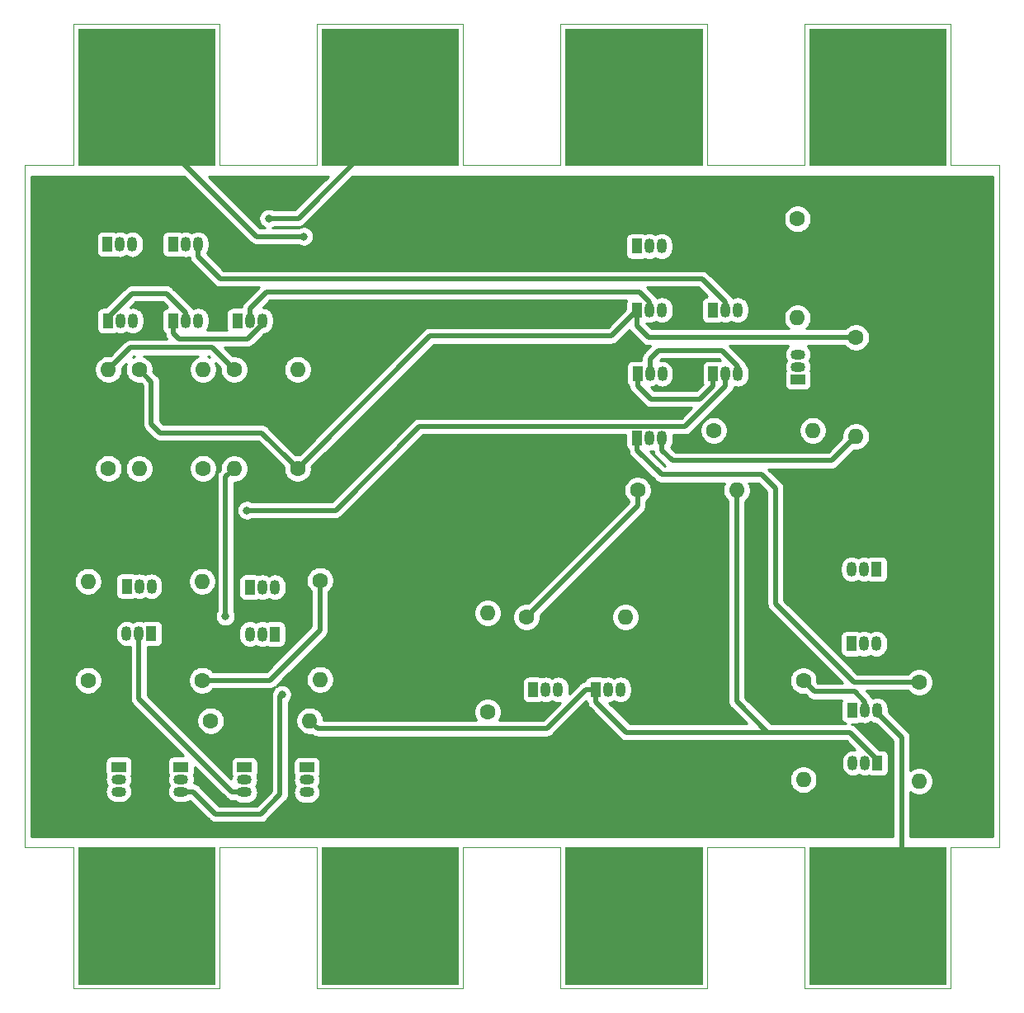
<source format=gbr>
G04 #@! TF.GenerationSoftware,KiCad,Pcbnew,(5.1.6)-1*
G04 #@! TF.CreationDate,2020-09-11T21:59:46+04:00*
G04 #@! TF.ProjectId,Triple-five,54726970-6c65-42d6-9669-76652e6b6963,rev?*
G04 #@! TF.SameCoordinates,Original*
G04 #@! TF.FileFunction,Copper,L2,Bot*
G04 #@! TF.FilePolarity,Positive*
%FSLAX46Y46*%
G04 Gerber Fmt 4.6, Leading zero omitted, Abs format (unit mm)*
G04 Created by KiCad (PCBNEW (5.1.6)-1) date 2020-09-11 21:59:46*
%MOMM*%
%LPD*%
G01*
G04 APERTURE LIST*
G04 #@! TA.AperFunction,NonConductor*
%ADD10C,0.100000*%
G04 #@! TD*
G04 #@! TA.AperFunction,Profile*
%ADD11C,0.050000*%
G04 #@! TD*
G04 #@! TA.AperFunction,ComponentPad*
%ADD12R,1.050000X1.500000*%
G04 #@! TD*
G04 #@! TA.AperFunction,ComponentPad*
%ADD13O,1.050000X1.500000*%
G04 #@! TD*
G04 #@! TA.AperFunction,ComponentPad*
%ADD14O,1.500000X1.050000*%
G04 #@! TD*
G04 #@! TA.AperFunction,ComponentPad*
%ADD15R,1.500000X1.050000*%
G04 #@! TD*
G04 #@! TA.AperFunction,ComponentPad*
%ADD16O,1.600000X1.600000*%
G04 #@! TD*
G04 #@! TA.AperFunction,ComponentPad*
%ADD17C,1.600000*%
G04 #@! TD*
G04 #@! TA.AperFunction,ViaPad*
%ADD18C,0.800000*%
G04 #@! TD*
G04 #@! TA.AperFunction,ViaPad*
%ADD19C,5.000000*%
G04 #@! TD*
G04 #@! TA.AperFunction,Conductor*
%ADD20C,0.500000*%
G04 #@! TD*
G04 #@! TA.AperFunction,NonConductor*
%ADD21C,0.254000*%
G04 #@! TD*
G04 APERTURE END LIST*
D10*
G36*
X160000000Y-58250000D02*
G01*
X146000000Y-58250000D01*
X146000000Y-44250000D01*
X160000000Y-44250000D01*
X160000000Y-58250000D01*
G37*
X160000000Y-58250000D02*
X146000000Y-58250000D01*
X146000000Y-44250000D01*
X160000000Y-44250000D01*
X160000000Y-58250000D01*
G36*
X185000000Y-58250000D02*
G01*
X171000000Y-58250000D01*
X171000000Y-44250000D01*
X185000000Y-44250000D01*
X185000000Y-58250000D01*
G37*
X185000000Y-58250000D02*
X171000000Y-58250000D01*
X171000000Y-44250000D01*
X185000000Y-44250000D01*
X185000000Y-58250000D01*
G36*
X210000000Y-58250000D02*
G01*
X196000000Y-58250000D01*
X196000000Y-44250000D01*
X210000000Y-44250000D01*
X210000000Y-58250000D01*
G37*
X210000000Y-58250000D02*
X196000000Y-58250000D01*
X196000000Y-44250000D01*
X210000000Y-44250000D01*
X210000000Y-58250000D01*
G36*
X135000000Y-142250000D02*
G01*
X121000000Y-142250000D01*
X121000000Y-128250000D01*
X135000000Y-128250000D01*
X135000000Y-142250000D01*
G37*
X135000000Y-142250000D02*
X121000000Y-142250000D01*
X121000000Y-128250000D01*
X135000000Y-128250000D01*
X135000000Y-142250000D01*
G36*
X135000000Y-58250000D02*
G01*
X121000000Y-58250000D01*
X121000000Y-44250000D01*
X135000000Y-44250000D01*
X135000000Y-58250000D01*
G37*
X135000000Y-58250000D02*
X121000000Y-58250000D01*
X121000000Y-44250000D01*
X135000000Y-44250000D01*
X135000000Y-58250000D01*
G36*
X210000000Y-142250000D02*
G01*
X196000000Y-142250000D01*
X196000000Y-128250000D01*
X210000000Y-128250000D01*
X210000000Y-142250000D01*
G37*
X210000000Y-142250000D02*
X196000000Y-142250000D01*
X196000000Y-128250000D01*
X210000000Y-128250000D01*
X210000000Y-142250000D01*
G36*
X160000000Y-142250000D02*
G01*
X146000000Y-142250000D01*
X146000000Y-128250000D01*
X160000000Y-128250000D01*
X160000000Y-142250000D01*
G37*
X160000000Y-142250000D02*
X146000000Y-142250000D01*
X146000000Y-128250000D01*
X160000000Y-128250000D01*
X160000000Y-142250000D01*
G36*
X185000000Y-142250000D02*
G01*
X171000000Y-142250000D01*
X171000000Y-128250000D01*
X185000000Y-128250000D01*
X185000000Y-142250000D01*
G37*
X185000000Y-142250000D02*
X171000000Y-142250000D01*
X171000000Y-128250000D01*
X185000000Y-128250000D01*
X185000000Y-142250000D01*
D11*
X115500000Y-128250000D02*
X115500000Y-58250000D01*
X120500000Y-128250000D02*
X115500000Y-128250000D01*
X120500000Y-142750000D02*
X120500000Y-128250000D01*
X135500000Y-142750000D02*
X120500000Y-142750000D01*
X135500000Y-128250000D02*
X135500000Y-142750000D01*
X145500000Y-128250000D02*
X135500000Y-128250000D01*
X145500000Y-142750000D02*
X145500000Y-128250000D01*
X160500000Y-142750000D02*
X145500000Y-142750000D01*
X160500000Y-128250000D02*
X160500000Y-142750000D01*
X170500000Y-128250000D02*
X160500000Y-128250000D01*
X170500000Y-142750000D02*
X170500000Y-128250000D01*
X185500000Y-142750000D02*
X170500000Y-142750000D01*
X185500000Y-128250000D02*
X185500000Y-142750000D01*
X195500000Y-128250000D02*
X185500000Y-128250000D01*
X195500000Y-142750000D02*
X195500000Y-128250000D01*
X210500000Y-142750000D02*
X195500000Y-142750000D01*
X210500000Y-128250000D02*
X210500000Y-142750000D01*
X215500000Y-128250000D02*
X210500000Y-128250000D01*
X215500000Y-58250000D02*
X215500000Y-128250000D01*
X210500000Y-58250000D02*
X215500000Y-58250000D01*
X210500000Y-43750000D02*
X210500000Y-58250000D01*
X195500000Y-43750000D02*
X210500000Y-43750000D01*
X195500000Y-58250000D02*
X195500000Y-43750000D01*
X185500000Y-58250000D02*
X195500000Y-58250000D01*
X185500000Y-43750000D02*
X185500000Y-58250000D01*
X170500000Y-43750000D02*
X185500000Y-43750000D01*
X170500000Y-58250000D02*
X170500000Y-43750000D01*
X160500000Y-58250000D02*
X170500000Y-58250000D01*
X160500000Y-43750000D02*
X160500000Y-58250000D01*
X145500000Y-43750000D02*
X160500000Y-43750000D01*
X145500000Y-58250000D02*
X145500000Y-43750000D01*
X135500000Y-58250000D02*
X145500000Y-58250000D01*
X135500000Y-43750000D02*
X135500000Y-58250000D01*
X120500000Y-43750000D02*
X135500000Y-43750000D01*
X120500000Y-58250000D02*
X120500000Y-43750000D01*
X115500000Y-58250000D02*
X120500000Y-58250000D01*
D12*
G04 #@! TO.P,Q26,1*
G04 #@! TO.N,N/C*
X174100000Y-112050000D03*
D13*
G04 #@! TO.P,Q26,3*
X176640000Y-112050000D03*
G04 #@! TO.P,Q26,2*
X175370000Y-112050000D03*
G04 #@! TD*
G04 #@! TO.P,Q19,2*
G04 #@! TO.N,N/C*
X179670000Y-79650000D03*
G04 #@! TO.P,Q19,3*
X180940000Y-79650000D03*
D12*
G04 #@! TO.P,Q19,1*
X178400000Y-79650000D03*
G04 #@! TD*
D13*
G04 #@! TO.P,Q10,2*
G04 #@! TO.N,N/C*
X132020000Y-66350000D03*
G04 #@! TO.P,Q10,3*
X133290000Y-66350000D03*
D12*
G04 #@! TO.P,Q10,1*
X130750000Y-66350000D03*
G04 #@! TD*
D13*
G04 #@! TO.P,Q15,2*
G04 #@! TO.N,N/C*
X179591600Y-66547400D03*
G04 #@! TO.P,Q15,3*
X180861600Y-66547400D03*
D12*
G04 #@! TO.P,Q15,1*
X178321600Y-66547400D03*
G04 #@! TD*
D14*
G04 #@! TO.P,Q8,2*
G04 #@! TO.N,N/C*
X125150000Y-121270000D03*
G04 #@! TO.P,Q8,3*
X125150000Y-122540000D03*
D15*
G04 #@! TO.P,Q8,1*
X125150000Y-120000000D03*
G04 #@! TD*
D12*
G04 #@! TO.P,Q14,1*
G04 #@! TO.N,N/C*
X186110000Y-73100000D03*
D13*
G04 #@! TO.P,Q14,3*
X188650000Y-73100000D03*
G04 #@! TO.P,Q14,2*
X187380000Y-73100000D03*
G04 #@! TD*
D12*
G04 #@! TO.P,Q11,1*
G04 #@! TO.N,N/C*
X137350000Y-74200000D03*
D13*
G04 #@! TO.P,Q11,3*
X139890000Y-74200000D03*
G04 #@! TO.P,Q11,2*
X138620000Y-74200000D03*
G04 #@! TD*
D15*
G04 #@! TO.P,Q17,1*
G04 #@! TO.N,N/C*
X194850000Y-80200000D03*
D14*
G04 #@! TO.P,Q17,3*
X194850000Y-77660000D03*
G04 #@! TO.P,Q17,2*
X194850000Y-78930000D03*
G04 #@! TD*
D12*
G04 #@! TO.P,Q23,1*
G04 #@! TO.N,N/C*
X167700000Y-112050000D03*
D13*
G04 #@! TO.P,Q23,3*
X170240000Y-112050000D03*
G04 #@! TO.P,Q23,2*
X168970000Y-112050000D03*
G04 #@! TD*
D12*
G04 #@! TO.P,Q12,1*
G04 #@! TO.N,N/C*
X130750000Y-74200000D03*
D13*
G04 #@! TO.P,Q12,3*
X133290000Y-74200000D03*
G04 #@! TO.P,Q12,2*
X132020000Y-74200000D03*
G04 #@! TD*
D12*
G04 #@! TO.P,Q20,1*
G04 #@! TO.N,N/C*
X178350000Y-86250000D03*
D13*
G04 #@! TO.P,Q20,3*
X180890000Y-86250000D03*
G04 #@! TO.P,Q20,2*
X179620000Y-86250000D03*
G04 #@! TD*
G04 #@! TO.P,Q13,2*
G04 #@! TO.N,N/C*
X125320000Y-74200000D03*
G04 #@! TO.P,Q13,3*
X126590000Y-74200000D03*
D12*
G04 #@! TO.P,Q13,1*
X124050000Y-74200000D03*
G04 #@! TD*
G04 #@! TO.P,Q9,1*
G04 #@! TO.N,N/C*
X124010000Y-66350000D03*
D13*
G04 #@! TO.P,Q9,3*
X126550000Y-66350000D03*
G04 #@! TO.P,Q9,2*
X125280000Y-66350000D03*
G04 #@! TD*
G04 #@! TO.P,Q18,2*
G04 #@! TO.N,N/C*
X187420000Y-79650000D03*
G04 #@! TO.P,Q18,3*
X188690000Y-79650000D03*
D12*
G04 #@! TO.P,Q18,1*
X186150000Y-79650000D03*
G04 #@! TD*
D13*
G04 #@! TO.P,Q16,2*
G04 #@! TO.N,N/C*
X179620000Y-73100000D03*
G04 #@! TO.P,Q16,3*
X180890000Y-73100000D03*
D12*
G04 #@! TO.P,Q16,1*
X178350000Y-73100000D03*
G04 #@! TD*
D13*
G04 #@! TO.P,Q7,2*
G04 #@! TO.N,N/C*
X139880000Y-106350000D03*
G04 #@! TO.P,Q7,3*
X138610000Y-106350000D03*
D12*
G04 #@! TO.P,Q7,1*
X141150000Y-106350000D03*
G04 #@! TD*
D15*
G04 #@! TO.P,Q6,1*
G04 #@! TO.N,N/C*
X131550000Y-120000000D03*
D14*
G04 #@! TO.P,Q6,3*
X131550000Y-122540000D03*
G04 #@! TO.P,Q6,2*
X131550000Y-121270000D03*
G04 #@! TD*
D12*
G04 #@! TO.P,Q5,1*
G04 #@! TO.N,N/C*
X138630000Y-101550000D03*
D13*
G04 #@! TO.P,Q5,3*
X141170000Y-101550000D03*
G04 #@! TO.P,Q5,2*
X139900000Y-101550000D03*
G04 #@! TD*
G04 #@! TO.P,Q4,2*
G04 #@! TO.N,N/C*
X127230000Y-106300000D03*
G04 #@! TO.P,Q4,3*
X125960000Y-106300000D03*
D12*
G04 #@! TO.P,Q4,1*
X128500000Y-106300000D03*
G04 #@! TD*
D14*
G04 #@! TO.P,Q3,2*
G04 #@! TO.N,N/C*
X138050000Y-121320000D03*
G04 #@! TO.P,Q3,3*
X138050000Y-122590000D03*
D15*
G04 #@! TO.P,Q3,1*
X138050000Y-120050000D03*
G04 #@! TD*
D14*
G04 #@! TO.P,Q1,2*
G04 #@! TO.N,N/C*
X144450000Y-121320000D03*
G04 #@! TO.P,Q1,3*
X144450000Y-122590000D03*
D15*
G04 #@! TO.P,Q1,1*
X144450000Y-120050000D03*
G04 #@! TD*
D16*
G04 #@! TO.P,R2,2*
G04 #@! TO.N,N/C*
X133700000Y-100940000D03*
D17*
G04 #@! TO.P,R2,1*
X133700000Y-111100000D03*
G04 #@! TD*
D16*
G04 #@! TO.P,R5,2*
G04 #@! TO.N,N/C*
X127250000Y-89360000D03*
D17*
G04 #@! TO.P,R5,1*
X127250000Y-79200000D03*
G04 #@! TD*
D16*
G04 #@! TO.P,R6,2*
G04 #@! TO.N,N/C*
X124099200Y-79188200D03*
D17*
G04 #@! TO.P,R6,1*
X124099200Y-89348200D03*
G04 #@! TD*
D16*
G04 #@! TO.P,R10,2*
G04 #@! TO.N,N/C*
X194800000Y-73910000D03*
D17*
G04 #@! TO.P,R10,1*
X194800000Y-63750000D03*
G04 #@! TD*
D16*
G04 #@! TO.P,R13,2*
G04 #@! TO.N,N/C*
X188560000Y-91600000D03*
D17*
G04 #@! TO.P,R13,1*
X178400000Y-91600000D03*
G04 #@! TD*
D16*
G04 #@! TO.P,R17,2*
G04 #@! TO.N,N/C*
X163000000Y-104190000D03*
D17*
G04 #@! TO.P,R17,1*
X163000000Y-114350000D03*
G04 #@! TD*
D12*
G04 #@! TO.P,Q21,1*
G04 #@! TO.N,N/C*
X200350000Y-107350000D03*
D13*
G04 #@! TO.P,Q21,3*
X202890000Y-107350000D03*
G04 #@! TO.P,Q21,2*
X201620000Y-107350000D03*
G04 #@! TD*
G04 #@! TO.P,Q24,2*
G04 #@! TO.N,N/C*
X201700000Y-114200000D03*
G04 #@! TO.P,Q24,3*
X202970000Y-114200000D03*
D12*
G04 #@! TO.P,Q24,1*
X200430000Y-114200000D03*
G04 #@! TD*
G04 #@! TO.P,Q25,1*
G04 #@! TO.N,N/C*
X203000000Y-119600000D03*
D13*
G04 #@! TO.P,Q25,3*
X200460000Y-119600000D03*
G04 #@! TO.P,Q25,2*
X201730000Y-119600000D03*
G04 #@! TD*
D16*
G04 #@! TO.P,R4,2*
G04 #@! TO.N,N/C*
X145800000Y-111010000D03*
D17*
G04 #@! TO.P,R4,1*
X145800000Y-100850000D03*
G04 #@! TD*
D16*
G04 #@! TO.P,R7,2*
G04 #@! TO.N,N/C*
X137000000Y-89360000D03*
D17*
G04 #@! TO.P,R7,1*
X137000000Y-79200000D03*
G04 #@! TD*
D16*
G04 #@! TO.P,R9,2*
G04 #@! TO.N,N/C*
X143500000Y-79190000D03*
D17*
G04 #@! TO.P,R9,1*
X143500000Y-89350000D03*
G04 #@! TD*
D13*
G04 #@! TO.P,Q22,2*
G04 #@! TO.N,N/C*
X201630000Y-99700000D03*
G04 #@! TO.P,Q22,3*
X200360000Y-99700000D03*
D12*
G04 #@! TO.P,Q22,1*
X202900000Y-99700000D03*
G04 #@! TD*
D16*
G04 #@! TO.P,R12,2*
G04 #@! TO.N,N/C*
X200800000Y-86060000D03*
D17*
G04 #@! TO.P,R12,1*
X200800000Y-75900000D03*
G04 #@! TD*
D12*
G04 #@! TO.P,Q2,1*
G04 #@! TO.N,N/C*
X125983400Y-101451600D03*
D13*
G04 #@! TO.P,Q2,3*
X128523400Y-101451600D03*
G04 #@! TO.P,Q2,2*
X127253400Y-101451600D03*
G04 #@! TD*
D17*
G04 #@! TO.P,R1,1*
G04 #@! TO.N,N/C*
X122000000Y-111100000D03*
D16*
G04 #@! TO.P,R1,2*
X122000000Y-100940000D03*
G04 #@! TD*
G04 #@! TO.P,R3,2*
G04 #@! TO.N,N/C*
X144760000Y-115250000D03*
D17*
G04 #@! TO.P,R3,1*
X134600000Y-115250000D03*
G04 #@! TD*
D16*
G04 #@! TO.P,R8,2*
G04 #@! TO.N,N/C*
X133800000Y-79190000D03*
D17*
G04 #@! TO.P,R8,1*
X133800000Y-89350000D03*
G04 #@! TD*
D16*
G04 #@! TO.P,R11,2*
G04 #@! TO.N,N/C*
X196360000Y-85450000D03*
D17*
G04 #@! TO.P,R11,1*
X186200000Y-85450000D03*
G04 #@! TD*
D16*
G04 #@! TO.P,R14,2*
G04 #@! TO.N,N/C*
X177160000Y-104600000D03*
D17*
G04 #@! TO.P,R14,1*
X167000000Y-104600000D03*
G04 #@! TD*
D16*
G04 #@! TO.P,R15,2*
G04 #@! TO.N,N/C*
X207300000Y-121460000D03*
D17*
G04 #@! TO.P,R15,1*
X207300000Y-111300000D03*
G04 #@! TD*
D16*
G04 #@! TO.P,R16,2*
G04 #@! TO.N,N/C*
X195400000Y-121310000D03*
D17*
G04 #@! TO.P,R16,1*
X195400000Y-111150000D03*
G04 #@! TD*
D18*
G04 #@! TO.N,*
X138300000Y-93650000D03*
X141900000Y-112550000D03*
X136100000Y-104550000D03*
D19*
X178000000Y-135250000D03*
X153000000Y-135250000D03*
X128000000Y-135250000D03*
X178000000Y-51250000D03*
X203000000Y-135250000D03*
X203000000Y-51250000D03*
D18*
X144150000Y-65550000D03*
D19*
X128000000Y-51250000D03*
D18*
X140550000Y-63700000D03*
D19*
X153000000Y-51250000D03*
G04 #@! TD*
D20*
G04 #@! TO.N,*
X175000000Y-55785533D02*
X175000000Y-51250000D01*
X150000000Y-55785533D02*
X150000000Y-51250000D01*
X127230000Y-107550000D02*
X127230000Y-106300000D01*
X136800000Y-122590000D02*
X127230000Y-113020000D01*
X138050000Y-122590000D02*
X136800000Y-122590000D01*
X127230000Y-113020000D02*
X127230000Y-107550000D01*
X147400000Y-93650000D02*
X138300000Y-93650000D01*
X187420000Y-79650000D02*
X187420000Y-80900000D01*
X156000001Y-85049999D02*
X147400000Y-93650000D01*
X145400000Y-93650000D02*
X138300000Y-93650000D01*
X183270001Y-85049999D02*
X156000001Y-85049999D01*
X187420000Y-80900000D02*
X183270001Y-85049999D01*
X132800000Y-122540000D02*
X135110000Y-124850000D01*
X131550000Y-122540000D02*
X132800000Y-122540000D01*
X135110000Y-124850000D02*
X139700000Y-124850000D01*
X139700000Y-124850000D02*
X141700000Y-122850000D01*
X141700000Y-112750000D02*
X141900000Y-112550000D01*
X141900000Y-112550000D02*
X141900000Y-112550000D01*
X141700000Y-122850000D02*
X141700000Y-112750000D01*
X126337400Y-76950000D02*
X124899199Y-78388201D01*
X137000000Y-79200000D02*
X134750000Y-76950000D01*
X134750000Y-76950000D02*
X126337400Y-76950000D01*
X124899199Y-78388201D02*
X124099200Y-79188200D01*
X184800000Y-82250000D02*
X186150000Y-80900000D01*
X179750000Y-82250000D02*
X184800000Y-82250000D01*
X188560000Y-113260000D02*
X188560000Y-92731370D01*
X178400000Y-79650000D02*
X178400000Y-80900000D01*
X136100000Y-104550000D02*
X136100000Y-90260000D01*
X191750000Y-116450000D02*
X188560000Y-113260000D01*
X203000000Y-119600000D02*
X203000000Y-119266128D01*
X174100000Y-113300000D02*
X177250000Y-116450000D01*
X174100000Y-112050000D02*
X174100000Y-113300000D01*
X200183872Y-116450000D02*
X191750000Y-116450000D01*
X169075001Y-116049999D02*
X145559999Y-116049999D01*
X173075000Y-112050000D02*
X169075001Y-116049999D01*
X178400000Y-80900000D02*
X179750000Y-82250000D01*
X186150000Y-80900000D02*
X186150000Y-79650000D01*
X136100000Y-90260000D02*
X137000000Y-89360000D01*
X203000000Y-119266128D02*
X200183872Y-116450000D01*
X145559999Y-116049999D02*
X144760000Y-115250000D01*
X188560000Y-92731370D02*
X188560000Y-91600000D01*
X177250000Y-116450000D02*
X191750000Y-116450000D01*
X174100000Y-112050000D02*
X173075000Y-112050000D01*
X139890000Y-74533872D02*
X138373872Y-76050000D01*
X130750000Y-75450000D02*
X130750000Y-74200000D01*
X131350000Y-76050000D02*
X130750000Y-75450000D01*
X139890000Y-74200000D02*
X139890000Y-74533872D01*
X138373872Y-76050000D02*
X131350000Y-76050000D01*
X135590000Y-69900000D02*
X133290000Y-67600000D01*
X184995002Y-69900000D02*
X135590000Y-69900000D01*
X187380000Y-72284998D02*
X184995002Y-69900000D01*
X187380000Y-73100000D02*
X187380000Y-72284998D01*
X133290000Y-67600000D02*
X133290000Y-66350000D01*
X178585002Y-71250000D02*
X140320000Y-71250000D01*
X179620000Y-72284998D02*
X178585002Y-71250000D01*
X138620000Y-72950000D02*
X138620000Y-74200000D01*
X140320000Y-71250000D02*
X138620000Y-72950000D01*
X179620000Y-73100000D02*
X179620000Y-72284998D01*
X124050000Y-73866128D02*
X124050000Y-74200000D01*
X132020000Y-73384998D02*
X130035002Y-71400000D01*
X126516128Y-71400000D02*
X124050000Y-73866128D01*
X132020000Y-74200000D02*
X132020000Y-73384998D01*
X130035002Y-71400000D02*
X126516128Y-71400000D01*
X188690000Y-79650000D02*
X188690000Y-78878064D01*
X179670000Y-78080000D02*
X179670000Y-79650000D01*
X180500000Y-77250000D02*
X179670000Y-78080000D01*
X187061936Y-77250000D02*
X180500000Y-77250000D01*
X188690000Y-78878064D02*
X187061936Y-77250000D01*
X180890000Y-87500000D02*
X180890000Y-86250000D01*
X198310000Y-88550000D02*
X181940000Y-88550000D01*
X200800000Y-86060000D02*
X198310000Y-88550000D01*
X181940000Y-88550000D02*
X180890000Y-87500000D01*
X178400000Y-91600000D02*
X178400000Y-93200000D01*
X200600000Y-111300000D02*
X192550000Y-103250000D01*
X191150000Y-90000000D02*
X180850000Y-90000000D01*
X207300000Y-111300000D02*
X200600000Y-111300000D01*
X192550000Y-91400000D02*
X191150000Y-90000000D01*
X178400000Y-93200000D02*
X167000000Y-104600000D01*
X192550000Y-103250000D02*
X192550000Y-91400000D01*
X178350000Y-87500000D02*
X178350000Y-86250000D01*
X180850000Y-90000000D02*
X178350000Y-87500000D01*
X196500000Y-112250000D02*
X195400000Y-111150000D01*
X201700000Y-113300000D02*
X200650000Y-112250000D01*
X201700000Y-114200000D02*
X201700000Y-113300000D01*
X200650000Y-112250000D02*
X196500000Y-112250000D01*
X127250000Y-79200000D02*
X128490001Y-80440001D01*
X129400000Y-85700000D02*
X139850000Y-85700000D01*
X128490001Y-80440001D02*
X128490001Y-84790001D01*
X200800000Y-75900000D02*
X179500000Y-75900000D01*
X145800000Y-105950000D02*
X140650000Y-111100000D01*
X142700001Y-88550001D02*
X143500000Y-89350000D01*
X128490001Y-84790001D02*
X129400000Y-85700000D01*
X205499999Y-116954999D02*
X205499999Y-133250001D01*
X157100000Y-75750000D02*
X143500000Y-89350000D01*
X145800000Y-100850000D02*
X145800000Y-105950000D01*
X179500000Y-75900000D02*
X178350000Y-74750000D01*
X175700000Y-75750000D02*
X157100000Y-75750000D01*
X205499999Y-133250001D02*
X203000000Y-135750000D01*
X202970000Y-114200000D02*
X202970000Y-114425000D01*
X202970000Y-114425000D02*
X205499999Y-116954999D01*
X178350000Y-73100000D02*
X175700000Y-75750000D01*
X139850000Y-85700000D02*
X142700001Y-88550001D01*
X178350000Y-74750000D02*
X178350000Y-73100000D01*
X140650000Y-111100000D02*
X133700000Y-111100000D01*
X203000000Y-55785533D02*
X203000000Y-51250000D01*
X139300000Y-65550000D02*
X128000000Y-54250000D01*
X128000000Y-54250000D02*
X128000000Y-51250000D01*
X144150000Y-65550000D02*
X139300000Y-65550000D01*
X143585533Y-63700000D02*
X141115685Y-63700000D01*
X141115685Y-63700000D02*
X140550000Y-63700000D01*
X153000000Y-54285533D02*
X152017766Y-55267766D01*
X152017766Y-55267766D02*
X143585533Y-63700000D01*
X153000000Y-54285532D02*
X152017766Y-55267766D01*
X153000000Y-51250000D02*
X153000000Y-54285532D01*
G04 #@! TD*
D21*
G36*
X138643470Y-66145049D02*
G01*
X138671183Y-66178817D01*
X138704951Y-66206530D01*
X138704953Y-66206532D01*
X138776452Y-66265210D01*
X138805941Y-66289411D01*
X138959687Y-66371589D01*
X139126510Y-66422195D01*
X139256523Y-66435000D01*
X139256533Y-66435000D01*
X139299999Y-66439281D01*
X139343465Y-66435000D01*
X143611546Y-66435000D01*
X143659744Y-66467205D01*
X143848102Y-66545226D01*
X144048061Y-66585000D01*
X144251939Y-66585000D01*
X144451898Y-66545226D01*
X144640256Y-66467205D01*
X144809774Y-66353937D01*
X144953937Y-66209774D01*
X145067205Y-66040256D01*
X145145226Y-65851898D01*
X145156066Y-65797400D01*
X177158528Y-65797400D01*
X177158528Y-67297400D01*
X177170788Y-67421882D01*
X177207098Y-67541580D01*
X177266063Y-67651894D01*
X177345415Y-67748585D01*
X177442106Y-67827937D01*
X177552420Y-67886902D01*
X177672118Y-67923212D01*
X177796600Y-67935472D01*
X178846600Y-67935472D01*
X178971082Y-67923212D01*
X179090780Y-67886902D01*
X179155502Y-67852307D01*
X179364201Y-67915615D01*
X179591600Y-67938012D01*
X179819000Y-67915615D01*
X180037660Y-67849285D01*
X180226601Y-67748294D01*
X180415541Y-67849285D01*
X180634201Y-67915615D01*
X180861600Y-67938012D01*
X181089000Y-67915615D01*
X181307660Y-67849285D01*
X181509179Y-67741571D01*
X181685812Y-67596612D01*
X181830771Y-67419979D01*
X181938485Y-67218459D01*
X182004815Y-66999799D01*
X182021600Y-66829378D01*
X182021600Y-66265421D01*
X182004815Y-66095000D01*
X181938485Y-65876340D01*
X181830771Y-65674821D01*
X181685812Y-65498188D01*
X181509178Y-65353229D01*
X181307659Y-65245515D01*
X181088999Y-65179185D01*
X180861600Y-65156788D01*
X180634200Y-65179185D01*
X180415540Y-65245515D01*
X180226600Y-65346506D01*
X180037659Y-65245515D01*
X179818999Y-65179185D01*
X179591600Y-65156788D01*
X179364200Y-65179185D01*
X179155502Y-65242493D01*
X179090780Y-65207898D01*
X178971082Y-65171588D01*
X178846600Y-65159328D01*
X177796600Y-65159328D01*
X177672118Y-65171588D01*
X177552420Y-65207898D01*
X177442106Y-65266863D01*
X177345415Y-65346215D01*
X177266063Y-65442906D01*
X177207098Y-65553220D01*
X177170788Y-65672918D01*
X177158528Y-65797400D01*
X145156066Y-65797400D01*
X145185000Y-65651939D01*
X145185000Y-65448061D01*
X145145226Y-65248102D01*
X145067205Y-65059744D01*
X144953937Y-64890226D01*
X144809774Y-64746063D01*
X144640256Y-64632795D01*
X144451898Y-64554774D01*
X144251939Y-64515000D01*
X144048061Y-64515000D01*
X143848102Y-64554774D01*
X143659744Y-64632795D01*
X143611546Y-64665000D01*
X140924869Y-64665000D01*
X141040256Y-64617205D01*
X141088454Y-64585000D01*
X143542064Y-64585000D01*
X143585533Y-64589281D01*
X143628999Y-64585000D01*
X143629010Y-64585000D01*
X143759023Y-64572195D01*
X143925846Y-64521589D01*
X144079592Y-64439411D01*
X144214350Y-64328817D01*
X144242067Y-64295044D01*
X144928446Y-63608665D01*
X193365000Y-63608665D01*
X193365000Y-63891335D01*
X193420147Y-64168574D01*
X193528320Y-64429727D01*
X193685363Y-64664759D01*
X193885241Y-64864637D01*
X194120273Y-65021680D01*
X194381426Y-65129853D01*
X194658665Y-65185000D01*
X194941335Y-65185000D01*
X195218574Y-65129853D01*
X195479727Y-65021680D01*
X195714759Y-64864637D01*
X195914637Y-64664759D01*
X196071680Y-64429727D01*
X196179853Y-64168574D01*
X196235000Y-63891335D01*
X196235000Y-63608665D01*
X196179853Y-63331426D01*
X196071680Y-63070273D01*
X195914637Y-62835241D01*
X195714759Y-62635363D01*
X195479727Y-62478320D01*
X195218574Y-62370147D01*
X194941335Y-62315000D01*
X194658665Y-62315000D01*
X194381426Y-62370147D01*
X194120273Y-62478320D01*
X193885241Y-62635363D01*
X193685363Y-62835241D01*
X193528320Y-63070273D01*
X193420147Y-63331426D01*
X193365000Y-63608665D01*
X144928446Y-63608665D01*
X149160111Y-59377000D01*
X214840000Y-59377000D01*
X214840001Y-127123000D01*
X206384999Y-127123000D01*
X206384999Y-122574395D01*
X206385241Y-122574637D01*
X206620273Y-122731680D01*
X206881426Y-122839853D01*
X207158665Y-122895000D01*
X207441335Y-122895000D01*
X207718574Y-122839853D01*
X207979727Y-122731680D01*
X208214759Y-122574637D01*
X208414637Y-122374759D01*
X208571680Y-122139727D01*
X208679853Y-121878574D01*
X208735000Y-121601335D01*
X208735000Y-121318665D01*
X208679853Y-121041426D01*
X208571680Y-120780273D01*
X208414637Y-120545241D01*
X208214759Y-120345363D01*
X207979727Y-120188320D01*
X207718574Y-120080147D01*
X207441335Y-120025000D01*
X207158665Y-120025000D01*
X206881426Y-120080147D01*
X206620273Y-120188320D01*
X206385241Y-120345363D01*
X206384999Y-120345605D01*
X206384999Y-116998468D01*
X206389280Y-116954999D01*
X206384999Y-116911530D01*
X206384999Y-116911522D01*
X206372194Y-116781509D01*
X206321588Y-116614686D01*
X206239410Y-116460940D01*
X206181447Y-116390312D01*
X206156531Y-116359952D01*
X206156529Y-116359950D01*
X206128816Y-116326182D01*
X206095049Y-116298470D01*
X204130000Y-114333422D01*
X204130000Y-113918021D01*
X204113215Y-113747600D01*
X204046885Y-113528940D01*
X203939171Y-113327421D01*
X203794212Y-113150788D01*
X203617578Y-113005829D01*
X203416059Y-112898115D01*
X203197399Y-112831785D01*
X202970000Y-112809388D01*
X202742600Y-112831785D01*
X202523940Y-112898115D01*
X202496514Y-112912774D01*
X202439411Y-112805941D01*
X202393501Y-112750000D01*
X202356532Y-112704953D01*
X202356530Y-112704951D01*
X202328817Y-112671183D01*
X202295049Y-112643470D01*
X201836579Y-112185000D01*
X206165479Y-112185000D01*
X206185363Y-112214759D01*
X206385241Y-112414637D01*
X206620273Y-112571680D01*
X206881426Y-112679853D01*
X207158665Y-112735000D01*
X207441335Y-112735000D01*
X207718574Y-112679853D01*
X207979727Y-112571680D01*
X208214759Y-112414637D01*
X208414637Y-112214759D01*
X208571680Y-111979727D01*
X208679853Y-111718574D01*
X208735000Y-111441335D01*
X208735000Y-111158665D01*
X208679853Y-110881426D01*
X208571680Y-110620273D01*
X208414637Y-110385241D01*
X208214759Y-110185363D01*
X207979727Y-110028320D01*
X207718574Y-109920147D01*
X207441335Y-109865000D01*
X207158665Y-109865000D01*
X206881426Y-109920147D01*
X206620273Y-110028320D01*
X206385241Y-110185363D01*
X206185363Y-110385241D01*
X206165479Y-110415000D01*
X200966579Y-110415000D01*
X197151579Y-106600000D01*
X199186928Y-106600000D01*
X199186928Y-108100000D01*
X199199188Y-108224482D01*
X199235498Y-108344180D01*
X199294463Y-108454494D01*
X199373815Y-108551185D01*
X199470506Y-108630537D01*
X199580820Y-108689502D01*
X199700518Y-108725812D01*
X199825000Y-108738072D01*
X200875000Y-108738072D01*
X200999482Y-108725812D01*
X201119180Y-108689502D01*
X201183902Y-108654907D01*
X201392601Y-108718215D01*
X201620000Y-108740612D01*
X201847400Y-108718215D01*
X202066060Y-108651885D01*
X202255001Y-108550894D01*
X202443941Y-108651885D01*
X202662601Y-108718215D01*
X202890000Y-108740612D01*
X203117400Y-108718215D01*
X203336060Y-108651885D01*
X203537579Y-108544171D01*
X203714212Y-108399212D01*
X203859171Y-108222579D01*
X203966885Y-108021059D01*
X204033215Y-107802399D01*
X204050000Y-107631978D01*
X204050000Y-107068021D01*
X204033215Y-106897600D01*
X203966885Y-106678940D01*
X203859171Y-106477421D01*
X203714212Y-106300788D01*
X203537578Y-106155829D01*
X203336059Y-106048115D01*
X203117399Y-105981785D01*
X202890000Y-105959388D01*
X202662600Y-105981785D01*
X202443940Y-106048115D01*
X202254999Y-106149106D01*
X202066059Y-106048115D01*
X201847399Y-105981785D01*
X201620000Y-105959388D01*
X201392600Y-105981785D01*
X201183902Y-106045093D01*
X201119180Y-106010498D01*
X200999482Y-105974188D01*
X200875000Y-105961928D01*
X199825000Y-105961928D01*
X199700518Y-105974188D01*
X199580820Y-106010498D01*
X199470506Y-106069463D01*
X199373815Y-106148815D01*
X199294463Y-106245506D01*
X199235498Y-106355820D01*
X199199188Y-106475518D01*
X199186928Y-106600000D01*
X197151579Y-106600000D01*
X193435000Y-102883422D01*
X193435000Y-99418021D01*
X199200000Y-99418021D01*
X199200000Y-99981978D01*
X199216785Y-100152399D01*
X199283115Y-100371059D01*
X199390829Y-100572578D01*
X199535788Y-100749212D01*
X199712421Y-100894171D01*
X199913940Y-101001885D01*
X200132600Y-101068215D01*
X200360000Y-101090612D01*
X200587399Y-101068215D01*
X200806059Y-101001885D01*
X200994999Y-100900894D01*
X201183940Y-101001885D01*
X201402600Y-101068215D01*
X201630000Y-101090612D01*
X201857399Y-101068215D01*
X202066098Y-101004907D01*
X202130820Y-101039502D01*
X202250518Y-101075812D01*
X202375000Y-101088072D01*
X203425000Y-101088072D01*
X203549482Y-101075812D01*
X203669180Y-101039502D01*
X203779494Y-100980537D01*
X203876185Y-100901185D01*
X203955537Y-100804494D01*
X204014502Y-100694180D01*
X204050812Y-100574482D01*
X204063072Y-100450000D01*
X204063072Y-98950000D01*
X204050812Y-98825518D01*
X204014502Y-98705820D01*
X203955537Y-98595506D01*
X203876185Y-98498815D01*
X203779494Y-98419463D01*
X203669180Y-98360498D01*
X203549482Y-98324188D01*
X203425000Y-98311928D01*
X202375000Y-98311928D01*
X202250518Y-98324188D01*
X202130820Y-98360498D01*
X202066098Y-98395093D01*
X201857400Y-98331785D01*
X201630000Y-98309388D01*
X201402601Y-98331785D01*
X201183941Y-98398115D01*
X200995001Y-98499106D01*
X200806060Y-98398115D01*
X200587400Y-98331785D01*
X200360000Y-98309388D01*
X200132601Y-98331785D01*
X199913941Y-98398115D01*
X199712422Y-98505829D01*
X199535789Y-98650788D01*
X199390830Y-98827421D01*
X199283115Y-99028940D01*
X199216785Y-99247600D01*
X199200000Y-99418021D01*
X193435000Y-99418021D01*
X193435000Y-91443469D01*
X193439281Y-91400000D01*
X193435000Y-91356531D01*
X193435000Y-91356523D01*
X193422195Y-91226510D01*
X193371589Y-91059687D01*
X193289411Y-90905941D01*
X193252191Y-90860589D01*
X193206532Y-90804953D01*
X193206530Y-90804951D01*
X193178817Y-90771183D01*
X193145049Y-90743470D01*
X191836578Y-89435000D01*
X198266531Y-89435000D01*
X198310000Y-89439281D01*
X198353469Y-89435000D01*
X198353477Y-89435000D01*
X198483490Y-89422195D01*
X198650313Y-89371589D01*
X198804059Y-89289411D01*
X198938817Y-89178817D01*
X198966534Y-89145044D01*
X200623561Y-87488017D01*
X200658665Y-87495000D01*
X200941335Y-87495000D01*
X201218574Y-87439853D01*
X201479727Y-87331680D01*
X201714759Y-87174637D01*
X201914637Y-86974759D01*
X202071680Y-86739727D01*
X202179853Y-86478574D01*
X202235000Y-86201335D01*
X202235000Y-85918665D01*
X202179853Y-85641426D01*
X202071680Y-85380273D01*
X201914637Y-85145241D01*
X201714759Y-84945363D01*
X201479727Y-84788320D01*
X201218574Y-84680147D01*
X200941335Y-84625000D01*
X200658665Y-84625000D01*
X200381426Y-84680147D01*
X200120273Y-84788320D01*
X199885241Y-84945363D01*
X199685363Y-85145241D01*
X199528320Y-85380273D01*
X199420147Y-85641426D01*
X199365000Y-85918665D01*
X199365000Y-86201335D01*
X199371983Y-86236439D01*
X197943422Y-87665000D01*
X182306579Y-87665000D01*
X181816343Y-87174765D01*
X181859171Y-87122579D01*
X181966885Y-86921059D01*
X182033215Y-86702399D01*
X182050000Y-86531978D01*
X182050000Y-85968021D01*
X182046748Y-85934999D01*
X183226532Y-85934999D01*
X183270001Y-85939280D01*
X183313470Y-85934999D01*
X183313478Y-85934999D01*
X183443491Y-85922194D01*
X183610314Y-85871588D01*
X183764060Y-85789410D01*
X183898818Y-85678816D01*
X183926535Y-85645043D01*
X184262913Y-85308665D01*
X184765000Y-85308665D01*
X184765000Y-85591335D01*
X184820147Y-85868574D01*
X184928320Y-86129727D01*
X185085363Y-86364759D01*
X185285241Y-86564637D01*
X185520273Y-86721680D01*
X185781426Y-86829853D01*
X186058665Y-86885000D01*
X186341335Y-86885000D01*
X186618574Y-86829853D01*
X186879727Y-86721680D01*
X187114759Y-86564637D01*
X187314637Y-86364759D01*
X187471680Y-86129727D01*
X187579853Y-85868574D01*
X187635000Y-85591335D01*
X187635000Y-85308665D01*
X194925000Y-85308665D01*
X194925000Y-85591335D01*
X194980147Y-85868574D01*
X195088320Y-86129727D01*
X195245363Y-86364759D01*
X195445241Y-86564637D01*
X195680273Y-86721680D01*
X195941426Y-86829853D01*
X196218665Y-86885000D01*
X196501335Y-86885000D01*
X196778574Y-86829853D01*
X197039727Y-86721680D01*
X197274759Y-86564637D01*
X197474637Y-86364759D01*
X197631680Y-86129727D01*
X197739853Y-85868574D01*
X197795000Y-85591335D01*
X197795000Y-85308665D01*
X197739853Y-85031426D01*
X197631680Y-84770273D01*
X197474637Y-84535241D01*
X197274759Y-84335363D01*
X197039727Y-84178320D01*
X196778574Y-84070147D01*
X196501335Y-84015000D01*
X196218665Y-84015000D01*
X195941426Y-84070147D01*
X195680273Y-84178320D01*
X195445241Y-84335363D01*
X195245363Y-84535241D01*
X195088320Y-84770273D01*
X194980147Y-85031426D01*
X194925000Y-85308665D01*
X187635000Y-85308665D01*
X187579853Y-85031426D01*
X187471680Y-84770273D01*
X187314637Y-84535241D01*
X187114759Y-84335363D01*
X186879727Y-84178320D01*
X186618574Y-84070147D01*
X186341335Y-84015000D01*
X186058665Y-84015000D01*
X185781426Y-84070147D01*
X185520273Y-84178320D01*
X185285241Y-84335363D01*
X185085363Y-84535241D01*
X184928320Y-84770273D01*
X184820147Y-85031426D01*
X184765000Y-85308665D01*
X184262913Y-85308665D01*
X188015049Y-81556530D01*
X188048817Y-81528817D01*
X188076533Y-81495046D01*
X188159411Y-81394059D01*
X188182527Y-81350812D01*
X188241589Y-81240313D01*
X188292195Y-81073490D01*
X188302425Y-80969626D01*
X188462601Y-81018215D01*
X188690000Y-81040612D01*
X188917400Y-81018215D01*
X189136060Y-80951885D01*
X189337579Y-80844171D01*
X189514212Y-80699212D01*
X189659171Y-80522579D01*
X189766885Y-80321059D01*
X189833215Y-80102399D01*
X189850000Y-79931978D01*
X189850000Y-79368021D01*
X189833215Y-79197600D01*
X189766885Y-78978940D01*
X189659171Y-78777421D01*
X189540386Y-78632681D01*
X189511589Y-78537751D01*
X189429411Y-78384005D01*
X189399957Y-78348115D01*
X189346532Y-78283017D01*
X189346530Y-78283015D01*
X189318817Y-78249247D01*
X189285049Y-78221534D01*
X187848514Y-76785000D01*
X193862673Y-76785000D01*
X193800788Y-76835788D01*
X193655829Y-77012421D01*
X193548115Y-77213940D01*
X193481785Y-77432600D01*
X193459388Y-77660000D01*
X193481785Y-77887400D01*
X193548115Y-78106060D01*
X193649105Y-78295000D01*
X193548115Y-78483940D01*
X193481785Y-78702600D01*
X193459388Y-78930000D01*
X193481785Y-79157400D01*
X193545093Y-79366098D01*
X193510498Y-79430820D01*
X193474188Y-79550518D01*
X193461928Y-79675000D01*
X193461928Y-80725000D01*
X193474188Y-80849482D01*
X193510498Y-80969180D01*
X193569463Y-81079494D01*
X193648815Y-81176185D01*
X193745506Y-81255537D01*
X193855820Y-81314502D01*
X193975518Y-81350812D01*
X194100000Y-81363072D01*
X195600000Y-81363072D01*
X195724482Y-81350812D01*
X195844180Y-81314502D01*
X195954494Y-81255537D01*
X196051185Y-81176185D01*
X196130537Y-81079494D01*
X196189502Y-80969180D01*
X196225812Y-80849482D01*
X196238072Y-80725000D01*
X196238072Y-79675000D01*
X196225812Y-79550518D01*
X196189502Y-79430820D01*
X196154907Y-79366098D01*
X196218215Y-79157400D01*
X196240612Y-78930000D01*
X196218215Y-78702600D01*
X196151885Y-78483940D01*
X196050895Y-78295000D01*
X196151885Y-78106060D01*
X196218215Y-77887400D01*
X196240612Y-77660000D01*
X196218215Y-77432600D01*
X196151885Y-77213940D01*
X196044171Y-77012421D01*
X195899212Y-76835788D01*
X195837327Y-76785000D01*
X199665479Y-76785000D01*
X199685363Y-76814759D01*
X199885241Y-77014637D01*
X200120273Y-77171680D01*
X200381426Y-77279853D01*
X200658665Y-77335000D01*
X200941335Y-77335000D01*
X201218574Y-77279853D01*
X201479727Y-77171680D01*
X201714759Y-77014637D01*
X201914637Y-76814759D01*
X202071680Y-76579727D01*
X202179853Y-76318574D01*
X202235000Y-76041335D01*
X202235000Y-75758665D01*
X202179853Y-75481426D01*
X202071680Y-75220273D01*
X201914637Y-74985241D01*
X201714759Y-74785363D01*
X201479727Y-74628320D01*
X201218574Y-74520147D01*
X200941335Y-74465000D01*
X200658665Y-74465000D01*
X200381426Y-74520147D01*
X200120273Y-74628320D01*
X199885241Y-74785363D01*
X199685363Y-74985241D01*
X199665479Y-75015000D01*
X195724396Y-75015000D01*
X195914637Y-74824759D01*
X196071680Y-74589727D01*
X196179853Y-74328574D01*
X196235000Y-74051335D01*
X196235000Y-73768665D01*
X196179853Y-73491426D01*
X196071680Y-73230273D01*
X195914637Y-72995241D01*
X195714759Y-72795363D01*
X195479727Y-72638320D01*
X195218574Y-72530147D01*
X194941335Y-72475000D01*
X194658665Y-72475000D01*
X194381426Y-72530147D01*
X194120273Y-72638320D01*
X193885241Y-72795363D01*
X193685363Y-72995241D01*
X193528320Y-73230273D01*
X193420147Y-73491426D01*
X193365000Y-73768665D01*
X193365000Y-74051335D01*
X193420147Y-74328574D01*
X193528320Y-74589727D01*
X193685363Y-74824759D01*
X193875604Y-75015000D01*
X179866579Y-75015000D01*
X179288090Y-74436512D01*
X179392601Y-74468215D01*
X179620000Y-74490612D01*
X179847400Y-74468215D01*
X180066060Y-74401885D01*
X180255000Y-74300894D01*
X180443941Y-74401885D01*
X180662601Y-74468215D01*
X180890000Y-74490612D01*
X181117400Y-74468215D01*
X181336060Y-74401885D01*
X181537579Y-74294171D01*
X181714212Y-74149212D01*
X181859171Y-73972579D01*
X181966885Y-73771059D01*
X182033215Y-73552399D01*
X182050000Y-73381978D01*
X182050000Y-72818021D01*
X182033215Y-72647600D01*
X181966885Y-72428940D01*
X181859171Y-72227421D01*
X181714212Y-72050788D01*
X181537578Y-71905829D01*
X181336059Y-71798115D01*
X181117399Y-71731785D01*
X180890000Y-71709388D01*
X180662600Y-71731785D01*
X180443940Y-71798115D01*
X180381178Y-71831662D01*
X180359411Y-71790939D01*
X180335210Y-71761450D01*
X180276532Y-71689951D01*
X180276530Y-71689949D01*
X180248817Y-71656181D01*
X180215049Y-71628468D01*
X179371580Y-70785000D01*
X184628424Y-70785000D01*
X185558010Y-71714586D01*
X185460518Y-71724188D01*
X185340820Y-71760498D01*
X185230506Y-71819463D01*
X185133815Y-71898815D01*
X185054463Y-71995506D01*
X184995498Y-72105820D01*
X184959188Y-72225518D01*
X184946928Y-72350000D01*
X184946928Y-73850000D01*
X184959188Y-73974482D01*
X184995498Y-74094180D01*
X185054463Y-74204494D01*
X185133815Y-74301185D01*
X185230506Y-74380537D01*
X185340820Y-74439502D01*
X185460518Y-74475812D01*
X185585000Y-74488072D01*
X186635000Y-74488072D01*
X186759482Y-74475812D01*
X186879180Y-74439502D01*
X186943902Y-74404907D01*
X187152601Y-74468215D01*
X187380000Y-74490612D01*
X187607400Y-74468215D01*
X187826060Y-74401885D01*
X188015000Y-74300894D01*
X188203941Y-74401885D01*
X188422601Y-74468215D01*
X188650000Y-74490612D01*
X188877400Y-74468215D01*
X189096060Y-74401885D01*
X189297579Y-74294171D01*
X189474212Y-74149212D01*
X189619171Y-73972579D01*
X189726885Y-73771059D01*
X189793215Y-73552399D01*
X189810000Y-73381978D01*
X189810000Y-72818021D01*
X189793215Y-72647600D01*
X189726885Y-72428940D01*
X189619171Y-72227421D01*
X189474212Y-72050788D01*
X189297578Y-71905829D01*
X189096059Y-71798115D01*
X188877399Y-71731785D01*
X188650000Y-71709388D01*
X188422600Y-71731785D01*
X188203940Y-71798115D01*
X188141178Y-71831662D01*
X188119411Y-71790939D01*
X188036532Y-71689951D01*
X188036530Y-71689949D01*
X188008817Y-71656181D01*
X187975049Y-71628468D01*
X185651536Y-69304956D01*
X185623819Y-69271183D01*
X185489061Y-69160589D01*
X185335315Y-69078411D01*
X185168492Y-69027805D01*
X185038479Y-69015000D01*
X185038471Y-69015000D01*
X184995002Y-69010719D01*
X184951533Y-69015000D01*
X135956579Y-69015000D01*
X134216343Y-67274765D01*
X134259171Y-67222579D01*
X134366885Y-67021059D01*
X134433215Y-66802399D01*
X134450000Y-66631978D01*
X134450000Y-66068021D01*
X134433215Y-65897600D01*
X134366885Y-65678940D01*
X134259171Y-65477421D01*
X134114212Y-65300788D01*
X133937578Y-65155829D01*
X133736059Y-65048115D01*
X133517399Y-64981785D01*
X133290000Y-64959388D01*
X133062600Y-64981785D01*
X132843940Y-65048115D01*
X132655000Y-65149106D01*
X132466059Y-65048115D01*
X132247399Y-64981785D01*
X132020000Y-64959388D01*
X131792600Y-64981785D01*
X131583902Y-65045093D01*
X131519180Y-65010498D01*
X131399482Y-64974188D01*
X131275000Y-64961928D01*
X130225000Y-64961928D01*
X130100518Y-64974188D01*
X129980820Y-65010498D01*
X129870506Y-65069463D01*
X129773815Y-65148815D01*
X129694463Y-65245506D01*
X129635498Y-65355820D01*
X129599188Y-65475518D01*
X129586928Y-65600000D01*
X129586928Y-67100000D01*
X129599188Y-67224482D01*
X129635498Y-67344180D01*
X129694463Y-67454494D01*
X129773815Y-67551185D01*
X129870506Y-67630537D01*
X129980820Y-67689502D01*
X130100518Y-67725812D01*
X130225000Y-67738072D01*
X131275000Y-67738072D01*
X131399482Y-67725812D01*
X131519180Y-67689502D01*
X131583902Y-67654907D01*
X131792601Y-67718215D01*
X132020000Y-67740612D01*
X132247400Y-67718215D01*
X132407576Y-67669626D01*
X132417805Y-67773489D01*
X132468411Y-67940312D01*
X132550589Y-68094058D01*
X132661183Y-68228817D01*
X132694956Y-68256534D01*
X134933470Y-70495049D01*
X134961183Y-70528817D01*
X134994951Y-70556530D01*
X134994953Y-70556532D01*
X135021613Y-70578411D01*
X135095941Y-70639411D01*
X135249687Y-70721589D01*
X135416510Y-70772195D01*
X135546523Y-70785000D01*
X135546533Y-70785000D01*
X135589999Y-70789281D01*
X135633465Y-70785000D01*
X139533421Y-70785000D01*
X138024956Y-72293466D01*
X137991183Y-72321183D01*
X137880589Y-72455942D01*
X137798411Y-72609688D01*
X137763157Y-72725904D01*
X137752909Y-72759687D01*
X137747805Y-72776511D01*
X137744317Y-72811928D01*
X136825000Y-72811928D01*
X136700518Y-72824188D01*
X136580820Y-72860498D01*
X136470506Y-72919463D01*
X136373815Y-72998815D01*
X136294463Y-73095506D01*
X136235498Y-73205820D01*
X136199188Y-73325518D01*
X136186928Y-73450000D01*
X136186928Y-74950000D01*
X136199188Y-75074482D01*
X136226646Y-75165000D01*
X134183323Y-75165000D01*
X134259171Y-75072579D01*
X134366885Y-74871059D01*
X134433215Y-74652399D01*
X134450000Y-74481978D01*
X134450000Y-73918021D01*
X134433215Y-73747600D01*
X134366885Y-73528940D01*
X134259171Y-73327421D01*
X134114212Y-73150788D01*
X133937578Y-73005829D01*
X133736059Y-72898115D01*
X133517399Y-72831785D01*
X133290000Y-72809388D01*
X133062600Y-72831785D01*
X132843940Y-72898115D01*
X132781178Y-72931662D01*
X132759411Y-72890939D01*
X132735210Y-72861450D01*
X132676532Y-72789951D01*
X132676530Y-72789949D01*
X132648817Y-72756181D01*
X132615049Y-72728468D01*
X130691536Y-70804956D01*
X130663819Y-70771183D01*
X130529061Y-70660589D01*
X130375315Y-70578411D01*
X130208492Y-70527805D01*
X130078479Y-70515000D01*
X130078471Y-70515000D01*
X130035002Y-70510719D01*
X129991533Y-70515000D01*
X126559597Y-70515000D01*
X126516128Y-70510719D01*
X126472659Y-70515000D01*
X126472651Y-70515000D01*
X126342638Y-70527805D01*
X126175814Y-70578411D01*
X126022069Y-70660589D01*
X125921081Y-70743468D01*
X125921079Y-70743470D01*
X125887311Y-70771183D01*
X125859598Y-70804951D01*
X123852622Y-72811928D01*
X123525000Y-72811928D01*
X123400518Y-72824188D01*
X123280820Y-72860498D01*
X123170506Y-72919463D01*
X123073815Y-72998815D01*
X122994463Y-73095506D01*
X122935498Y-73205820D01*
X122899188Y-73325518D01*
X122886928Y-73450000D01*
X122886928Y-74950000D01*
X122899188Y-75074482D01*
X122935498Y-75194180D01*
X122994463Y-75304494D01*
X123073815Y-75401185D01*
X123170506Y-75480537D01*
X123280820Y-75539502D01*
X123400518Y-75575812D01*
X123525000Y-75588072D01*
X124575000Y-75588072D01*
X124699482Y-75575812D01*
X124819180Y-75539502D01*
X124883902Y-75504907D01*
X125092601Y-75568215D01*
X125320000Y-75590612D01*
X125547400Y-75568215D01*
X125766060Y-75501885D01*
X125955001Y-75400894D01*
X126143941Y-75501885D01*
X126362601Y-75568215D01*
X126590000Y-75590612D01*
X126817400Y-75568215D01*
X127036060Y-75501885D01*
X127237579Y-75394171D01*
X127414212Y-75249212D01*
X127559171Y-75072579D01*
X127666885Y-74871059D01*
X127733215Y-74652399D01*
X127750000Y-74481978D01*
X127750000Y-73918021D01*
X127733215Y-73747600D01*
X127666885Y-73528940D01*
X127559171Y-73327421D01*
X127414212Y-73150788D01*
X127237578Y-73005829D01*
X127036059Y-72898115D01*
X126817399Y-72831785D01*
X126590000Y-72809388D01*
X126362600Y-72831785D01*
X126324305Y-72843402D01*
X126882707Y-72285000D01*
X129668424Y-72285000D01*
X130198010Y-72814586D01*
X130100518Y-72824188D01*
X129980820Y-72860498D01*
X129870506Y-72919463D01*
X129773815Y-72998815D01*
X129694463Y-73095506D01*
X129635498Y-73205820D01*
X129599188Y-73325518D01*
X129586928Y-73450000D01*
X129586928Y-74950000D01*
X129599188Y-75074482D01*
X129635498Y-75194180D01*
X129694463Y-75304494D01*
X129773815Y-75401185D01*
X129863130Y-75474484D01*
X129865000Y-75493469D01*
X129865000Y-75493476D01*
X129873109Y-75575812D01*
X129877678Y-75622195D01*
X129877805Y-75623489D01*
X129928411Y-75790312D01*
X130010589Y-75944058D01*
X130109844Y-76065000D01*
X126380865Y-76065000D01*
X126337399Y-76060719D01*
X126293933Y-76065000D01*
X126293923Y-76065000D01*
X126163910Y-76077805D01*
X125997087Y-76128411D01*
X125843341Y-76210589D01*
X125827621Y-76223490D01*
X125742353Y-76293468D01*
X125742351Y-76293470D01*
X125708583Y-76321183D01*
X125680870Y-76354951D01*
X124304157Y-77731665D01*
X124304152Y-77731669D01*
X124275638Y-77760183D01*
X124240535Y-77753200D01*
X123957865Y-77753200D01*
X123680626Y-77808347D01*
X123419473Y-77916520D01*
X123184441Y-78073563D01*
X122984563Y-78273441D01*
X122827520Y-78508473D01*
X122719347Y-78769626D01*
X122664200Y-79046865D01*
X122664200Y-79329535D01*
X122719347Y-79606774D01*
X122827520Y-79867927D01*
X122984563Y-80102959D01*
X123184441Y-80302837D01*
X123419473Y-80459880D01*
X123680626Y-80568053D01*
X123957865Y-80623200D01*
X124240535Y-80623200D01*
X124517774Y-80568053D01*
X124778927Y-80459880D01*
X125013959Y-80302837D01*
X125213837Y-80102959D01*
X125370880Y-79867927D01*
X125479053Y-79606774D01*
X125534200Y-79329535D01*
X125534200Y-79046865D01*
X125527217Y-79011762D01*
X125555731Y-78983248D01*
X125555735Y-78983243D01*
X125949763Y-78589215D01*
X125870147Y-78781426D01*
X125815000Y-79058665D01*
X125815000Y-79341335D01*
X125870147Y-79618574D01*
X125978320Y-79879727D01*
X126135363Y-80114759D01*
X126335241Y-80314637D01*
X126570273Y-80471680D01*
X126831426Y-80579853D01*
X127108665Y-80635000D01*
X127391335Y-80635000D01*
X127426439Y-80628017D01*
X127605001Y-80806580D01*
X127605002Y-84746522D01*
X127600720Y-84790001D01*
X127617806Y-84963491D01*
X127668413Y-85130314D01*
X127750591Y-85284060D01*
X127833469Y-85385047D01*
X127833472Y-85385050D01*
X127861185Y-85418818D01*
X127894952Y-85446530D01*
X128743470Y-86295049D01*
X128771183Y-86328817D01*
X128804951Y-86356530D01*
X128804953Y-86356532D01*
X128905941Y-86439411D01*
X129059687Y-86521589D01*
X129166725Y-86554059D01*
X129226509Y-86572195D01*
X129241306Y-86573652D01*
X129356523Y-86585000D01*
X129356531Y-86585000D01*
X129400000Y-86589281D01*
X129443469Y-86585000D01*
X139483422Y-86585000D01*
X142071983Y-89173562D01*
X142065000Y-89208665D01*
X142065000Y-89491335D01*
X142120147Y-89768574D01*
X142228320Y-90029727D01*
X142385363Y-90264759D01*
X142585241Y-90464637D01*
X142820273Y-90621680D01*
X143081426Y-90729853D01*
X143358665Y-90785000D01*
X143641335Y-90785000D01*
X143918574Y-90729853D01*
X144179727Y-90621680D01*
X144414759Y-90464637D01*
X144614637Y-90264759D01*
X144771680Y-90029727D01*
X144879853Y-89768574D01*
X144935000Y-89491335D01*
X144935000Y-89208665D01*
X144928017Y-89173561D01*
X157466579Y-76635000D01*
X175656531Y-76635000D01*
X175700000Y-76639281D01*
X175743469Y-76635000D01*
X175743477Y-76635000D01*
X175873490Y-76622195D01*
X176040313Y-76571589D01*
X176194059Y-76489411D01*
X176328817Y-76378817D01*
X176356534Y-76345044D01*
X177557272Y-75144307D01*
X177610589Y-75244058D01*
X177721183Y-75378817D01*
X177754956Y-75406534D01*
X178843470Y-76495049D01*
X178871183Y-76528817D01*
X178904951Y-76556530D01*
X178904953Y-76556532D01*
X179005941Y-76639411D01*
X179159686Y-76721589D01*
X179272932Y-76755942D01*
X179326510Y-76772195D01*
X179456523Y-76785000D01*
X179456531Y-76785000D01*
X179500000Y-76789281D01*
X179543469Y-76785000D01*
X179713421Y-76785000D01*
X179074956Y-77423466D01*
X179041183Y-77451183D01*
X178930589Y-77585942D01*
X178848411Y-77739688D01*
X178797805Y-77906511D01*
X178785000Y-78036524D01*
X178785000Y-78036531D01*
X178780719Y-78080000D01*
X178785000Y-78123469D01*
X178785000Y-78261928D01*
X177875000Y-78261928D01*
X177750518Y-78274188D01*
X177630820Y-78310498D01*
X177520506Y-78369463D01*
X177423815Y-78448815D01*
X177344463Y-78545506D01*
X177285498Y-78655820D01*
X177249188Y-78775518D01*
X177236928Y-78900000D01*
X177236928Y-80400000D01*
X177249188Y-80524482D01*
X177285498Y-80644180D01*
X177344463Y-80754494D01*
X177423815Y-80851185D01*
X177513130Y-80924484D01*
X177527805Y-81073490D01*
X177578412Y-81240313D01*
X177660590Y-81394059D01*
X177743468Y-81495046D01*
X177743469Y-81495047D01*
X177771184Y-81528817D01*
X177804951Y-81556529D01*
X179093470Y-82845049D01*
X179121183Y-82878817D01*
X179154951Y-82906530D01*
X179154953Y-82906532D01*
X179226452Y-82965210D01*
X179255941Y-82989411D01*
X179409687Y-83071589D01*
X179576510Y-83122195D01*
X179706523Y-83135000D01*
X179706533Y-83135000D01*
X179749999Y-83139281D01*
X179793465Y-83135000D01*
X183933422Y-83135000D01*
X182903423Y-84164999D01*
X156043467Y-84164999D01*
X156000000Y-84160718D01*
X155956534Y-84164999D01*
X155956524Y-84164999D01*
X155826511Y-84177804D01*
X155659688Y-84228410D01*
X155505942Y-84310588D01*
X155505940Y-84310589D01*
X155505941Y-84310589D01*
X155404954Y-84393467D01*
X155404952Y-84393469D01*
X155371184Y-84421182D01*
X155343471Y-84454950D01*
X147033422Y-92765000D01*
X138838454Y-92765000D01*
X138790256Y-92732795D01*
X138601898Y-92654774D01*
X138401939Y-92615000D01*
X138198061Y-92615000D01*
X137998102Y-92654774D01*
X137809744Y-92732795D01*
X137640226Y-92846063D01*
X137496063Y-92990226D01*
X137382795Y-93159744D01*
X137304774Y-93348102D01*
X137265000Y-93548061D01*
X137265000Y-93751939D01*
X137304774Y-93951898D01*
X137382795Y-94140256D01*
X137496063Y-94309774D01*
X137640226Y-94453937D01*
X137809744Y-94567205D01*
X137998102Y-94645226D01*
X138198061Y-94685000D01*
X138401939Y-94685000D01*
X138601898Y-94645226D01*
X138790256Y-94567205D01*
X138838454Y-94535000D01*
X147356531Y-94535000D01*
X147400000Y-94539281D01*
X147443469Y-94535000D01*
X147443477Y-94535000D01*
X147573490Y-94522195D01*
X147740313Y-94471589D01*
X147894059Y-94389411D01*
X148028817Y-94278817D01*
X148056534Y-94245044D01*
X156366580Y-85934999D01*
X177186928Y-85934999D01*
X177186928Y-87000000D01*
X177199188Y-87124482D01*
X177235498Y-87244180D01*
X177294463Y-87354494D01*
X177373815Y-87451185D01*
X177463130Y-87524484D01*
X177465000Y-87543469D01*
X177465000Y-87543476D01*
X177472361Y-87618215D01*
X177477805Y-87673490D01*
X177493157Y-87724096D01*
X177528411Y-87840312D01*
X177610589Y-87994058D01*
X177721183Y-88128817D01*
X177754956Y-88156534D01*
X180193470Y-90595049D01*
X180221183Y-90628817D01*
X180254951Y-90656530D01*
X180254953Y-90656532D01*
X180289935Y-90685241D01*
X180355941Y-90739411D01*
X180509687Y-90821589D01*
X180676510Y-90872195D01*
X180806523Y-90885000D01*
X180806531Y-90885000D01*
X180850000Y-90889281D01*
X180893469Y-90885000D01*
X187311889Y-90885000D01*
X187288320Y-90920273D01*
X187180147Y-91181426D01*
X187125000Y-91458665D01*
X187125000Y-91741335D01*
X187180147Y-92018574D01*
X187288320Y-92279727D01*
X187445363Y-92514759D01*
X187645241Y-92714637D01*
X187675000Y-92734521D01*
X187675000Y-92774846D01*
X187675001Y-92774856D01*
X187675000Y-113216531D01*
X187670719Y-113260000D01*
X187675000Y-113303469D01*
X187675000Y-113303476D01*
X187683473Y-113389502D01*
X187687805Y-113433490D01*
X187696026Y-113460589D01*
X187738411Y-113600312D01*
X187820589Y-113754058D01*
X187931183Y-113888817D01*
X187964956Y-113916534D01*
X189613421Y-115565000D01*
X177616579Y-115565000D01*
X175481235Y-113429656D01*
X175597400Y-113418215D01*
X175816060Y-113351885D01*
X176005001Y-113250894D01*
X176193941Y-113351885D01*
X176412601Y-113418215D01*
X176640000Y-113440612D01*
X176867400Y-113418215D01*
X177086060Y-113351885D01*
X177287579Y-113244171D01*
X177464212Y-113099212D01*
X177609171Y-112922579D01*
X177716885Y-112721059D01*
X177783215Y-112502399D01*
X177800000Y-112331978D01*
X177800000Y-111768021D01*
X177783215Y-111597600D01*
X177716885Y-111378940D01*
X177609171Y-111177421D01*
X177464212Y-111000788D01*
X177287578Y-110855829D01*
X177086059Y-110748115D01*
X176867399Y-110681785D01*
X176640000Y-110659388D01*
X176412600Y-110681785D01*
X176193940Y-110748115D01*
X176005000Y-110849106D01*
X175816059Y-110748115D01*
X175597399Y-110681785D01*
X175370000Y-110659388D01*
X175142600Y-110681785D01*
X174933902Y-110745093D01*
X174869180Y-110710498D01*
X174749482Y-110674188D01*
X174625000Y-110661928D01*
X173575000Y-110661928D01*
X173450518Y-110674188D01*
X173330820Y-110710498D01*
X173220506Y-110769463D01*
X173123815Y-110848815D01*
X173044463Y-110945506D01*
X172985498Y-111055820D01*
X172949941Y-111173035D01*
X172901510Y-111177805D01*
X172734687Y-111228411D01*
X172616963Y-111291335D01*
X172580941Y-111310589D01*
X172479953Y-111393468D01*
X172479951Y-111393470D01*
X172446183Y-111421183D01*
X172418470Y-111454951D01*
X171384547Y-112488874D01*
X171400000Y-112331978D01*
X171400000Y-111768021D01*
X171383215Y-111597600D01*
X171316885Y-111378940D01*
X171209171Y-111177421D01*
X171064212Y-111000788D01*
X170887578Y-110855829D01*
X170686059Y-110748115D01*
X170467399Y-110681785D01*
X170240000Y-110659388D01*
X170012600Y-110681785D01*
X169793940Y-110748115D01*
X169605000Y-110849106D01*
X169416059Y-110748115D01*
X169197399Y-110681785D01*
X168970000Y-110659388D01*
X168742600Y-110681785D01*
X168533902Y-110745093D01*
X168469180Y-110710498D01*
X168349482Y-110674188D01*
X168225000Y-110661928D01*
X167175000Y-110661928D01*
X167050518Y-110674188D01*
X166930820Y-110710498D01*
X166820506Y-110769463D01*
X166723815Y-110848815D01*
X166644463Y-110945506D01*
X166585498Y-111055820D01*
X166549188Y-111175518D01*
X166536928Y-111300000D01*
X166536928Y-112800000D01*
X166549188Y-112924482D01*
X166585498Y-113044180D01*
X166644463Y-113154494D01*
X166723815Y-113251185D01*
X166820506Y-113330537D01*
X166930820Y-113389502D01*
X167050518Y-113425812D01*
X167175000Y-113438072D01*
X168225000Y-113438072D01*
X168349482Y-113425812D01*
X168469180Y-113389502D01*
X168533902Y-113354907D01*
X168742601Y-113418215D01*
X168970000Y-113440612D01*
X169197400Y-113418215D01*
X169416060Y-113351885D01*
X169605001Y-113250894D01*
X169793941Y-113351885D01*
X170012601Y-113418215D01*
X170240000Y-113440612D01*
X170453874Y-113419547D01*
X168708423Y-115164999D01*
X164181294Y-115164999D01*
X164271680Y-115029727D01*
X164379853Y-114768574D01*
X164435000Y-114491335D01*
X164435000Y-114208665D01*
X164379853Y-113931426D01*
X164271680Y-113670273D01*
X164114637Y-113435241D01*
X163914759Y-113235363D01*
X163679727Y-113078320D01*
X163418574Y-112970147D01*
X163141335Y-112915000D01*
X162858665Y-112915000D01*
X162581426Y-112970147D01*
X162320273Y-113078320D01*
X162085241Y-113235363D01*
X161885363Y-113435241D01*
X161728320Y-113670273D01*
X161620147Y-113931426D01*
X161565000Y-114208665D01*
X161565000Y-114491335D01*
X161620147Y-114768574D01*
X161728320Y-115029727D01*
X161818706Y-115164999D01*
X146195000Y-115164999D01*
X146195000Y-115108665D01*
X146139853Y-114831426D01*
X146031680Y-114570273D01*
X145874637Y-114335241D01*
X145674759Y-114135363D01*
X145439727Y-113978320D01*
X145178574Y-113870147D01*
X144901335Y-113815000D01*
X144618665Y-113815000D01*
X144341426Y-113870147D01*
X144080273Y-113978320D01*
X143845241Y-114135363D01*
X143645363Y-114335241D01*
X143488320Y-114570273D01*
X143380147Y-114831426D01*
X143325000Y-115108665D01*
X143325000Y-115391335D01*
X143380147Y-115668574D01*
X143488320Y-115929727D01*
X143645363Y-116164759D01*
X143845241Y-116364637D01*
X144080273Y-116521680D01*
X144341426Y-116629853D01*
X144618665Y-116685000D01*
X144901335Y-116685000D01*
X144931424Y-116679015D01*
X144964950Y-116706529D01*
X144964952Y-116706531D01*
X145036451Y-116765209D01*
X145065940Y-116789410D01*
X145219686Y-116871588D01*
X145386509Y-116922194D01*
X145516522Y-116934999D01*
X145516532Y-116934999D01*
X145559998Y-116939280D01*
X145603464Y-116934999D01*
X169031532Y-116934999D01*
X169075001Y-116939280D01*
X169118470Y-116934999D01*
X169118478Y-116934999D01*
X169248491Y-116922194D01*
X169415314Y-116871588D01*
X169569060Y-116789410D01*
X169703818Y-116678816D01*
X169731535Y-116645043D01*
X173124682Y-113251897D01*
X173213130Y-113324484D01*
X173227805Y-113473490D01*
X173278412Y-113640313D01*
X173360590Y-113794059D01*
X173443468Y-113895046D01*
X173443471Y-113895049D01*
X173471184Y-113928817D01*
X173504951Y-113956529D01*
X176593470Y-117045049D01*
X176621183Y-117078817D01*
X176654951Y-117106530D01*
X176654953Y-117106532D01*
X176681708Y-117128489D01*
X176755941Y-117189411D01*
X176909687Y-117271589D01*
X177076510Y-117322195D01*
X177206523Y-117335000D01*
X177206531Y-117335000D01*
X177250000Y-117339281D01*
X177293469Y-117335000D01*
X191706533Y-117335000D01*
X191749999Y-117339281D01*
X191793465Y-117335000D01*
X199817294Y-117335000D01*
X200725695Y-118243402D01*
X200687400Y-118231785D01*
X200460000Y-118209388D01*
X200232601Y-118231785D01*
X200013941Y-118298115D01*
X199812422Y-118405829D01*
X199635789Y-118550788D01*
X199490830Y-118727421D01*
X199383115Y-118928940D01*
X199316785Y-119147600D01*
X199300000Y-119318021D01*
X199300000Y-119881978D01*
X199316785Y-120052399D01*
X199383115Y-120271059D01*
X199490829Y-120472578D01*
X199635788Y-120649212D01*
X199812421Y-120794171D01*
X200013940Y-120901885D01*
X200232600Y-120968215D01*
X200460000Y-120990612D01*
X200687399Y-120968215D01*
X200906059Y-120901885D01*
X201094999Y-120800894D01*
X201283940Y-120901885D01*
X201502600Y-120968215D01*
X201730000Y-120990612D01*
X201957399Y-120968215D01*
X202166098Y-120904907D01*
X202230820Y-120939502D01*
X202350518Y-120975812D01*
X202475000Y-120988072D01*
X203525000Y-120988072D01*
X203649482Y-120975812D01*
X203769180Y-120939502D01*
X203879494Y-120880537D01*
X203976185Y-120801185D01*
X204055537Y-120704494D01*
X204114502Y-120594180D01*
X204150812Y-120474482D01*
X204163072Y-120350000D01*
X204163072Y-118850000D01*
X204150812Y-118725518D01*
X204114502Y-118605820D01*
X204055537Y-118495506D01*
X203976185Y-118398815D01*
X203879494Y-118319463D01*
X203769180Y-118260498D01*
X203649482Y-118224188D01*
X203525000Y-118211928D01*
X203197379Y-118211928D01*
X200840406Y-115854956D01*
X200812689Y-115821183D01*
X200677931Y-115710589D01*
X200524185Y-115628411D01*
X200391207Y-115588072D01*
X200955000Y-115588072D01*
X201079482Y-115575812D01*
X201199180Y-115539502D01*
X201263902Y-115504907D01*
X201472601Y-115568215D01*
X201700000Y-115590612D01*
X201927400Y-115568215D01*
X202146060Y-115501885D01*
X202335000Y-115400894D01*
X202523941Y-115501885D01*
X202742601Y-115568215D01*
X202874642Y-115581220D01*
X204614999Y-117321578D01*
X204615000Y-127123000D01*
X116160000Y-127123000D01*
X116160000Y-121270000D01*
X123759388Y-121270000D01*
X123781785Y-121497400D01*
X123848115Y-121716060D01*
X123949105Y-121905000D01*
X123848115Y-122093940D01*
X123781785Y-122312600D01*
X123759388Y-122540000D01*
X123781785Y-122767400D01*
X123848115Y-122986060D01*
X123955829Y-123187579D01*
X124100788Y-123364212D01*
X124277421Y-123509171D01*
X124478940Y-123616885D01*
X124697600Y-123683215D01*
X124868021Y-123700000D01*
X125431979Y-123700000D01*
X125602400Y-123683215D01*
X125821060Y-123616885D01*
X126022579Y-123509171D01*
X126199212Y-123364212D01*
X126344171Y-123187579D01*
X126451885Y-122986060D01*
X126518215Y-122767400D01*
X126540612Y-122540000D01*
X126518215Y-122312600D01*
X126451885Y-122093940D01*
X126350895Y-121905000D01*
X126451885Y-121716060D01*
X126518215Y-121497400D01*
X126540612Y-121270000D01*
X126518215Y-121042600D01*
X126454907Y-120833902D01*
X126489502Y-120769180D01*
X126525812Y-120649482D01*
X126538072Y-120525000D01*
X126538072Y-119475000D01*
X126525812Y-119350518D01*
X126489502Y-119230820D01*
X126430537Y-119120506D01*
X126351185Y-119023815D01*
X126254494Y-118944463D01*
X126144180Y-118885498D01*
X126024482Y-118849188D01*
X125900000Y-118836928D01*
X124400000Y-118836928D01*
X124275518Y-118849188D01*
X124155820Y-118885498D01*
X124045506Y-118944463D01*
X123948815Y-119023815D01*
X123869463Y-119120506D01*
X123810498Y-119230820D01*
X123774188Y-119350518D01*
X123761928Y-119475000D01*
X123761928Y-120525000D01*
X123774188Y-120649482D01*
X123810498Y-120769180D01*
X123845093Y-120833902D01*
X123781785Y-121042600D01*
X123759388Y-121270000D01*
X116160000Y-121270000D01*
X116160000Y-110958665D01*
X120565000Y-110958665D01*
X120565000Y-111241335D01*
X120620147Y-111518574D01*
X120728320Y-111779727D01*
X120885363Y-112014759D01*
X121085241Y-112214637D01*
X121320273Y-112371680D01*
X121581426Y-112479853D01*
X121858665Y-112535000D01*
X122141335Y-112535000D01*
X122418574Y-112479853D01*
X122679727Y-112371680D01*
X122914759Y-112214637D01*
X123114637Y-112014759D01*
X123271680Y-111779727D01*
X123379853Y-111518574D01*
X123435000Y-111241335D01*
X123435000Y-110958665D01*
X123379853Y-110681426D01*
X123271680Y-110420273D01*
X123114637Y-110185241D01*
X122914759Y-109985363D01*
X122679727Y-109828320D01*
X122418574Y-109720147D01*
X122141335Y-109665000D01*
X121858665Y-109665000D01*
X121581426Y-109720147D01*
X121320273Y-109828320D01*
X121085241Y-109985363D01*
X120885363Y-110185241D01*
X120728320Y-110420273D01*
X120620147Y-110681426D01*
X120565000Y-110958665D01*
X116160000Y-110958665D01*
X116160000Y-106018021D01*
X124800000Y-106018021D01*
X124800000Y-106581978D01*
X124816785Y-106752399D01*
X124883115Y-106971059D01*
X124990829Y-107172578D01*
X125135788Y-107349212D01*
X125312421Y-107494171D01*
X125513940Y-107601885D01*
X125732600Y-107668215D01*
X125960000Y-107690612D01*
X126187399Y-107668215D01*
X126345001Y-107620407D01*
X126345000Y-112976531D01*
X126340719Y-113020000D01*
X126345000Y-113063469D01*
X126345000Y-113063476D01*
X126356212Y-113177314D01*
X126357805Y-113193490D01*
X126373145Y-113244059D01*
X126408411Y-113360312D01*
X126490589Y-113514058D01*
X126601183Y-113648817D01*
X126634956Y-113676534D01*
X131795349Y-118836928D01*
X130800000Y-118836928D01*
X130675518Y-118849188D01*
X130555820Y-118885498D01*
X130445506Y-118944463D01*
X130348815Y-119023815D01*
X130269463Y-119120506D01*
X130210498Y-119230820D01*
X130174188Y-119350518D01*
X130161928Y-119475000D01*
X130161928Y-120525000D01*
X130174188Y-120649482D01*
X130210498Y-120769180D01*
X130245093Y-120833902D01*
X130181785Y-121042600D01*
X130159388Y-121270000D01*
X130181785Y-121497400D01*
X130248115Y-121716060D01*
X130349105Y-121905000D01*
X130248115Y-122093940D01*
X130181785Y-122312600D01*
X130159388Y-122540000D01*
X130181785Y-122767400D01*
X130248115Y-122986060D01*
X130355829Y-123187579D01*
X130500788Y-123364212D01*
X130677421Y-123509171D01*
X130878940Y-123616885D01*
X131097600Y-123683215D01*
X131268021Y-123700000D01*
X131831979Y-123700000D01*
X132002400Y-123683215D01*
X132221060Y-123616885D01*
X132422579Y-123509171D01*
X132474765Y-123466343D01*
X134453470Y-125445049D01*
X134481183Y-125478817D01*
X134514951Y-125506530D01*
X134514953Y-125506532D01*
X134586452Y-125565210D01*
X134615941Y-125589411D01*
X134769687Y-125671589D01*
X134936510Y-125722195D01*
X135066523Y-125735000D01*
X135066533Y-125735000D01*
X135109999Y-125739281D01*
X135153465Y-125735000D01*
X139656531Y-125735000D01*
X139700000Y-125739281D01*
X139743469Y-125735000D01*
X139743477Y-125735000D01*
X139873490Y-125722195D01*
X140040313Y-125671589D01*
X140194059Y-125589411D01*
X140328817Y-125478817D01*
X140356534Y-125445044D01*
X142295050Y-123506529D01*
X142328817Y-123478817D01*
X142381838Y-123414212D01*
X142439410Y-123344060D01*
X142439411Y-123344059D01*
X142521589Y-123190313D01*
X142572195Y-123023490D01*
X142585000Y-122893477D01*
X142585000Y-122893467D01*
X142589281Y-122850001D01*
X142585000Y-122806535D01*
X142585000Y-121320000D01*
X143059388Y-121320000D01*
X143081785Y-121547400D01*
X143148115Y-121766060D01*
X143249105Y-121955000D01*
X143148115Y-122143940D01*
X143081785Y-122362600D01*
X143059388Y-122590000D01*
X143081785Y-122817400D01*
X143148115Y-123036060D01*
X143255829Y-123237579D01*
X143400788Y-123414212D01*
X143577421Y-123559171D01*
X143778940Y-123666885D01*
X143997600Y-123733215D01*
X144168021Y-123750000D01*
X144731979Y-123750000D01*
X144902400Y-123733215D01*
X145121060Y-123666885D01*
X145322579Y-123559171D01*
X145499212Y-123414212D01*
X145644171Y-123237579D01*
X145751885Y-123036060D01*
X145818215Y-122817400D01*
X145840612Y-122590000D01*
X145818215Y-122362600D01*
X145751885Y-122143940D01*
X145650895Y-121955000D01*
X145751885Y-121766060D01*
X145818215Y-121547400D01*
X145840612Y-121320000D01*
X145825707Y-121168665D01*
X193965000Y-121168665D01*
X193965000Y-121451335D01*
X194020147Y-121728574D01*
X194128320Y-121989727D01*
X194285363Y-122224759D01*
X194485241Y-122424637D01*
X194720273Y-122581680D01*
X194981426Y-122689853D01*
X195258665Y-122745000D01*
X195541335Y-122745000D01*
X195818574Y-122689853D01*
X196079727Y-122581680D01*
X196314759Y-122424637D01*
X196514637Y-122224759D01*
X196671680Y-121989727D01*
X196779853Y-121728574D01*
X196835000Y-121451335D01*
X196835000Y-121168665D01*
X196779853Y-120891426D01*
X196671680Y-120630273D01*
X196514637Y-120395241D01*
X196314759Y-120195363D01*
X196079727Y-120038320D01*
X195818574Y-119930147D01*
X195541335Y-119875000D01*
X195258665Y-119875000D01*
X194981426Y-119930147D01*
X194720273Y-120038320D01*
X194485241Y-120195363D01*
X194285363Y-120395241D01*
X194128320Y-120630273D01*
X194020147Y-120891426D01*
X193965000Y-121168665D01*
X145825707Y-121168665D01*
X145818215Y-121092600D01*
X145754907Y-120883902D01*
X145789502Y-120819180D01*
X145825812Y-120699482D01*
X145838072Y-120575000D01*
X145838072Y-119525000D01*
X145825812Y-119400518D01*
X145789502Y-119280820D01*
X145730537Y-119170506D01*
X145651185Y-119073815D01*
X145554494Y-118994463D01*
X145444180Y-118935498D01*
X145324482Y-118899188D01*
X145200000Y-118886928D01*
X143700000Y-118886928D01*
X143575518Y-118899188D01*
X143455820Y-118935498D01*
X143345506Y-118994463D01*
X143248815Y-119073815D01*
X143169463Y-119170506D01*
X143110498Y-119280820D01*
X143074188Y-119400518D01*
X143061928Y-119525000D01*
X143061928Y-120575000D01*
X143074188Y-120699482D01*
X143110498Y-120819180D01*
X143145093Y-120883902D01*
X143081785Y-121092600D01*
X143059388Y-121320000D01*
X142585000Y-121320000D01*
X142585000Y-113328711D01*
X142703937Y-113209774D01*
X142817205Y-113040256D01*
X142895226Y-112851898D01*
X142935000Y-112651939D01*
X142935000Y-112448061D01*
X142895226Y-112248102D01*
X142817205Y-112059744D01*
X142703937Y-111890226D01*
X142559774Y-111746063D01*
X142390256Y-111632795D01*
X142201898Y-111554774D01*
X142001939Y-111515000D01*
X141798061Y-111515000D01*
X141598102Y-111554774D01*
X141409744Y-111632795D01*
X141294335Y-111709909D01*
X141306534Y-111695044D01*
X142132913Y-110868665D01*
X144365000Y-110868665D01*
X144365000Y-111151335D01*
X144420147Y-111428574D01*
X144528320Y-111689727D01*
X144685363Y-111924759D01*
X144885241Y-112124637D01*
X145120273Y-112281680D01*
X145381426Y-112389853D01*
X145658665Y-112445000D01*
X145941335Y-112445000D01*
X146218574Y-112389853D01*
X146479727Y-112281680D01*
X146714759Y-112124637D01*
X146914637Y-111924759D01*
X147071680Y-111689727D01*
X147179853Y-111428574D01*
X147235000Y-111151335D01*
X147235000Y-110868665D01*
X147179853Y-110591426D01*
X147071680Y-110330273D01*
X146914637Y-110095241D01*
X146714759Y-109895363D01*
X146479727Y-109738320D01*
X146218574Y-109630147D01*
X145941335Y-109575000D01*
X145658665Y-109575000D01*
X145381426Y-109630147D01*
X145120273Y-109738320D01*
X144885241Y-109895363D01*
X144685363Y-110095241D01*
X144528320Y-110330273D01*
X144420147Y-110591426D01*
X144365000Y-110868665D01*
X142132913Y-110868665D01*
X146395049Y-106606530D01*
X146428817Y-106578817D01*
X146512031Y-106477422D01*
X146539411Y-106444059D01*
X146621588Y-106290314D01*
X146621589Y-106290313D01*
X146672195Y-106123490D01*
X146685000Y-105993477D01*
X146685000Y-105993469D01*
X146689281Y-105950000D01*
X146685000Y-105906531D01*
X146685000Y-104048665D01*
X161565000Y-104048665D01*
X161565000Y-104331335D01*
X161620147Y-104608574D01*
X161728320Y-104869727D01*
X161885363Y-105104759D01*
X162085241Y-105304637D01*
X162320273Y-105461680D01*
X162581426Y-105569853D01*
X162858665Y-105625000D01*
X163141335Y-105625000D01*
X163418574Y-105569853D01*
X163679727Y-105461680D01*
X163914759Y-105304637D01*
X164114637Y-105104759D01*
X164271680Y-104869727D01*
X164379853Y-104608574D01*
X164409672Y-104458665D01*
X165565000Y-104458665D01*
X165565000Y-104741335D01*
X165620147Y-105018574D01*
X165728320Y-105279727D01*
X165885363Y-105514759D01*
X166085241Y-105714637D01*
X166320273Y-105871680D01*
X166581426Y-105979853D01*
X166858665Y-106035000D01*
X167141335Y-106035000D01*
X167418574Y-105979853D01*
X167679727Y-105871680D01*
X167914759Y-105714637D01*
X168114637Y-105514759D01*
X168271680Y-105279727D01*
X168379853Y-105018574D01*
X168435000Y-104741335D01*
X168435000Y-104458665D01*
X175725000Y-104458665D01*
X175725000Y-104741335D01*
X175780147Y-105018574D01*
X175888320Y-105279727D01*
X176045363Y-105514759D01*
X176245241Y-105714637D01*
X176480273Y-105871680D01*
X176741426Y-105979853D01*
X177018665Y-106035000D01*
X177301335Y-106035000D01*
X177578574Y-105979853D01*
X177839727Y-105871680D01*
X178074759Y-105714637D01*
X178274637Y-105514759D01*
X178431680Y-105279727D01*
X178539853Y-105018574D01*
X178595000Y-104741335D01*
X178595000Y-104458665D01*
X178539853Y-104181426D01*
X178431680Y-103920273D01*
X178274637Y-103685241D01*
X178074759Y-103485363D01*
X177839727Y-103328320D01*
X177578574Y-103220147D01*
X177301335Y-103165000D01*
X177018665Y-103165000D01*
X176741426Y-103220147D01*
X176480273Y-103328320D01*
X176245241Y-103485363D01*
X176045363Y-103685241D01*
X175888320Y-103920273D01*
X175780147Y-104181426D01*
X175725000Y-104458665D01*
X168435000Y-104458665D01*
X168428017Y-104423561D01*
X178995049Y-93856530D01*
X179028817Y-93828817D01*
X179139411Y-93694059D01*
X179162961Y-93650000D01*
X179221589Y-93540314D01*
X179272195Y-93373490D01*
X179278479Y-93309687D01*
X179285000Y-93243477D01*
X179285000Y-93243469D01*
X179289281Y-93200000D01*
X179285000Y-93156531D01*
X179285000Y-92734521D01*
X179314759Y-92714637D01*
X179514637Y-92514759D01*
X179671680Y-92279727D01*
X179779853Y-92018574D01*
X179835000Y-91741335D01*
X179835000Y-91458665D01*
X179779853Y-91181426D01*
X179671680Y-90920273D01*
X179514637Y-90685241D01*
X179314759Y-90485363D01*
X179079727Y-90328320D01*
X178818574Y-90220147D01*
X178541335Y-90165000D01*
X178258665Y-90165000D01*
X177981426Y-90220147D01*
X177720273Y-90328320D01*
X177485241Y-90485363D01*
X177285363Y-90685241D01*
X177128320Y-90920273D01*
X177020147Y-91181426D01*
X176965000Y-91458665D01*
X176965000Y-91741335D01*
X177020147Y-92018574D01*
X177128320Y-92279727D01*
X177285363Y-92514759D01*
X177485241Y-92714637D01*
X177515001Y-92734522D01*
X177515001Y-92833420D01*
X167176439Y-103171983D01*
X167141335Y-103165000D01*
X166858665Y-103165000D01*
X166581426Y-103220147D01*
X166320273Y-103328320D01*
X166085241Y-103485363D01*
X165885363Y-103685241D01*
X165728320Y-103920273D01*
X165620147Y-104181426D01*
X165565000Y-104458665D01*
X164409672Y-104458665D01*
X164435000Y-104331335D01*
X164435000Y-104048665D01*
X164379853Y-103771426D01*
X164271680Y-103510273D01*
X164114637Y-103275241D01*
X163914759Y-103075363D01*
X163679727Y-102918320D01*
X163418574Y-102810147D01*
X163141335Y-102755000D01*
X162858665Y-102755000D01*
X162581426Y-102810147D01*
X162320273Y-102918320D01*
X162085241Y-103075363D01*
X161885363Y-103275241D01*
X161728320Y-103510273D01*
X161620147Y-103771426D01*
X161565000Y-104048665D01*
X146685000Y-104048665D01*
X146685000Y-101984521D01*
X146714759Y-101964637D01*
X146914637Y-101764759D01*
X147071680Y-101529727D01*
X147179853Y-101268574D01*
X147235000Y-100991335D01*
X147235000Y-100708665D01*
X147179853Y-100431426D01*
X147071680Y-100170273D01*
X146914637Y-99935241D01*
X146714759Y-99735363D01*
X146479727Y-99578320D01*
X146218574Y-99470147D01*
X145941335Y-99415000D01*
X145658665Y-99415000D01*
X145381426Y-99470147D01*
X145120273Y-99578320D01*
X144885241Y-99735363D01*
X144685363Y-99935241D01*
X144528320Y-100170273D01*
X144420147Y-100431426D01*
X144365000Y-100708665D01*
X144365000Y-100991335D01*
X144420147Y-101268574D01*
X144528320Y-101529727D01*
X144685363Y-101764759D01*
X144885241Y-101964637D01*
X144915000Y-101984521D01*
X144915001Y-105583420D01*
X140283422Y-110215000D01*
X134834521Y-110215000D01*
X134814637Y-110185241D01*
X134614759Y-109985363D01*
X134379727Y-109828320D01*
X134118574Y-109720147D01*
X133841335Y-109665000D01*
X133558665Y-109665000D01*
X133281426Y-109720147D01*
X133020273Y-109828320D01*
X132785241Y-109985363D01*
X132585363Y-110185241D01*
X132428320Y-110420273D01*
X132320147Y-110681426D01*
X132265000Y-110958665D01*
X132265000Y-111241335D01*
X132320147Y-111518574D01*
X132428320Y-111779727D01*
X132585363Y-112014759D01*
X132785241Y-112214637D01*
X133020273Y-112371680D01*
X133281426Y-112479853D01*
X133558665Y-112535000D01*
X133841335Y-112535000D01*
X134118574Y-112479853D01*
X134379727Y-112371680D01*
X134614759Y-112214637D01*
X134814637Y-112014759D01*
X134834521Y-111985000D01*
X140606531Y-111985000D01*
X140650000Y-111989281D01*
X140693469Y-111985000D01*
X140693477Y-111985000D01*
X140823490Y-111972195D01*
X140990313Y-111921589D01*
X141144059Y-111839411D01*
X141159780Y-111826509D01*
X141096063Y-111890226D01*
X140982795Y-112059744D01*
X140904774Y-112248102D01*
X140865000Y-112448061D01*
X140865000Y-112453899D01*
X140827805Y-112576510D01*
X140810719Y-112750000D01*
X140815001Y-112793479D01*
X140815000Y-122483421D01*
X139333422Y-123965000D01*
X135476579Y-123965000D01*
X133456534Y-121944956D01*
X133428817Y-121911183D01*
X133294059Y-121800589D01*
X133140313Y-121718411D01*
X132973490Y-121667805D01*
X132869626Y-121657575D01*
X132918215Y-121497400D01*
X132940612Y-121270000D01*
X132918215Y-121042600D01*
X132854907Y-120833902D01*
X132889502Y-120769180D01*
X132925812Y-120649482D01*
X132938072Y-120525000D01*
X132938072Y-119979651D01*
X136143470Y-123185049D01*
X136171183Y-123218817D01*
X136204951Y-123246530D01*
X136204953Y-123246532D01*
X136245016Y-123279411D01*
X136305941Y-123329411D01*
X136459687Y-123411589D01*
X136626510Y-123462195D01*
X136756523Y-123475000D01*
X136756531Y-123475000D01*
X136800000Y-123479281D01*
X136843469Y-123475000D01*
X137074858Y-123475000D01*
X137177421Y-123559171D01*
X137378940Y-123666885D01*
X137597600Y-123733215D01*
X137768021Y-123750000D01*
X138331979Y-123750000D01*
X138502400Y-123733215D01*
X138721060Y-123666885D01*
X138922579Y-123559171D01*
X139099212Y-123414212D01*
X139244171Y-123237579D01*
X139351885Y-123036060D01*
X139418215Y-122817400D01*
X139440612Y-122590000D01*
X139418215Y-122362600D01*
X139351885Y-122143940D01*
X139250895Y-121955000D01*
X139351885Y-121766060D01*
X139418215Y-121547400D01*
X139440612Y-121320000D01*
X139418215Y-121092600D01*
X139354907Y-120883902D01*
X139389502Y-120819180D01*
X139425812Y-120699482D01*
X139438072Y-120575000D01*
X139438072Y-119525000D01*
X139425812Y-119400518D01*
X139389502Y-119280820D01*
X139330537Y-119170506D01*
X139251185Y-119073815D01*
X139154494Y-118994463D01*
X139044180Y-118935498D01*
X138924482Y-118899188D01*
X138800000Y-118886928D01*
X137300000Y-118886928D01*
X137175518Y-118899188D01*
X137055820Y-118935498D01*
X136945506Y-118994463D01*
X136848815Y-119073815D01*
X136769463Y-119170506D01*
X136710498Y-119280820D01*
X136674188Y-119400518D01*
X136661928Y-119525000D01*
X136661928Y-120575000D01*
X136674188Y-120699482D01*
X136710498Y-120819180D01*
X136745093Y-120883902D01*
X136681785Y-121092600D01*
X136670344Y-121208765D01*
X130570244Y-115108665D01*
X133165000Y-115108665D01*
X133165000Y-115391335D01*
X133220147Y-115668574D01*
X133328320Y-115929727D01*
X133485363Y-116164759D01*
X133685241Y-116364637D01*
X133920273Y-116521680D01*
X134181426Y-116629853D01*
X134458665Y-116685000D01*
X134741335Y-116685000D01*
X135018574Y-116629853D01*
X135279727Y-116521680D01*
X135514759Y-116364637D01*
X135714637Y-116164759D01*
X135871680Y-115929727D01*
X135979853Y-115668574D01*
X136035000Y-115391335D01*
X136035000Y-115108665D01*
X135979853Y-114831426D01*
X135871680Y-114570273D01*
X135714637Y-114335241D01*
X135514759Y-114135363D01*
X135279727Y-113978320D01*
X135018574Y-113870147D01*
X134741335Y-113815000D01*
X134458665Y-113815000D01*
X134181426Y-113870147D01*
X133920273Y-113978320D01*
X133685241Y-114135363D01*
X133485363Y-114335241D01*
X133328320Y-114570273D01*
X133220147Y-114831426D01*
X133165000Y-115108665D01*
X130570244Y-115108665D01*
X128115000Y-112653422D01*
X128115000Y-107688072D01*
X129025000Y-107688072D01*
X129149482Y-107675812D01*
X129269180Y-107639502D01*
X129379494Y-107580537D01*
X129476185Y-107501185D01*
X129555537Y-107404494D01*
X129614502Y-107294180D01*
X129650812Y-107174482D01*
X129663072Y-107050000D01*
X129663072Y-106068021D01*
X137450000Y-106068021D01*
X137450000Y-106631978D01*
X137466785Y-106802399D01*
X137533115Y-107021059D01*
X137640829Y-107222578D01*
X137785788Y-107399212D01*
X137962421Y-107544171D01*
X138163940Y-107651885D01*
X138382600Y-107718215D01*
X138610000Y-107740612D01*
X138837399Y-107718215D01*
X139056059Y-107651885D01*
X139244999Y-107550894D01*
X139433940Y-107651885D01*
X139652600Y-107718215D01*
X139880000Y-107740612D01*
X140107399Y-107718215D01*
X140316098Y-107654907D01*
X140380820Y-107689502D01*
X140500518Y-107725812D01*
X140625000Y-107738072D01*
X141675000Y-107738072D01*
X141799482Y-107725812D01*
X141919180Y-107689502D01*
X142029494Y-107630537D01*
X142126185Y-107551185D01*
X142205537Y-107454494D01*
X142264502Y-107344180D01*
X142300812Y-107224482D01*
X142313072Y-107100000D01*
X142313072Y-105600000D01*
X142300812Y-105475518D01*
X142264502Y-105355820D01*
X142205537Y-105245506D01*
X142126185Y-105148815D01*
X142029494Y-105069463D01*
X141919180Y-105010498D01*
X141799482Y-104974188D01*
X141675000Y-104961928D01*
X140625000Y-104961928D01*
X140500518Y-104974188D01*
X140380820Y-105010498D01*
X140316098Y-105045093D01*
X140107400Y-104981785D01*
X139880000Y-104959388D01*
X139652601Y-104981785D01*
X139433941Y-105048115D01*
X139245001Y-105149106D01*
X139056060Y-105048115D01*
X138837400Y-104981785D01*
X138610000Y-104959388D01*
X138382601Y-104981785D01*
X138163941Y-105048115D01*
X137962422Y-105155829D01*
X137785789Y-105300788D01*
X137640830Y-105477421D01*
X137533115Y-105678940D01*
X137466785Y-105897600D01*
X137450000Y-106068021D01*
X129663072Y-106068021D01*
X129663072Y-105550000D01*
X129650812Y-105425518D01*
X129614502Y-105305820D01*
X129555537Y-105195506D01*
X129476185Y-105098815D01*
X129379494Y-105019463D01*
X129269180Y-104960498D01*
X129149482Y-104924188D01*
X129025000Y-104911928D01*
X127975000Y-104911928D01*
X127850518Y-104924188D01*
X127730820Y-104960498D01*
X127666098Y-104995093D01*
X127457400Y-104931785D01*
X127230000Y-104909388D01*
X127002601Y-104931785D01*
X126783941Y-104998115D01*
X126595001Y-105099106D01*
X126406060Y-104998115D01*
X126187400Y-104931785D01*
X125960000Y-104909388D01*
X125732601Y-104931785D01*
X125513941Y-104998115D01*
X125312422Y-105105829D01*
X125135789Y-105250788D01*
X124990830Y-105427421D01*
X124883115Y-105628940D01*
X124816785Y-105847600D01*
X124800000Y-106018021D01*
X116160000Y-106018021D01*
X116160000Y-104448061D01*
X135065000Y-104448061D01*
X135065000Y-104651939D01*
X135104774Y-104851898D01*
X135182795Y-105040256D01*
X135296063Y-105209774D01*
X135440226Y-105353937D01*
X135609744Y-105467205D01*
X135798102Y-105545226D01*
X135998061Y-105585000D01*
X136201939Y-105585000D01*
X136401898Y-105545226D01*
X136590256Y-105467205D01*
X136759774Y-105353937D01*
X136903937Y-105209774D01*
X137017205Y-105040256D01*
X137095226Y-104851898D01*
X137135000Y-104651939D01*
X137135000Y-104448061D01*
X137095226Y-104248102D01*
X137017205Y-104059744D01*
X136985000Y-104011546D01*
X136985000Y-100800000D01*
X137466928Y-100800000D01*
X137466928Y-102300000D01*
X137479188Y-102424482D01*
X137515498Y-102544180D01*
X137574463Y-102654494D01*
X137653815Y-102751185D01*
X137750506Y-102830537D01*
X137860820Y-102889502D01*
X137980518Y-102925812D01*
X138105000Y-102938072D01*
X139155000Y-102938072D01*
X139279482Y-102925812D01*
X139399180Y-102889502D01*
X139463902Y-102854907D01*
X139672601Y-102918215D01*
X139900000Y-102940612D01*
X140127400Y-102918215D01*
X140346060Y-102851885D01*
X140535000Y-102750894D01*
X140723941Y-102851885D01*
X140942601Y-102918215D01*
X141170000Y-102940612D01*
X141397400Y-102918215D01*
X141616060Y-102851885D01*
X141817579Y-102744171D01*
X141994212Y-102599212D01*
X142139171Y-102422579D01*
X142246885Y-102221059D01*
X142313215Y-102002399D01*
X142330000Y-101831978D01*
X142330000Y-101268021D01*
X142313215Y-101097600D01*
X142246885Y-100878940D01*
X142139171Y-100677421D01*
X141994212Y-100500788D01*
X141817578Y-100355829D01*
X141616059Y-100248115D01*
X141397399Y-100181785D01*
X141170000Y-100159388D01*
X140942600Y-100181785D01*
X140723940Y-100248115D01*
X140535000Y-100349106D01*
X140346059Y-100248115D01*
X140127399Y-100181785D01*
X139900000Y-100159388D01*
X139672600Y-100181785D01*
X139463902Y-100245093D01*
X139399180Y-100210498D01*
X139279482Y-100174188D01*
X139155000Y-100161928D01*
X138105000Y-100161928D01*
X137980518Y-100174188D01*
X137860820Y-100210498D01*
X137750506Y-100269463D01*
X137653815Y-100348815D01*
X137574463Y-100445506D01*
X137515498Y-100555820D01*
X137479188Y-100675518D01*
X137466928Y-100800000D01*
X136985000Y-100800000D01*
X136985000Y-90795000D01*
X137141335Y-90795000D01*
X137418574Y-90739853D01*
X137679727Y-90631680D01*
X137914759Y-90474637D01*
X138114637Y-90274759D01*
X138271680Y-90039727D01*
X138379853Y-89778574D01*
X138435000Y-89501335D01*
X138435000Y-89218665D01*
X138379853Y-88941426D01*
X138271680Y-88680273D01*
X138114637Y-88445241D01*
X137914759Y-88245363D01*
X137679727Y-88088320D01*
X137418574Y-87980147D01*
X137141335Y-87925000D01*
X136858665Y-87925000D01*
X136581426Y-87980147D01*
X136320273Y-88088320D01*
X136085241Y-88245363D01*
X135885363Y-88445241D01*
X135728320Y-88680273D01*
X135620147Y-88941426D01*
X135565000Y-89218665D01*
X135565000Y-89501335D01*
X135571983Y-89536439D01*
X135504951Y-89603471D01*
X135471184Y-89631183D01*
X135443471Y-89664951D01*
X135443468Y-89664954D01*
X135360590Y-89765941D01*
X135278412Y-89919687D01*
X135227805Y-90086510D01*
X135210719Y-90260000D01*
X135215001Y-90303479D01*
X135215000Y-104011546D01*
X135182795Y-104059744D01*
X135104774Y-104248102D01*
X135065000Y-104448061D01*
X116160000Y-104448061D01*
X116160000Y-100798665D01*
X120565000Y-100798665D01*
X120565000Y-101081335D01*
X120620147Y-101358574D01*
X120728320Y-101619727D01*
X120885363Y-101854759D01*
X121085241Y-102054637D01*
X121320273Y-102211680D01*
X121581426Y-102319853D01*
X121858665Y-102375000D01*
X122141335Y-102375000D01*
X122418574Y-102319853D01*
X122679727Y-102211680D01*
X122914759Y-102054637D01*
X123114637Y-101854759D01*
X123271680Y-101619727D01*
X123379853Y-101358574D01*
X123435000Y-101081335D01*
X123435000Y-100798665D01*
X123415693Y-100701600D01*
X124820328Y-100701600D01*
X124820328Y-102201600D01*
X124832588Y-102326082D01*
X124868898Y-102445780D01*
X124927863Y-102556094D01*
X125007215Y-102652785D01*
X125103906Y-102732137D01*
X125214220Y-102791102D01*
X125333918Y-102827412D01*
X125458400Y-102839672D01*
X126508400Y-102839672D01*
X126632882Y-102827412D01*
X126752580Y-102791102D01*
X126817302Y-102756507D01*
X127026001Y-102819815D01*
X127253400Y-102842212D01*
X127480800Y-102819815D01*
X127699460Y-102753485D01*
X127888400Y-102652494D01*
X128077341Y-102753485D01*
X128296001Y-102819815D01*
X128523400Y-102842212D01*
X128750800Y-102819815D01*
X128969460Y-102753485D01*
X129170979Y-102645771D01*
X129347612Y-102500812D01*
X129492571Y-102324179D01*
X129600285Y-102122659D01*
X129666615Y-101903999D01*
X129683400Y-101733578D01*
X129683400Y-101169621D01*
X129666615Y-100999200D01*
X129605784Y-100798665D01*
X132265000Y-100798665D01*
X132265000Y-101081335D01*
X132320147Y-101358574D01*
X132428320Y-101619727D01*
X132585363Y-101854759D01*
X132785241Y-102054637D01*
X133020273Y-102211680D01*
X133281426Y-102319853D01*
X133558665Y-102375000D01*
X133841335Y-102375000D01*
X134118574Y-102319853D01*
X134379727Y-102211680D01*
X134614759Y-102054637D01*
X134814637Y-101854759D01*
X134971680Y-101619727D01*
X135079853Y-101358574D01*
X135135000Y-101081335D01*
X135135000Y-100798665D01*
X135079853Y-100521426D01*
X134971680Y-100260273D01*
X134814637Y-100025241D01*
X134614759Y-99825363D01*
X134379727Y-99668320D01*
X134118574Y-99560147D01*
X133841335Y-99505000D01*
X133558665Y-99505000D01*
X133281426Y-99560147D01*
X133020273Y-99668320D01*
X132785241Y-99825363D01*
X132585363Y-100025241D01*
X132428320Y-100260273D01*
X132320147Y-100521426D01*
X132265000Y-100798665D01*
X129605784Y-100798665D01*
X129600285Y-100780540D01*
X129492571Y-100579021D01*
X129347612Y-100402388D01*
X129170978Y-100257429D01*
X128969459Y-100149715D01*
X128750799Y-100083385D01*
X128523400Y-100060988D01*
X128296000Y-100083385D01*
X128077340Y-100149715D01*
X127888400Y-100250706D01*
X127699459Y-100149715D01*
X127480799Y-100083385D01*
X127253400Y-100060988D01*
X127026000Y-100083385D01*
X126817302Y-100146693D01*
X126752580Y-100112098D01*
X126632882Y-100075788D01*
X126508400Y-100063528D01*
X125458400Y-100063528D01*
X125333918Y-100075788D01*
X125214220Y-100112098D01*
X125103906Y-100171063D01*
X125007215Y-100250415D01*
X124927863Y-100347106D01*
X124868898Y-100457420D01*
X124832588Y-100577118D01*
X124820328Y-100701600D01*
X123415693Y-100701600D01*
X123379853Y-100521426D01*
X123271680Y-100260273D01*
X123114637Y-100025241D01*
X122914759Y-99825363D01*
X122679727Y-99668320D01*
X122418574Y-99560147D01*
X122141335Y-99505000D01*
X121858665Y-99505000D01*
X121581426Y-99560147D01*
X121320273Y-99668320D01*
X121085241Y-99825363D01*
X120885363Y-100025241D01*
X120728320Y-100260273D01*
X120620147Y-100521426D01*
X120565000Y-100798665D01*
X116160000Y-100798665D01*
X116160000Y-89206865D01*
X122664200Y-89206865D01*
X122664200Y-89489535D01*
X122719347Y-89766774D01*
X122827520Y-90027927D01*
X122984563Y-90262959D01*
X123184441Y-90462837D01*
X123419473Y-90619880D01*
X123680626Y-90728053D01*
X123957865Y-90783200D01*
X124240535Y-90783200D01*
X124517774Y-90728053D01*
X124778927Y-90619880D01*
X125013959Y-90462837D01*
X125213837Y-90262959D01*
X125370880Y-90027927D01*
X125479053Y-89766774D01*
X125534200Y-89489535D01*
X125534200Y-89218665D01*
X125815000Y-89218665D01*
X125815000Y-89501335D01*
X125870147Y-89778574D01*
X125978320Y-90039727D01*
X126135363Y-90274759D01*
X126335241Y-90474637D01*
X126570273Y-90631680D01*
X126831426Y-90739853D01*
X127108665Y-90795000D01*
X127391335Y-90795000D01*
X127668574Y-90739853D01*
X127929727Y-90631680D01*
X128164759Y-90474637D01*
X128364637Y-90274759D01*
X128521680Y-90039727D01*
X128629853Y-89778574D01*
X128685000Y-89501335D01*
X128685000Y-89218665D01*
X128683011Y-89208665D01*
X132365000Y-89208665D01*
X132365000Y-89491335D01*
X132420147Y-89768574D01*
X132528320Y-90029727D01*
X132685363Y-90264759D01*
X132885241Y-90464637D01*
X133120273Y-90621680D01*
X133381426Y-90729853D01*
X133658665Y-90785000D01*
X133941335Y-90785000D01*
X134218574Y-90729853D01*
X134479727Y-90621680D01*
X134714759Y-90464637D01*
X134914637Y-90264759D01*
X135071680Y-90029727D01*
X135179853Y-89768574D01*
X135235000Y-89491335D01*
X135235000Y-89208665D01*
X135179853Y-88931426D01*
X135071680Y-88670273D01*
X134914637Y-88435241D01*
X134714759Y-88235363D01*
X134479727Y-88078320D01*
X134218574Y-87970147D01*
X133941335Y-87915000D01*
X133658665Y-87915000D01*
X133381426Y-87970147D01*
X133120273Y-88078320D01*
X132885241Y-88235363D01*
X132685363Y-88435241D01*
X132528320Y-88670273D01*
X132420147Y-88931426D01*
X132365000Y-89208665D01*
X128683011Y-89208665D01*
X128629853Y-88941426D01*
X128521680Y-88680273D01*
X128364637Y-88445241D01*
X128164759Y-88245363D01*
X127929727Y-88088320D01*
X127668574Y-87980147D01*
X127391335Y-87925000D01*
X127108665Y-87925000D01*
X126831426Y-87980147D01*
X126570273Y-88088320D01*
X126335241Y-88245363D01*
X126135363Y-88445241D01*
X125978320Y-88680273D01*
X125870147Y-88941426D01*
X125815000Y-89218665D01*
X125534200Y-89218665D01*
X125534200Y-89206865D01*
X125479053Y-88929626D01*
X125370880Y-88668473D01*
X125213837Y-88433441D01*
X125013959Y-88233563D01*
X124778927Y-88076520D01*
X124517774Y-87968347D01*
X124240535Y-87913200D01*
X123957865Y-87913200D01*
X123680626Y-87968347D01*
X123419473Y-88076520D01*
X123184441Y-88233563D01*
X122984563Y-88433441D01*
X122827520Y-88668473D01*
X122719347Y-88929626D01*
X122664200Y-89206865D01*
X116160000Y-89206865D01*
X116160000Y-65600000D01*
X122846928Y-65600000D01*
X122846928Y-67100000D01*
X122859188Y-67224482D01*
X122895498Y-67344180D01*
X122954463Y-67454494D01*
X123033815Y-67551185D01*
X123130506Y-67630537D01*
X123240820Y-67689502D01*
X123360518Y-67725812D01*
X123485000Y-67738072D01*
X124535000Y-67738072D01*
X124659482Y-67725812D01*
X124779180Y-67689502D01*
X124843902Y-67654907D01*
X125052601Y-67718215D01*
X125280000Y-67740612D01*
X125507400Y-67718215D01*
X125726060Y-67651885D01*
X125915000Y-67550894D01*
X126103941Y-67651885D01*
X126322601Y-67718215D01*
X126550000Y-67740612D01*
X126777400Y-67718215D01*
X126996060Y-67651885D01*
X127197579Y-67544171D01*
X127374212Y-67399212D01*
X127519171Y-67222579D01*
X127626885Y-67021059D01*
X127693215Y-66802399D01*
X127710000Y-66631978D01*
X127710000Y-66068021D01*
X127693215Y-65897600D01*
X127626885Y-65678940D01*
X127519171Y-65477421D01*
X127374212Y-65300788D01*
X127197578Y-65155829D01*
X126996059Y-65048115D01*
X126777399Y-64981785D01*
X126550000Y-64959388D01*
X126322600Y-64981785D01*
X126103940Y-65048115D01*
X125915000Y-65149106D01*
X125726059Y-65048115D01*
X125507399Y-64981785D01*
X125280000Y-64959388D01*
X125052600Y-64981785D01*
X124843902Y-65045093D01*
X124779180Y-65010498D01*
X124659482Y-64974188D01*
X124535000Y-64961928D01*
X123485000Y-64961928D01*
X123360518Y-64974188D01*
X123240820Y-65010498D01*
X123130506Y-65069463D01*
X123033815Y-65148815D01*
X122954463Y-65245506D01*
X122895498Y-65355820D01*
X122859188Y-65475518D01*
X122846928Y-65600000D01*
X116160000Y-65600000D01*
X116160000Y-59377000D01*
X131875422Y-59377000D01*
X138643470Y-66145049D01*
G37*
X138643470Y-66145049D02*
X138671183Y-66178817D01*
X138704951Y-66206530D01*
X138704953Y-66206532D01*
X138776452Y-66265210D01*
X138805941Y-66289411D01*
X138959687Y-66371589D01*
X139126510Y-66422195D01*
X139256523Y-66435000D01*
X139256533Y-66435000D01*
X139299999Y-66439281D01*
X139343465Y-66435000D01*
X143611546Y-66435000D01*
X143659744Y-66467205D01*
X143848102Y-66545226D01*
X144048061Y-66585000D01*
X144251939Y-66585000D01*
X144451898Y-66545226D01*
X144640256Y-66467205D01*
X144809774Y-66353937D01*
X144953937Y-66209774D01*
X145067205Y-66040256D01*
X145145226Y-65851898D01*
X145156066Y-65797400D01*
X177158528Y-65797400D01*
X177158528Y-67297400D01*
X177170788Y-67421882D01*
X177207098Y-67541580D01*
X177266063Y-67651894D01*
X177345415Y-67748585D01*
X177442106Y-67827937D01*
X177552420Y-67886902D01*
X177672118Y-67923212D01*
X177796600Y-67935472D01*
X178846600Y-67935472D01*
X178971082Y-67923212D01*
X179090780Y-67886902D01*
X179155502Y-67852307D01*
X179364201Y-67915615D01*
X179591600Y-67938012D01*
X179819000Y-67915615D01*
X180037660Y-67849285D01*
X180226601Y-67748294D01*
X180415541Y-67849285D01*
X180634201Y-67915615D01*
X180861600Y-67938012D01*
X181089000Y-67915615D01*
X181307660Y-67849285D01*
X181509179Y-67741571D01*
X181685812Y-67596612D01*
X181830771Y-67419979D01*
X181938485Y-67218459D01*
X182004815Y-66999799D01*
X182021600Y-66829378D01*
X182021600Y-66265421D01*
X182004815Y-66095000D01*
X181938485Y-65876340D01*
X181830771Y-65674821D01*
X181685812Y-65498188D01*
X181509178Y-65353229D01*
X181307659Y-65245515D01*
X181088999Y-65179185D01*
X180861600Y-65156788D01*
X180634200Y-65179185D01*
X180415540Y-65245515D01*
X180226600Y-65346506D01*
X180037659Y-65245515D01*
X179818999Y-65179185D01*
X179591600Y-65156788D01*
X179364200Y-65179185D01*
X179155502Y-65242493D01*
X179090780Y-65207898D01*
X178971082Y-65171588D01*
X178846600Y-65159328D01*
X177796600Y-65159328D01*
X177672118Y-65171588D01*
X177552420Y-65207898D01*
X177442106Y-65266863D01*
X177345415Y-65346215D01*
X177266063Y-65442906D01*
X177207098Y-65553220D01*
X177170788Y-65672918D01*
X177158528Y-65797400D01*
X145156066Y-65797400D01*
X145185000Y-65651939D01*
X145185000Y-65448061D01*
X145145226Y-65248102D01*
X145067205Y-65059744D01*
X144953937Y-64890226D01*
X144809774Y-64746063D01*
X144640256Y-64632795D01*
X144451898Y-64554774D01*
X144251939Y-64515000D01*
X144048061Y-64515000D01*
X143848102Y-64554774D01*
X143659744Y-64632795D01*
X143611546Y-64665000D01*
X140924869Y-64665000D01*
X141040256Y-64617205D01*
X141088454Y-64585000D01*
X143542064Y-64585000D01*
X143585533Y-64589281D01*
X143628999Y-64585000D01*
X143629010Y-64585000D01*
X143759023Y-64572195D01*
X143925846Y-64521589D01*
X144079592Y-64439411D01*
X144214350Y-64328817D01*
X144242067Y-64295044D01*
X144928446Y-63608665D01*
X193365000Y-63608665D01*
X193365000Y-63891335D01*
X193420147Y-64168574D01*
X193528320Y-64429727D01*
X193685363Y-64664759D01*
X193885241Y-64864637D01*
X194120273Y-65021680D01*
X194381426Y-65129853D01*
X194658665Y-65185000D01*
X194941335Y-65185000D01*
X195218574Y-65129853D01*
X195479727Y-65021680D01*
X195714759Y-64864637D01*
X195914637Y-64664759D01*
X196071680Y-64429727D01*
X196179853Y-64168574D01*
X196235000Y-63891335D01*
X196235000Y-63608665D01*
X196179853Y-63331426D01*
X196071680Y-63070273D01*
X195914637Y-62835241D01*
X195714759Y-62635363D01*
X195479727Y-62478320D01*
X195218574Y-62370147D01*
X194941335Y-62315000D01*
X194658665Y-62315000D01*
X194381426Y-62370147D01*
X194120273Y-62478320D01*
X193885241Y-62635363D01*
X193685363Y-62835241D01*
X193528320Y-63070273D01*
X193420147Y-63331426D01*
X193365000Y-63608665D01*
X144928446Y-63608665D01*
X149160111Y-59377000D01*
X214840000Y-59377000D01*
X214840001Y-127123000D01*
X206384999Y-127123000D01*
X206384999Y-122574395D01*
X206385241Y-122574637D01*
X206620273Y-122731680D01*
X206881426Y-122839853D01*
X207158665Y-122895000D01*
X207441335Y-122895000D01*
X207718574Y-122839853D01*
X207979727Y-122731680D01*
X208214759Y-122574637D01*
X208414637Y-122374759D01*
X208571680Y-122139727D01*
X208679853Y-121878574D01*
X208735000Y-121601335D01*
X208735000Y-121318665D01*
X208679853Y-121041426D01*
X208571680Y-120780273D01*
X208414637Y-120545241D01*
X208214759Y-120345363D01*
X207979727Y-120188320D01*
X207718574Y-120080147D01*
X207441335Y-120025000D01*
X207158665Y-120025000D01*
X206881426Y-120080147D01*
X206620273Y-120188320D01*
X206385241Y-120345363D01*
X206384999Y-120345605D01*
X206384999Y-116998468D01*
X206389280Y-116954999D01*
X206384999Y-116911530D01*
X206384999Y-116911522D01*
X206372194Y-116781509D01*
X206321588Y-116614686D01*
X206239410Y-116460940D01*
X206181447Y-116390312D01*
X206156531Y-116359952D01*
X206156529Y-116359950D01*
X206128816Y-116326182D01*
X206095049Y-116298470D01*
X204130000Y-114333422D01*
X204130000Y-113918021D01*
X204113215Y-113747600D01*
X204046885Y-113528940D01*
X203939171Y-113327421D01*
X203794212Y-113150788D01*
X203617578Y-113005829D01*
X203416059Y-112898115D01*
X203197399Y-112831785D01*
X202970000Y-112809388D01*
X202742600Y-112831785D01*
X202523940Y-112898115D01*
X202496514Y-112912774D01*
X202439411Y-112805941D01*
X202393501Y-112750000D01*
X202356532Y-112704953D01*
X202356530Y-112704951D01*
X202328817Y-112671183D01*
X202295049Y-112643470D01*
X201836579Y-112185000D01*
X206165479Y-112185000D01*
X206185363Y-112214759D01*
X206385241Y-112414637D01*
X206620273Y-112571680D01*
X206881426Y-112679853D01*
X207158665Y-112735000D01*
X207441335Y-112735000D01*
X207718574Y-112679853D01*
X207979727Y-112571680D01*
X208214759Y-112414637D01*
X208414637Y-112214759D01*
X208571680Y-111979727D01*
X208679853Y-111718574D01*
X208735000Y-111441335D01*
X208735000Y-111158665D01*
X208679853Y-110881426D01*
X208571680Y-110620273D01*
X208414637Y-110385241D01*
X208214759Y-110185363D01*
X207979727Y-110028320D01*
X207718574Y-109920147D01*
X207441335Y-109865000D01*
X207158665Y-109865000D01*
X206881426Y-109920147D01*
X206620273Y-110028320D01*
X206385241Y-110185363D01*
X206185363Y-110385241D01*
X206165479Y-110415000D01*
X200966579Y-110415000D01*
X197151579Y-106600000D01*
X199186928Y-106600000D01*
X199186928Y-108100000D01*
X199199188Y-108224482D01*
X199235498Y-108344180D01*
X199294463Y-108454494D01*
X199373815Y-108551185D01*
X199470506Y-108630537D01*
X199580820Y-108689502D01*
X199700518Y-108725812D01*
X199825000Y-108738072D01*
X200875000Y-108738072D01*
X200999482Y-108725812D01*
X201119180Y-108689502D01*
X201183902Y-108654907D01*
X201392601Y-108718215D01*
X201620000Y-108740612D01*
X201847400Y-108718215D01*
X202066060Y-108651885D01*
X202255001Y-108550894D01*
X202443941Y-108651885D01*
X202662601Y-108718215D01*
X202890000Y-108740612D01*
X203117400Y-108718215D01*
X203336060Y-108651885D01*
X203537579Y-108544171D01*
X203714212Y-108399212D01*
X203859171Y-108222579D01*
X203966885Y-108021059D01*
X204033215Y-107802399D01*
X204050000Y-107631978D01*
X204050000Y-107068021D01*
X204033215Y-106897600D01*
X203966885Y-106678940D01*
X203859171Y-106477421D01*
X203714212Y-106300788D01*
X203537578Y-106155829D01*
X203336059Y-106048115D01*
X203117399Y-105981785D01*
X202890000Y-105959388D01*
X202662600Y-105981785D01*
X202443940Y-106048115D01*
X202254999Y-106149106D01*
X202066059Y-106048115D01*
X201847399Y-105981785D01*
X201620000Y-105959388D01*
X201392600Y-105981785D01*
X201183902Y-106045093D01*
X201119180Y-106010498D01*
X200999482Y-105974188D01*
X200875000Y-105961928D01*
X199825000Y-105961928D01*
X199700518Y-105974188D01*
X199580820Y-106010498D01*
X199470506Y-106069463D01*
X199373815Y-106148815D01*
X199294463Y-106245506D01*
X199235498Y-106355820D01*
X199199188Y-106475518D01*
X199186928Y-106600000D01*
X197151579Y-106600000D01*
X193435000Y-102883422D01*
X193435000Y-99418021D01*
X199200000Y-99418021D01*
X199200000Y-99981978D01*
X199216785Y-100152399D01*
X199283115Y-100371059D01*
X199390829Y-100572578D01*
X199535788Y-100749212D01*
X199712421Y-100894171D01*
X199913940Y-101001885D01*
X200132600Y-101068215D01*
X200360000Y-101090612D01*
X200587399Y-101068215D01*
X200806059Y-101001885D01*
X200994999Y-100900894D01*
X201183940Y-101001885D01*
X201402600Y-101068215D01*
X201630000Y-101090612D01*
X201857399Y-101068215D01*
X202066098Y-101004907D01*
X202130820Y-101039502D01*
X202250518Y-101075812D01*
X202375000Y-101088072D01*
X203425000Y-101088072D01*
X203549482Y-101075812D01*
X203669180Y-101039502D01*
X203779494Y-100980537D01*
X203876185Y-100901185D01*
X203955537Y-100804494D01*
X204014502Y-100694180D01*
X204050812Y-100574482D01*
X204063072Y-100450000D01*
X204063072Y-98950000D01*
X204050812Y-98825518D01*
X204014502Y-98705820D01*
X203955537Y-98595506D01*
X203876185Y-98498815D01*
X203779494Y-98419463D01*
X203669180Y-98360498D01*
X203549482Y-98324188D01*
X203425000Y-98311928D01*
X202375000Y-98311928D01*
X202250518Y-98324188D01*
X202130820Y-98360498D01*
X202066098Y-98395093D01*
X201857400Y-98331785D01*
X201630000Y-98309388D01*
X201402601Y-98331785D01*
X201183941Y-98398115D01*
X200995001Y-98499106D01*
X200806060Y-98398115D01*
X200587400Y-98331785D01*
X200360000Y-98309388D01*
X200132601Y-98331785D01*
X199913941Y-98398115D01*
X199712422Y-98505829D01*
X199535789Y-98650788D01*
X199390830Y-98827421D01*
X199283115Y-99028940D01*
X199216785Y-99247600D01*
X199200000Y-99418021D01*
X193435000Y-99418021D01*
X193435000Y-91443469D01*
X193439281Y-91400000D01*
X193435000Y-91356531D01*
X193435000Y-91356523D01*
X193422195Y-91226510D01*
X193371589Y-91059687D01*
X193289411Y-90905941D01*
X193252191Y-90860589D01*
X193206532Y-90804953D01*
X193206530Y-90804951D01*
X193178817Y-90771183D01*
X193145049Y-90743470D01*
X191836578Y-89435000D01*
X198266531Y-89435000D01*
X198310000Y-89439281D01*
X198353469Y-89435000D01*
X198353477Y-89435000D01*
X198483490Y-89422195D01*
X198650313Y-89371589D01*
X198804059Y-89289411D01*
X198938817Y-89178817D01*
X198966534Y-89145044D01*
X200623561Y-87488017D01*
X200658665Y-87495000D01*
X200941335Y-87495000D01*
X201218574Y-87439853D01*
X201479727Y-87331680D01*
X201714759Y-87174637D01*
X201914637Y-86974759D01*
X202071680Y-86739727D01*
X202179853Y-86478574D01*
X202235000Y-86201335D01*
X202235000Y-85918665D01*
X202179853Y-85641426D01*
X202071680Y-85380273D01*
X201914637Y-85145241D01*
X201714759Y-84945363D01*
X201479727Y-84788320D01*
X201218574Y-84680147D01*
X200941335Y-84625000D01*
X200658665Y-84625000D01*
X200381426Y-84680147D01*
X200120273Y-84788320D01*
X199885241Y-84945363D01*
X199685363Y-85145241D01*
X199528320Y-85380273D01*
X199420147Y-85641426D01*
X199365000Y-85918665D01*
X199365000Y-86201335D01*
X199371983Y-86236439D01*
X197943422Y-87665000D01*
X182306579Y-87665000D01*
X181816343Y-87174765D01*
X181859171Y-87122579D01*
X181966885Y-86921059D01*
X182033215Y-86702399D01*
X182050000Y-86531978D01*
X182050000Y-85968021D01*
X182046748Y-85934999D01*
X183226532Y-85934999D01*
X183270001Y-85939280D01*
X183313470Y-85934999D01*
X183313478Y-85934999D01*
X183443491Y-85922194D01*
X183610314Y-85871588D01*
X183764060Y-85789410D01*
X183898818Y-85678816D01*
X183926535Y-85645043D01*
X184262913Y-85308665D01*
X184765000Y-85308665D01*
X184765000Y-85591335D01*
X184820147Y-85868574D01*
X184928320Y-86129727D01*
X185085363Y-86364759D01*
X185285241Y-86564637D01*
X185520273Y-86721680D01*
X185781426Y-86829853D01*
X186058665Y-86885000D01*
X186341335Y-86885000D01*
X186618574Y-86829853D01*
X186879727Y-86721680D01*
X187114759Y-86564637D01*
X187314637Y-86364759D01*
X187471680Y-86129727D01*
X187579853Y-85868574D01*
X187635000Y-85591335D01*
X187635000Y-85308665D01*
X194925000Y-85308665D01*
X194925000Y-85591335D01*
X194980147Y-85868574D01*
X195088320Y-86129727D01*
X195245363Y-86364759D01*
X195445241Y-86564637D01*
X195680273Y-86721680D01*
X195941426Y-86829853D01*
X196218665Y-86885000D01*
X196501335Y-86885000D01*
X196778574Y-86829853D01*
X197039727Y-86721680D01*
X197274759Y-86564637D01*
X197474637Y-86364759D01*
X197631680Y-86129727D01*
X197739853Y-85868574D01*
X197795000Y-85591335D01*
X197795000Y-85308665D01*
X197739853Y-85031426D01*
X197631680Y-84770273D01*
X197474637Y-84535241D01*
X197274759Y-84335363D01*
X197039727Y-84178320D01*
X196778574Y-84070147D01*
X196501335Y-84015000D01*
X196218665Y-84015000D01*
X195941426Y-84070147D01*
X195680273Y-84178320D01*
X195445241Y-84335363D01*
X195245363Y-84535241D01*
X195088320Y-84770273D01*
X194980147Y-85031426D01*
X194925000Y-85308665D01*
X187635000Y-85308665D01*
X187579853Y-85031426D01*
X187471680Y-84770273D01*
X187314637Y-84535241D01*
X187114759Y-84335363D01*
X186879727Y-84178320D01*
X186618574Y-84070147D01*
X186341335Y-84015000D01*
X186058665Y-84015000D01*
X185781426Y-84070147D01*
X185520273Y-84178320D01*
X185285241Y-84335363D01*
X185085363Y-84535241D01*
X184928320Y-84770273D01*
X184820147Y-85031426D01*
X184765000Y-85308665D01*
X184262913Y-85308665D01*
X188015049Y-81556530D01*
X188048817Y-81528817D01*
X188076533Y-81495046D01*
X188159411Y-81394059D01*
X188182527Y-81350812D01*
X188241589Y-81240313D01*
X188292195Y-81073490D01*
X188302425Y-80969626D01*
X188462601Y-81018215D01*
X188690000Y-81040612D01*
X188917400Y-81018215D01*
X189136060Y-80951885D01*
X189337579Y-80844171D01*
X189514212Y-80699212D01*
X189659171Y-80522579D01*
X189766885Y-80321059D01*
X189833215Y-80102399D01*
X189850000Y-79931978D01*
X189850000Y-79368021D01*
X189833215Y-79197600D01*
X189766885Y-78978940D01*
X189659171Y-78777421D01*
X189540386Y-78632681D01*
X189511589Y-78537751D01*
X189429411Y-78384005D01*
X189399957Y-78348115D01*
X189346532Y-78283017D01*
X189346530Y-78283015D01*
X189318817Y-78249247D01*
X189285049Y-78221534D01*
X187848514Y-76785000D01*
X193862673Y-76785000D01*
X193800788Y-76835788D01*
X193655829Y-77012421D01*
X193548115Y-77213940D01*
X193481785Y-77432600D01*
X193459388Y-77660000D01*
X193481785Y-77887400D01*
X193548115Y-78106060D01*
X193649105Y-78295000D01*
X193548115Y-78483940D01*
X193481785Y-78702600D01*
X193459388Y-78930000D01*
X193481785Y-79157400D01*
X193545093Y-79366098D01*
X193510498Y-79430820D01*
X193474188Y-79550518D01*
X193461928Y-79675000D01*
X193461928Y-80725000D01*
X193474188Y-80849482D01*
X193510498Y-80969180D01*
X193569463Y-81079494D01*
X193648815Y-81176185D01*
X193745506Y-81255537D01*
X193855820Y-81314502D01*
X193975518Y-81350812D01*
X194100000Y-81363072D01*
X195600000Y-81363072D01*
X195724482Y-81350812D01*
X195844180Y-81314502D01*
X195954494Y-81255537D01*
X196051185Y-81176185D01*
X196130537Y-81079494D01*
X196189502Y-80969180D01*
X196225812Y-80849482D01*
X196238072Y-80725000D01*
X196238072Y-79675000D01*
X196225812Y-79550518D01*
X196189502Y-79430820D01*
X196154907Y-79366098D01*
X196218215Y-79157400D01*
X196240612Y-78930000D01*
X196218215Y-78702600D01*
X196151885Y-78483940D01*
X196050895Y-78295000D01*
X196151885Y-78106060D01*
X196218215Y-77887400D01*
X196240612Y-77660000D01*
X196218215Y-77432600D01*
X196151885Y-77213940D01*
X196044171Y-77012421D01*
X195899212Y-76835788D01*
X195837327Y-76785000D01*
X199665479Y-76785000D01*
X199685363Y-76814759D01*
X199885241Y-77014637D01*
X200120273Y-77171680D01*
X200381426Y-77279853D01*
X200658665Y-77335000D01*
X200941335Y-77335000D01*
X201218574Y-77279853D01*
X201479727Y-77171680D01*
X201714759Y-77014637D01*
X201914637Y-76814759D01*
X202071680Y-76579727D01*
X202179853Y-76318574D01*
X202235000Y-76041335D01*
X202235000Y-75758665D01*
X202179853Y-75481426D01*
X202071680Y-75220273D01*
X201914637Y-74985241D01*
X201714759Y-74785363D01*
X201479727Y-74628320D01*
X201218574Y-74520147D01*
X200941335Y-74465000D01*
X200658665Y-74465000D01*
X200381426Y-74520147D01*
X200120273Y-74628320D01*
X199885241Y-74785363D01*
X199685363Y-74985241D01*
X199665479Y-75015000D01*
X195724396Y-75015000D01*
X195914637Y-74824759D01*
X196071680Y-74589727D01*
X196179853Y-74328574D01*
X196235000Y-74051335D01*
X196235000Y-73768665D01*
X196179853Y-73491426D01*
X196071680Y-73230273D01*
X195914637Y-72995241D01*
X195714759Y-72795363D01*
X195479727Y-72638320D01*
X195218574Y-72530147D01*
X194941335Y-72475000D01*
X194658665Y-72475000D01*
X194381426Y-72530147D01*
X194120273Y-72638320D01*
X193885241Y-72795363D01*
X193685363Y-72995241D01*
X193528320Y-73230273D01*
X193420147Y-73491426D01*
X193365000Y-73768665D01*
X193365000Y-74051335D01*
X193420147Y-74328574D01*
X193528320Y-74589727D01*
X193685363Y-74824759D01*
X193875604Y-75015000D01*
X179866579Y-75015000D01*
X179288090Y-74436512D01*
X179392601Y-74468215D01*
X179620000Y-74490612D01*
X179847400Y-74468215D01*
X180066060Y-74401885D01*
X180255000Y-74300894D01*
X180443941Y-74401885D01*
X180662601Y-74468215D01*
X180890000Y-74490612D01*
X181117400Y-74468215D01*
X181336060Y-74401885D01*
X181537579Y-74294171D01*
X181714212Y-74149212D01*
X181859171Y-73972579D01*
X181966885Y-73771059D01*
X182033215Y-73552399D01*
X182050000Y-73381978D01*
X182050000Y-72818021D01*
X182033215Y-72647600D01*
X181966885Y-72428940D01*
X181859171Y-72227421D01*
X181714212Y-72050788D01*
X181537578Y-71905829D01*
X181336059Y-71798115D01*
X181117399Y-71731785D01*
X180890000Y-71709388D01*
X180662600Y-71731785D01*
X180443940Y-71798115D01*
X180381178Y-71831662D01*
X180359411Y-71790939D01*
X180335210Y-71761450D01*
X180276532Y-71689951D01*
X180276530Y-71689949D01*
X180248817Y-71656181D01*
X180215049Y-71628468D01*
X179371580Y-70785000D01*
X184628424Y-70785000D01*
X185558010Y-71714586D01*
X185460518Y-71724188D01*
X185340820Y-71760498D01*
X185230506Y-71819463D01*
X185133815Y-71898815D01*
X185054463Y-71995506D01*
X184995498Y-72105820D01*
X184959188Y-72225518D01*
X184946928Y-72350000D01*
X184946928Y-73850000D01*
X184959188Y-73974482D01*
X184995498Y-74094180D01*
X185054463Y-74204494D01*
X185133815Y-74301185D01*
X185230506Y-74380537D01*
X185340820Y-74439502D01*
X185460518Y-74475812D01*
X185585000Y-74488072D01*
X186635000Y-74488072D01*
X186759482Y-74475812D01*
X186879180Y-74439502D01*
X186943902Y-74404907D01*
X187152601Y-74468215D01*
X187380000Y-74490612D01*
X187607400Y-74468215D01*
X187826060Y-74401885D01*
X188015000Y-74300894D01*
X188203941Y-74401885D01*
X188422601Y-74468215D01*
X188650000Y-74490612D01*
X188877400Y-74468215D01*
X189096060Y-74401885D01*
X189297579Y-74294171D01*
X189474212Y-74149212D01*
X189619171Y-73972579D01*
X189726885Y-73771059D01*
X189793215Y-73552399D01*
X189810000Y-73381978D01*
X189810000Y-72818021D01*
X189793215Y-72647600D01*
X189726885Y-72428940D01*
X189619171Y-72227421D01*
X189474212Y-72050788D01*
X189297578Y-71905829D01*
X189096059Y-71798115D01*
X188877399Y-71731785D01*
X188650000Y-71709388D01*
X188422600Y-71731785D01*
X188203940Y-71798115D01*
X188141178Y-71831662D01*
X188119411Y-71790939D01*
X188036532Y-71689951D01*
X188036530Y-71689949D01*
X188008817Y-71656181D01*
X187975049Y-71628468D01*
X185651536Y-69304956D01*
X185623819Y-69271183D01*
X185489061Y-69160589D01*
X185335315Y-69078411D01*
X185168492Y-69027805D01*
X185038479Y-69015000D01*
X185038471Y-69015000D01*
X184995002Y-69010719D01*
X184951533Y-69015000D01*
X135956579Y-69015000D01*
X134216343Y-67274765D01*
X134259171Y-67222579D01*
X134366885Y-67021059D01*
X134433215Y-66802399D01*
X134450000Y-66631978D01*
X134450000Y-66068021D01*
X134433215Y-65897600D01*
X134366885Y-65678940D01*
X134259171Y-65477421D01*
X134114212Y-65300788D01*
X133937578Y-65155829D01*
X133736059Y-65048115D01*
X133517399Y-64981785D01*
X133290000Y-64959388D01*
X133062600Y-64981785D01*
X132843940Y-65048115D01*
X132655000Y-65149106D01*
X132466059Y-65048115D01*
X132247399Y-64981785D01*
X132020000Y-64959388D01*
X131792600Y-64981785D01*
X131583902Y-65045093D01*
X131519180Y-65010498D01*
X131399482Y-64974188D01*
X131275000Y-64961928D01*
X130225000Y-64961928D01*
X130100518Y-64974188D01*
X129980820Y-65010498D01*
X129870506Y-65069463D01*
X129773815Y-65148815D01*
X129694463Y-65245506D01*
X129635498Y-65355820D01*
X129599188Y-65475518D01*
X129586928Y-65600000D01*
X129586928Y-67100000D01*
X129599188Y-67224482D01*
X129635498Y-67344180D01*
X129694463Y-67454494D01*
X129773815Y-67551185D01*
X129870506Y-67630537D01*
X129980820Y-67689502D01*
X130100518Y-67725812D01*
X130225000Y-67738072D01*
X131275000Y-67738072D01*
X131399482Y-67725812D01*
X131519180Y-67689502D01*
X131583902Y-67654907D01*
X131792601Y-67718215D01*
X132020000Y-67740612D01*
X132247400Y-67718215D01*
X132407576Y-67669626D01*
X132417805Y-67773489D01*
X132468411Y-67940312D01*
X132550589Y-68094058D01*
X132661183Y-68228817D01*
X132694956Y-68256534D01*
X134933470Y-70495049D01*
X134961183Y-70528817D01*
X134994951Y-70556530D01*
X134994953Y-70556532D01*
X135021613Y-70578411D01*
X135095941Y-70639411D01*
X135249687Y-70721589D01*
X135416510Y-70772195D01*
X135546523Y-70785000D01*
X135546533Y-70785000D01*
X135589999Y-70789281D01*
X135633465Y-70785000D01*
X139533421Y-70785000D01*
X138024956Y-72293466D01*
X137991183Y-72321183D01*
X137880589Y-72455942D01*
X137798411Y-72609688D01*
X137763157Y-72725904D01*
X137752909Y-72759687D01*
X137747805Y-72776511D01*
X137744317Y-72811928D01*
X136825000Y-72811928D01*
X136700518Y-72824188D01*
X136580820Y-72860498D01*
X136470506Y-72919463D01*
X136373815Y-72998815D01*
X136294463Y-73095506D01*
X136235498Y-73205820D01*
X136199188Y-73325518D01*
X136186928Y-73450000D01*
X136186928Y-74950000D01*
X136199188Y-75074482D01*
X136226646Y-75165000D01*
X134183323Y-75165000D01*
X134259171Y-75072579D01*
X134366885Y-74871059D01*
X134433215Y-74652399D01*
X134450000Y-74481978D01*
X134450000Y-73918021D01*
X134433215Y-73747600D01*
X134366885Y-73528940D01*
X134259171Y-73327421D01*
X134114212Y-73150788D01*
X133937578Y-73005829D01*
X133736059Y-72898115D01*
X133517399Y-72831785D01*
X133290000Y-72809388D01*
X133062600Y-72831785D01*
X132843940Y-72898115D01*
X132781178Y-72931662D01*
X132759411Y-72890939D01*
X132735210Y-72861450D01*
X132676532Y-72789951D01*
X132676530Y-72789949D01*
X132648817Y-72756181D01*
X132615049Y-72728468D01*
X130691536Y-70804956D01*
X130663819Y-70771183D01*
X130529061Y-70660589D01*
X130375315Y-70578411D01*
X130208492Y-70527805D01*
X130078479Y-70515000D01*
X130078471Y-70515000D01*
X130035002Y-70510719D01*
X129991533Y-70515000D01*
X126559597Y-70515000D01*
X126516128Y-70510719D01*
X126472659Y-70515000D01*
X126472651Y-70515000D01*
X126342638Y-70527805D01*
X126175814Y-70578411D01*
X126022069Y-70660589D01*
X125921081Y-70743468D01*
X125921079Y-70743470D01*
X125887311Y-70771183D01*
X125859598Y-70804951D01*
X123852622Y-72811928D01*
X123525000Y-72811928D01*
X123400518Y-72824188D01*
X123280820Y-72860498D01*
X123170506Y-72919463D01*
X123073815Y-72998815D01*
X122994463Y-73095506D01*
X122935498Y-73205820D01*
X122899188Y-73325518D01*
X122886928Y-73450000D01*
X122886928Y-74950000D01*
X122899188Y-75074482D01*
X122935498Y-75194180D01*
X122994463Y-75304494D01*
X123073815Y-75401185D01*
X123170506Y-75480537D01*
X123280820Y-75539502D01*
X123400518Y-75575812D01*
X123525000Y-75588072D01*
X124575000Y-75588072D01*
X124699482Y-75575812D01*
X124819180Y-75539502D01*
X124883902Y-75504907D01*
X125092601Y-75568215D01*
X125320000Y-75590612D01*
X125547400Y-75568215D01*
X125766060Y-75501885D01*
X125955001Y-75400894D01*
X126143941Y-75501885D01*
X126362601Y-75568215D01*
X126590000Y-75590612D01*
X126817400Y-75568215D01*
X127036060Y-75501885D01*
X127237579Y-75394171D01*
X127414212Y-75249212D01*
X127559171Y-75072579D01*
X127666885Y-74871059D01*
X127733215Y-74652399D01*
X127750000Y-74481978D01*
X127750000Y-73918021D01*
X127733215Y-73747600D01*
X127666885Y-73528940D01*
X127559171Y-73327421D01*
X127414212Y-73150788D01*
X127237578Y-73005829D01*
X127036059Y-72898115D01*
X126817399Y-72831785D01*
X126590000Y-72809388D01*
X126362600Y-72831785D01*
X126324305Y-72843402D01*
X126882707Y-72285000D01*
X129668424Y-72285000D01*
X130198010Y-72814586D01*
X130100518Y-72824188D01*
X129980820Y-72860498D01*
X129870506Y-72919463D01*
X129773815Y-72998815D01*
X129694463Y-73095506D01*
X129635498Y-73205820D01*
X129599188Y-73325518D01*
X129586928Y-73450000D01*
X129586928Y-74950000D01*
X129599188Y-75074482D01*
X129635498Y-75194180D01*
X129694463Y-75304494D01*
X129773815Y-75401185D01*
X129863130Y-75474484D01*
X129865000Y-75493469D01*
X129865000Y-75493476D01*
X129873109Y-75575812D01*
X129877678Y-75622195D01*
X129877805Y-75623489D01*
X129928411Y-75790312D01*
X130010589Y-75944058D01*
X130109844Y-76065000D01*
X126380865Y-76065000D01*
X126337399Y-76060719D01*
X126293933Y-76065000D01*
X126293923Y-76065000D01*
X126163910Y-76077805D01*
X125997087Y-76128411D01*
X125843341Y-76210589D01*
X125827621Y-76223490D01*
X125742353Y-76293468D01*
X125742351Y-76293470D01*
X125708583Y-76321183D01*
X125680870Y-76354951D01*
X124304157Y-77731665D01*
X124304152Y-77731669D01*
X124275638Y-77760183D01*
X124240535Y-77753200D01*
X123957865Y-77753200D01*
X123680626Y-77808347D01*
X123419473Y-77916520D01*
X123184441Y-78073563D01*
X122984563Y-78273441D01*
X122827520Y-78508473D01*
X122719347Y-78769626D01*
X122664200Y-79046865D01*
X122664200Y-79329535D01*
X122719347Y-79606774D01*
X122827520Y-79867927D01*
X122984563Y-80102959D01*
X123184441Y-80302837D01*
X123419473Y-80459880D01*
X123680626Y-80568053D01*
X123957865Y-80623200D01*
X124240535Y-80623200D01*
X124517774Y-80568053D01*
X124778927Y-80459880D01*
X125013959Y-80302837D01*
X125213837Y-80102959D01*
X125370880Y-79867927D01*
X125479053Y-79606774D01*
X125534200Y-79329535D01*
X125534200Y-79046865D01*
X125527217Y-79011762D01*
X125555731Y-78983248D01*
X125555735Y-78983243D01*
X125949763Y-78589215D01*
X125870147Y-78781426D01*
X125815000Y-79058665D01*
X125815000Y-79341335D01*
X125870147Y-79618574D01*
X125978320Y-79879727D01*
X126135363Y-80114759D01*
X126335241Y-80314637D01*
X126570273Y-80471680D01*
X126831426Y-80579853D01*
X127108665Y-80635000D01*
X127391335Y-80635000D01*
X127426439Y-80628017D01*
X127605001Y-80806580D01*
X127605002Y-84746522D01*
X127600720Y-84790001D01*
X127617806Y-84963491D01*
X127668413Y-85130314D01*
X127750591Y-85284060D01*
X127833469Y-85385047D01*
X127833472Y-85385050D01*
X127861185Y-85418818D01*
X127894952Y-85446530D01*
X128743470Y-86295049D01*
X128771183Y-86328817D01*
X128804951Y-86356530D01*
X128804953Y-86356532D01*
X128905941Y-86439411D01*
X129059687Y-86521589D01*
X129166725Y-86554059D01*
X129226509Y-86572195D01*
X129241306Y-86573652D01*
X129356523Y-86585000D01*
X129356531Y-86585000D01*
X129400000Y-86589281D01*
X129443469Y-86585000D01*
X139483422Y-86585000D01*
X142071983Y-89173562D01*
X142065000Y-89208665D01*
X142065000Y-89491335D01*
X142120147Y-89768574D01*
X142228320Y-90029727D01*
X142385363Y-90264759D01*
X142585241Y-90464637D01*
X142820273Y-90621680D01*
X143081426Y-90729853D01*
X143358665Y-90785000D01*
X143641335Y-90785000D01*
X143918574Y-90729853D01*
X144179727Y-90621680D01*
X144414759Y-90464637D01*
X144614637Y-90264759D01*
X144771680Y-90029727D01*
X144879853Y-89768574D01*
X144935000Y-89491335D01*
X144935000Y-89208665D01*
X144928017Y-89173561D01*
X157466579Y-76635000D01*
X175656531Y-76635000D01*
X175700000Y-76639281D01*
X175743469Y-76635000D01*
X175743477Y-76635000D01*
X175873490Y-76622195D01*
X176040313Y-76571589D01*
X176194059Y-76489411D01*
X176328817Y-76378817D01*
X176356534Y-76345044D01*
X177557272Y-75144307D01*
X177610589Y-75244058D01*
X177721183Y-75378817D01*
X177754956Y-75406534D01*
X178843470Y-76495049D01*
X178871183Y-76528817D01*
X178904951Y-76556530D01*
X178904953Y-76556532D01*
X179005941Y-76639411D01*
X179159686Y-76721589D01*
X179272932Y-76755942D01*
X179326510Y-76772195D01*
X179456523Y-76785000D01*
X179456531Y-76785000D01*
X179500000Y-76789281D01*
X179543469Y-76785000D01*
X179713421Y-76785000D01*
X179074956Y-77423466D01*
X179041183Y-77451183D01*
X178930589Y-77585942D01*
X178848411Y-77739688D01*
X178797805Y-77906511D01*
X178785000Y-78036524D01*
X178785000Y-78036531D01*
X178780719Y-78080000D01*
X178785000Y-78123469D01*
X178785000Y-78261928D01*
X177875000Y-78261928D01*
X177750518Y-78274188D01*
X177630820Y-78310498D01*
X177520506Y-78369463D01*
X177423815Y-78448815D01*
X177344463Y-78545506D01*
X177285498Y-78655820D01*
X177249188Y-78775518D01*
X177236928Y-78900000D01*
X177236928Y-80400000D01*
X177249188Y-80524482D01*
X177285498Y-80644180D01*
X177344463Y-80754494D01*
X177423815Y-80851185D01*
X177513130Y-80924484D01*
X177527805Y-81073490D01*
X177578412Y-81240313D01*
X177660590Y-81394059D01*
X177743468Y-81495046D01*
X177743469Y-81495047D01*
X177771184Y-81528817D01*
X177804951Y-81556529D01*
X179093470Y-82845049D01*
X179121183Y-82878817D01*
X179154951Y-82906530D01*
X179154953Y-82906532D01*
X179226452Y-82965210D01*
X179255941Y-82989411D01*
X179409687Y-83071589D01*
X179576510Y-83122195D01*
X179706523Y-83135000D01*
X179706533Y-83135000D01*
X179749999Y-83139281D01*
X179793465Y-83135000D01*
X183933422Y-83135000D01*
X182903423Y-84164999D01*
X156043467Y-84164999D01*
X156000000Y-84160718D01*
X155956534Y-84164999D01*
X155956524Y-84164999D01*
X155826511Y-84177804D01*
X155659688Y-84228410D01*
X155505942Y-84310588D01*
X155505940Y-84310589D01*
X155505941Y-84310589D01*
X155404954Y-84393467D01*
X155404952Y-84393469D01*
X155371184Y-84421182D01*
X155343471Y-84454950D01*
X147033422Y-92765000D01*
X138838454Y-92765000D01*
X138790256Y-92732795D01*
X138601898Y-92654774D01*
X138401939Y-92615000D01*
X138198061Y-92615000D01*
X137998102Y-92654774D01*
X137809744Y-92732795D01*
X137640226Y-92846063D01*
X137496063Y-92990226D01*
X137382795Y-93159744D01*
X137304774Y-93348102D01*
X137265000Y-93548061D01*
X137265000Y-93751939D01*
X137304774Y-93951898D01*
X137382795Y-94140256D01*
X137496063Y-94309774D01*
X137640226Y-94453937D01*
X137809744Y-94567205D01*
X137998102Y-94645226D01*
X138198061Y-94685000D01*
X138401939Y-94685000D01*
X138601898Y-94645226D01*
X138790256Y-94567205D01*
X138838454Y-94535000D01*
X147356531Y-94535000D01*
X147400000Y-94539281D01*
X147443469Y-94535000D01*
X147443477Y-94535000D01*
X147573490Y-94522195D01*
X147740313Y-94471589D01*
X147894059Y-94389411D01*
X148028817Y-94278817D01*
X148056534Y-94245044D01*
X156366580Y-85934999D01*
X177186928Y-85934999D01*
X177186928Y-87000000D01*
X177199188Y-87124482D01*
X177235498Y-87244180D01*
X177294463Y-87354494D01*
X177373815Y-87451185D01*
X177463130Y-87524484D01*
X177465000Y-87543469D01*
X177465000Y-87543476D01*
X177472361Y-87618215D01*
X177477805Y-87673490D01*
X177493157Y-87724096D01*
X177528411Y-87840312D01*
X177610589Y-87994058D01*
X177721183Y-88128817D01*
X177754956Y-88156534D01*
X180193470Y-90595049D01*
X180221183Y-90628817D01*
X180254951Y-90656530D01*
X180254953Y-90656532D01*
X180289935Y-90685241D01*
X180355941Y-90739411D01*
X180509687Y-90821589D01*
X180676510Y-90872195D01*
X180806523Y-90885000D01*
X180806531Y-90885000D01*
X180850000Y-90889281D01*
X180893469Y-90885000D01*
X187311889Y-90885000D01*
X187288320Y-90920273D01*
X187180147Y-91181426D01*
X187125000Y-91458665D01*
X187125000Y-91741335D01*
X187180147Y-92018574D01*
X187288320Y-92279727D01*
X187445363Y-92514759D01*
X187645241Y-92714637D01*
X187675000Y-92734521D01*
X187675000Y-92774846D01*
X187675001Y-92774856D01*
X187675000Y-113216531D01*
X187670719Y-113260000D01*
X187675000Y-113303469D01*
X187675000Y-113303476D01*
X187683473Y-113389502D01*
X187687805Y-113433490D01*
X187696026Y-113460589D01*
X187738411Y-113600312D01*
X187820589Y-113754058D01*
X187931183Y-113888817D01*
X187964956Y-113916534D01*
X189613421Y-115565000D01*
X177616579Y-115565000D01*
X175481235Y-113429656D01*
X175597400Y-113418215D01*
X175816060Y-113351885D01*
X176005001Y-113250894D01*
X176193941Y-113351885D01*
X176412601Y-113418215D01*
X176640000Y-113440612D01*
X176867400Y-113418215D01*
X177086060Y-113351885D01*
X177287579Y-113244171D01*
X177464212Y-113099212D01*
X177609171Y-112922579D01*
X177716885Y-112721059D01*
X177783215Y-112502399D01*
X177800000Y-112331978D01*
X177800000Y-111768021D01*
X177783215Y-111597600D01*
X177716885Y-111378940D01*
X177609171Y-111177421D01*
X177464212Y-111000788D01*
X177287578Y-110855829D01*
X177086059Y-110748115D01*
X176867399Y-110681785D01*
X176640000Y-110659388D01*
X176412600Y-110681785D01*
X176193940Y-110748115D01*
X176005000Y-110849106D01*
X175816059Y-110748115D01*
X175597399Y-110681785D01*
X175370000Y-110659388D01*
X175142600Y-110681785D01*
X174933902Y-110745093D01*
X174869180Y-110710498D01*
X174749482Y-110674188D01*
X174625000Y-110661928D01*
X173575000Y-110661928D01*
X173450518Y-110674188D01*
X173330820Y-110710498D01*
X173220506Y-110769463D01*
X173123815Y-110848815D01*
X173044463Y-110945506D01*
X172985498Y-111055820D01*
X172949941Y-111173035D01*
X172901510Y-111177805D01*
X172734687Y-111228411D01*
X172616963Y-111291335D01*
X172580941Y-111310589D01*
X172479953Y-111393468D01*
X172479951Y-111393470D01*
X172446183Y-111421183D01*
X172418470Y-111454951D01*
X171384547Y-112488874D01*
X171400000Y-112331978D01*
X171400000Y-111768021D01*
X171383215Y-111597600D01*
X171316885Y-111378940D01*
X171209171Y-111177421D01*
X171064212Y-111000788D01*
X170887578Y-110855829D01*
X170686059Y-110748115D01*
X170467399Y-110681785D01*
X170240000Y-110659388D01*
X170012600Y-110681785D01*
X169793940Y-110748115D01*
X169605000Y-110849106D01*
X169416059Y-110748115D01*
X169197399Y-110681785D01*
X168970000Y-110659388D01*
X168742600Y-110681785D01*
X168533902Y-110745093D01*
X168469180Y-110710498D01*
X168349482Y-110674188D01*
X168225000Y-110661928D01*
X167175000Y-110661928D01*
X167050518Y-110674188D01*
X166930820Y-110710498D01*
X166820506Y-110769463D01*
X166723815Y-110848815D01*
X166644463Y-110945506D01*
X166585498Y-111055820D01*
X166549188Y-111175518D01*
X166536928Y-111300000D01*
X166536928Y-112800000D01*
X166549188Y-112924482D01*
X166585498Y-113044180D01*
X166644463Y-113154494D01*
X166723815Y-113251185D01*
X166820506Y-113330537D01*
X166930820Y-113389502D01*
X167050518Y-113425812D01*
X167175000Y-113438072D01*
X168225000Y-113438072D01*
X168349482Y-113425812D01*
X168469180Y-113389502D01*
X168533902Y-113354907D01*
X168742601Y-113418215D01*
X168970000Y-113440612D01*
X169197400Y-113418215D01*
X169416060Y-113351885D01*
X169605001Y-113250894D01*
X169793941Y-113351885D01*
X170012601Y-113418215D01*
X170240000Y-113440612D01*
X170453874Y-113419547D01*
X168708423Y-115164999D01*
X164181294Y-115164999D01*
X164271680Y-115029727D01*
X164379853Y-114768574D01*
X164435000Y-114491335D01*
X164435000Y-114208665D01*
X164379853Y-113931426D01*
X164271680Y-113670273D01*
X164114637Y-113435241D01*
X163914759Y-113235363D01*
X163679727Y-113078320D01*
X163418574Y-112970147D01*
X163141335Y-112915000D01*
X162858665Y-112915000D01*
X162581426Y-112970147D01*
X162320273Y-113078320D01*
X162085241Y-113235363D01*
X161885363Y-113435241D01*
X161728320Y-113670273D01*
X161620147Y-113931426D01*
X161565000Y-114208665D01*
X161565000Y-114491335D01*
X161620147Y-114768574D01*
X161728320Y-115029727D01*
X161818706Y-115164999D01*
X146195000Y-115164999D01*
X146195000Y-115108665D01*
X146139853Y-114831426D01*
X146031680Y-114570273D01*
X145874637Y-114335241D01*
X145674759Y-114135363D01*
X145439727Y-113978320D01*
X145178574Y-113870147D01*
X144901335Y-113815000D01*
X144618665Y-113815000D01*
X144341426Y-113870147D01*
X144080273Y-113978320D01*
X143845241Y-114135363D01*
X143645363Y-114335241D01*
X143488320Y-114570273D01*
X143380147Y-114831426D01*
X143325000Y-115108665D01*
X143325000Y-115391335D01*
X143380147Y-115668574D01*
X143488320Y-115929727D01*
X143645363Y-116164759D01*
X143845241Y-116364637D01*
X144080273Y-116521680D01*
X144341426Y-116629853D01*
X144618665Y-116685000D01*
X144901335Y-116685000D01*
X144931424Y-116679015D01*
X144964950Y-116706529D01*
X144964952Y-116706531D01*
X145036451Y-116765209D01*
X145065940Y-116789410D01*
X145219686Y-116871588D01*
X145386509Y-116922194D01*
X145516522Y-116934999D01*
X145516532Y-116934999D01*
X145559998Y-116939280D01*
X145603464Y-116934999D01*
X169031532Y-116934999D01*
X169075001Y-116939280D01*
X169118470Y-116934999D01*
X169118478Y-116934999D01*
X169248491Y-116922194D01*
X169415314Y-116871588D01*
X169569060Y-116789410D01*
X169703818Y-116678816D01*
X169731535Y-116645043D01*
X173124682Y-113251897D01*
X173213130Y-113324484D01*
X173227805Y-113473490D01*
X173278412Y-113640313D01*
X173360590Y-113794059D01*
X173443468Y-113895046D01*
X173443471Y-113895049D01*
X173471184Y-113928817D01*
X173504951Y-113956529D01*
X176593470Y-117045049D01*
X176621183Y-117078817D01*
X176654951Y-117106530D01*
X176654953Y-117106532D01*
X176681708Y-117128489D01*
X176755941Y-117189411D01*
X176909687Y-117271589D01*
X177076510Y-117322195D01*
X177206523Y-117335000D01*
X177206531Y-117335000D01*
X177250000Y-117339281D01*
X177293469Y-117335000D01*
X191706533Y-117335000D01*
X191749999Y-117339281D01*
X191793465Y-117335000D01*
X199817294Y-117335000D01*
X200725695Y-118243402D01*
X200687400Y-118231785D01*
X200460000Y-118209388D01*
X200232601Y-118231785D01*
X200013941Y-118298115D01*
X199812422Y-118405829D01*
X199635789Y-118550788D01*
X199490830Y-118727421D01*
X199383115Y-118928940D01*
X199316785Y-119147600D01*
X199300000Y-119318021D01*
X199300000Y-119881978D01*
X199316785Y-120052399D01*
X199383115Y-120271059D01*
X199490829Y-120472578D01*
X199635788Y-120649212D01*
X199812421Y-120794171D01*
X200013940Y-120901885D01*
X200232600Y-120968215D01*
X200460000Y-120990612D01*
X200687399Y-120968215D01*
X200906059Y-120901885D01*
X201094999Y-120800894D01*
X201283940Y-120901885D01*
X201502600Y-120968215D01*
X201730000Y-120990612D01*
X201957399Y-120968215D01*
X202166098Y-120904907D01*
X202230820Y-120939502D01*
X202350518Y-120975812D01*
X202475000Y-120988072D01*
X203525000Y-120988072D01*
X203649482Y-120975812D01*
X203769180Y-120939502D01*
X203879494Y-120880537D01*
X203976185Y-120801185D01*
X204055537Y-120704494D01*
X204114502Y-120594180D01*
X204150812Y-120474482D01*
X204163072Y-120350000D01*
X204163072Y-118850000D01*
X204150812Y-118725518D01*
X204114502Y-118605820D01*
X204055537Y-118495506D01*
X203976185Y-118398815D01*
X203879494Y-118319463D01*
X203769180Y-118260498D01*
X203649482Y-118224188D01*
X203525000Y-118211928D01*
X203197379Y-118211928D01*
X200840406Y-115854956D01*
X200812689Y-115821183D01*
X200677931Y-115710589D01*
X200524185Y-115628411D01*
X200391207Y-115588072D01*
X200955000Y-115588072D01*
X201079482Y-115575812D01*
X201199180Y-115539502D01*
X201263902Y-115504907D01*
X201472601Y-115568215D01*
X201700000Y-115590612D01*
X201927400Y-115568215D01*
X202146060Y-115501885D01*
X202335000Y-115400894D01*
X202523941Y-115501885D01*
X202742601Y-115568215D01*
X202874642Y-115581220D01*
X204614999Y-117321578D01*
X204615000Y-127123000D01*
X116160000Y-127123000D01*
X116160000Y-121270000D01*
X123759388Y-121270000D01*
X123781785Y-121497400D01*
X123848115Y-121716060D01*
X123949105Y-121905000D01*
X123848115Y-122093940D01*
X123781785Y-122312600D01*
X123759388Y-122540000D01*
X123781785Y-122767400D01*
X123848115Y-122986060D01*
X123955829Y-123187579D01*
X124100788Y-123364212D01*
X124277421Y-123509171D01*
X124478940Y-123616885D01*
X124697600Y-123683215D01*
X124868021Y-123700000D01*
X125431979Y-123700000D01*
X125602400Y-123683215D01*
X125821060Y-123616885D01*
X126022579Y-123509171D01*
X126199212Y-123364212D01*
X126344171Y-123187579D01*
X126451885Y-122986060D01*
X126518215Y-122767400D01*
X126540612Y-122540000D01*
X126518215Y-122312600D01*
X126451885Y-122093940D01*
X126350895Y-121905000D01*
X126451885Y-121716060D01*
X126518215Y-121497400D01*
X126540612Y-121270000D01*
X126518215Y-121042600D01*
X126454907Y-120833902D01*
X126489502Y-120769180D01*
X126525812Y-120649482D01*
X126538072Y-120525000D01*
X126538072Y-119475000D01*
X126525812Y-119350518D01*
X126489502Y-119230820D01*
X126430537Y-119120506D01*
X126351185Y-119023815D01*
X126254494Y-118944463D01*
X126144180Y-118885498D01*
X126024482Y-118849188D01*
X125900000Y-118836928D01*
X124400000Y-118836928D01*
X124275518Y-118849188D01*
X124155820Y-118885498D01*
X124045506Y-118944463D01*
X123948815Y-119023815D01*
X123869463Y-119120506D01*
X123810498Y-119230820D01*
X123774188Y-119350518D01*
X123761928Y-119475000D01*
X123761928Y-120525000D01*
X123774188Y-120649482D01*
X123810498Y-120769180D01*
X123845093Y-120833902D01*
X123781785Y-121042600D01*
X123759388Y-121270000D01*
X116160000Y-121270000D01*
X116160000Y-110958665D01*
X120565000Y-110958665D01*
X120565000Y-111241335D01*
X120620147Y-111518574D01*
X120728320Y-111779727D01*
X120885363Y-112014759D01*
X121085241Y-112214637D01*
X121320273Y-112371680D01*
X121581426Y-112479853D01*
X121858665Y-112535000D01*
X122141335Y-112535000D01*
X122418574Y-112479853D01*
X122679727Y-112371680D01*
X122914759Y-112214637D01*
X123114637Y-112014759D01*
X123271680Y-111779727D01*
X123379853Y-111518574D01*
X123435000Y-111241335D01*
X123435000Y-110958665D01*
X123379853Y-110681426D01*
X123271680Y-110420273D01*
X123114637Y-110185241D01*
X122914759Y-109985363D01*
X122679727Y-109828320D01*
X122418574Y-109720147D01*
X122141335Y-109665000D01*
X121858665Y-109665000D01*
X121581426Y-109720147D01*
X121320273Y-109828320D01*
X121085241Y-109985363D01*
X120885363Y-110185241D01*
X120728320Y-110420273D01*
X120620147Y-110681426D01*
X120565000Y-110958665D01*
X116160000Y-110958665D01*
X116160000Y-106018021D01*
X124800000Y-106018021D01*
X124800000Y-106581978D01*
X124816785Y-106752399D01*
X124883115Y-106971059D01*
X124990829Y-107172578D01*
X125135788Y-107349212D01*
X125312421Y-107494171D01*
X125513940Y-107601885D01*
X125732600Y-107668215D01*
X125960000Y-107690612D01*
X126187399Y-107668215D01*
X126345001Y-107620407D01*
X126345000Y-112976531D01*
X126340719Y-113020000D01*
X126345000Y-113063469D01*
X126345000Y-113063476D01*
X126356212Y-113177314D01*
X126357805Y-113193490D01*
X126373145Y-113244059D01*
X126408411Y-113360312D01*
X126490589Y-113514058D01*
X126601183Y-113648817D01*
X126634956Y-113676534D01*
X131795349Y-118836928D01*
X130800000Y-118836928D01*
X130675518Y-118849188D01*
X130555820Y-118885498D01*
X130445506Y-118944463D01*
X130348815Y-119023815D01*
X130269463Y-119120506D01*
X130210498Y-119230820D01*
X130174188Y-119350518D01*
X130161928Y-119475000D01*
X130161928Y-120525000D01*
X130174188Y-120649482D01*
X130210498Y-120769180D01*
X130245093Y-120833902D01*
X130181785Y-121042600D01*
X130159388Y-121270000D01*
X130181785Y-121497400D01*
X130248115Y-121716060D01*
X130349105Y-121905000D01*
X130248115Y-122093940D01*
X130181785Y-122312600D01*
X130159388Y-122540000D01*
X130181785Y-122767400D01*
X130248115Y-122986060D01*
X130355829Y-123187579D01*
X130500788Y-123364212D01*
X130677421Y-123509171D01*
X130878940Y-123616885D01*
X131097600Y-123683215D01*
X131268021Y-123700000D01*
X131831979Y-123700000D01*
X132002400Y-123683215D01*
X132221060Y-123616885D01*
X132422579Y-123509171D01*
X132474765Y-123466343D01*
X134453470Y-125445049D01*
X134481183Y-125478817D01*
X134514951Y-125506530D01*
X134514953Y-125506532D01*
X134586452Y-125565210D01*
X134615941Y-125589411D01*
X134769687Y-125671589D01*
X134936510Y-125722195D01*
X135066523Y-125735000D01*
X135066533Y-125735000D01*
X135109999Y-125739281D01*
X135153465Y-125735000D01*
X139656531Y-125735000D01*
X139700000Y-125739281D01*
X139743469Y-125735000D01*
X139743477Y-125735000D01*
X139873490Y-125722195D01*
X140040313Y-125671589D01*
X140194059Y-125589411D01*
X140328817Y-125478817D01*
X140356534Y-125445044D01*
X142295050Y-123506529D01*
X142328817Y-123478817D01*
X142381838Y-123414212D01*
X142439410Y-123344060D01*
X142439411Y-123344059D01*
X142521589Y-123190313D01*
X142572195Y-123023490D01*
X142585000Y-122893477D01*
X142585000Y-122893467D01*
X142589281Y-122850001D01*
X142585000Y-122806535D01*
X142585000Y-121320000D01*
X143059388Y-121320000D01*
X143081785Y-121547400D01*
X143148115Y-121766060D01*
X143249105Y-121955000D01*
X143148115Y-122143940D01*
X143081785Y-122362600D01*
X143059388Y-122590000D01*
X143081785Y-122817400D01*
X143148115Y-123036060D01*
X143255829Y-123237579D01*
X143400788Y-123414212D01*
X143577421Y-123559171D01*
X143778940Y-123666885D01*
X143997600Y-123733215D01*
X144168021Y-123750000D01*
X144731979Y-123750000D01*
X144902400Y-123733215D01*
X145121060Y-123666885D01*
X145322579Y-123559171D01*
X145499212Y-123414212D01*
X145644171Y-123237579D01*
X145751885Y-123036060D01*
X145818215Y-122817400D01*
X145840612Y-122590000D01*
X145818215Y-122362600D01*
X145751885Y-122143940D01*
X145650895Y-121955000D01*
X145751885Y-121766060D01*
X145818215Y-121547400D01*
X145840612Y-121320000D01*
X145825707Y-121168665D01*
X193965000Y-121168665D01*
X193965000Y-121451335D01*
X194020147Y-121728574D01*
X194128320Y-121989727D01*
X194285363Y-122224759D01*
X194485241Y-122424637D01*
X194720273Y-122581680D01*
X194981426Y-122689853D01*
X195258665Y-122745000D01*
X195541335Y-122745000D01*
X195818574Y-122689853D01*
X196079727Y-122581680D01*
X196314759Y-122424637D01*
X196514637Y-122224759D01*
X196671680Y-121989727D01*
X196779853Y-121728574D01*
X196835000Y-121451335D01*
X196835000Y-121168665D01*
X196779853Y-120891426D01*
X196671680Y-120630273D01*
X196514637Y-120395241D01*
X196314759Y-120195363D01*
X196079727Y-120038320D01*
X195818574Y-119930147D01*
X195541335Y-119875000D01*
X195258665Y-119875000D01*
X194981426Y-119930147D01*
X194720273Y-120038320D01*
X194485241Y-120195363D01*
X194285363Y-120395241D01*
X194128320Y-120630273D01*
X194020147Y-120891426D01*
X193965000Y-121168665D01*
X145825707Y-121168665D01*
X145818215Y-121092600D01*
X145754907Y-120883902D01*
X145789502Y-120819180D01*
X145825812Y-120699482D01*
X145838072Y-120575000D01*
X145838072Y-119525000D01*
X145825812Y-119400518D01*
X145789502Y-119280820D01*
X145730537Y-119170506D01*
X145651185Y-119073815D01*
X145554494Y-118994463D01*
X145444180Y-118935498D01*
X145324482Y-118899188D01*
X145200000Y-118886928D01*
X143700000Y-118886928D01*
X143575518Y-118899188D01*
X143455820Y-118935498D01*
X143345506Y-118994463D01*
X143248815Y-119073815D01*
X143169463Y-119170506D01*
X143110498Y-119280820D01*
X143074188Y-119400518D01*
X143061928Y-119525000D01*
X143061928Y-120575000D01*
X143074188Y-120699482D01*
X143110498Y-120819180D01*
X143145093Y-120883902D01*
X143081785Y-121092600D01*
X143059388Y-121320000D01*
X142585000Y-121320000D01*
X142585000Y-113328711D01*
X142703937Y-113209774D01*
X142817205Y-113040256D01*
X142895226Y-112851898D01*
X142935000Y-112651939D01*
X142935000Y-112448061D01*
X142895226Y-112248102D01*
X142817205Y-112059744D01*
X142703937Y-111890226D01*
X142559774Y-111746063D01*
X142390256Y-111632795D01*
X142201898Y-111554774D01*
X142001939Y-111515000D01*
X141798061Y-111515000D01*
X141598102Y-111554774D01*
X141409744Y-111632795D01*
X141294335Y-111709909D01*
X141306534Y-111695044D01*
X142132913Y-110868665D01*
X144365000Y-110868665D01*
X144365000Y-111151335D01*
X144420147Y-111428574D01*
X144528320Y-111689727D01*
X144685363Y-111924759D01*
X144885241Y-112124637D01*
X145120273Y-112281680D01*
X145381426Y-112389853D01*
X145658665Y-112445000D01*
X145941335Y-112445000D01*
X146218574Y-112389853D01*
X146479727Y-112281680D01*
X146714759Y-112124637D01*
X146914637Y-111924759D01*
X147071680Y-111689727D01*
X147179853Y-111428574D01*
X147235000Y-111151335D01*
X147235000Y-110868665D01*
X147179853Y-110591426D01*
X147071680Y-110330273D01*
X146914637Y-110095241D01*
X146714759Y-109895363D01*
X146479727Y-109738320D01*
X146218574Y-109630147D01*
X145941335Y-109575000D01*
X145658665Y-109575000D01*
X145381426Y-109630147D01*
X145120273Y-109738320D01*
X144885241Y-109895363D01*
X144685363Y-110095241D01*
X144528320Y-110330273D01*
X144420147Y-110591426D01*
X144365000Y-110868665D01*
X142132913Y-110868665D01*
X146395049Y-106606530D01*
X146428817Y-106578817D01*
X146512031Y-106477422D01*
X146539411Y-106444059D01*
X146621588Y-106290314D01*
X146621589Y-106290313D01*
X146672195Y-106123490D01*
X146685000Y-105993477D01*
X146685000Y-105993469D01*
X146689281Y-105950000D01*
X146685000Y-105906531D01*
X146685000Y-104048665D01*
X161565000Y-104048665D01*
X161565000Y-104331335D01*
X161620147Y-104608574D01*
X161728320Y-104869727D01*
X161885363Y-105104759D01*
X162085241Y-105304637D01*
X162320273Y-105461680D01*
X162581426Y-105569853D01*
X162858665Y-105625000D01*
X163141335Y-105625000D01*
X163418574Y-105569853D01*
X163679727Y-105461680D01*
X163914759Y-105304637D01*
X164114637Y-105104759D01*
X164271680Y-104869727D01*
X164379853Y-104608574D01*
X164409672Y-104458665D01*
X165565000Y-104458665D01*
X165565000Y-104741335D01*
X165620147Y-105018574D01*
X165728320Y-105279727D01*
X165885363Y-105514759D01*
X166085241Y-105714637D01*
X166320273Y-105871680D01*
X166581426Y-105979853D01*
X166858665Y-106035000D01*
X167141335Y-106035000D01*
X167418574Y-105979853D01*
X167679727Y-105871680D01*
X167914759Y-105714637D01*
X168114637Y-105514759D01*
X168271680Y-105279727D01*
X168379853Y-105018574D01*
X168435000Y-104741335D01*
X168435000Y-104458665D01*
X175725000Y-104458665D01*
X175725000Y-104741335D01*
X175780147Y-105018574D01*
X175888320Y-105279727D01*
X176045363Y-105514759D01*
X176245241Y-105714637D01*
X176480273Y-105871680D01*
X176741426Y-105979853D01*
X177018665Y-106035000D01*
X177301335Y-106035000D01*
X177578574Y-105979853D01*
X177839727Y-105871680D01*
X178074759Y-105714637D01*
X178274637Y-105514759D01*
X178431680Y-105279727D01*
X178539853Y-105018574D01*
X178595000Y-104741335D01*
X178595000Y-104458665D01*
X178539853Y-104181426D01*
X178431680Y-103920273D01*
X178274637Y-103685241D01*
X178074759Y-103485363D01*
X177839727Y-103328320D01*
X177578574Y-103220147D01*
X177301335Y-103165000D01*
X177018665Y-103165000D01*
X176741426Y-103220147D01*
X176480273Y-103328320D01*
X176245241Y-103485363D01*
X176045363Y-103685241D01*
X175888320Y-103920273D01*
X175780147Y-104181426D01*
X175725000Y-104458665D01*
X168435000Y-104458665D01*
X168428017Y-104423561D01*
X178995049Y-93856530D01*
X179028817Y-93828817D01*
X179139411Y-93694059D01*
X179162961Y-93650000D01*
X179221589Y-93540314D01*
X179272195Y-93373490D01*
X179278479Y-93309687D01*
X179285000Y-93243477D01*
X179285000Y-93243469D01*
X179289281Y-93200000D01*
X179285000Y-93156531D01*
X179285000Y-92734521D01*
X179314759Y-92714637D01*
X179514637Y-92514759D01*
X179671680Y-92279727D01*
X179779853Y-92018574D01*
X179835000Y-91741335D01*
X179835000Y-91458665D01*
X179779853Y-91181426D01*
X179671680Y-90920273D01*
X179514637Y-90685241D01*
X179314759Y-90485363D01*
X179079727Y-90328320D01*
X178818574Y-90220147D01*
X178541335Y-90165000D01*
X178258665Y-90165000D01*
X177981426Y-90220147D01*
X177720273Y-90328320D01*
X177485241Y-90485363D01*
X177285363Y-90685241D01*
X177128320Y-90920273D01*
X177020147Y-91181426D01*
X176965000Y-91458665D01*
X176965000Y-91741335D01*
X177020147Y-92018574D01*
X177128320Y-92279727D01*
X177285363Y-92514759D01*
X177485241Y-92714637D01*
X177515001Y-92734522D01*
X177515001Y-92833420D01*
X167176439Y-103171983D01*
X167141335Y-103165000D01*
X166858665Y-103165000D01*
X166581426Y-103220147D01*
X166320273Y-103328320D01*
X166085241Y-103485363D01*
X165885363Y-103685241D01*
X165728320Y-103920273D01*
X165620147Y-104181426D01*
X165565000Y-104458665D01*
X164409672Y-104458665D01*
X164435000Y-104331335D01*
X164435000Y-104048665D01*
X164379853Y-103771426D01*
X164271680Y-103510273D01*
X164114637Y-103275241D01*
X163914759Y-103075363D01*
X163679727Y-102918320D01*
X163418574Y-102810147D01*
X163141335Y-102755000D01*
X162858665Y-102755000D01*
X162581426Y-102810147D01*
X162320273Y-102918320D01*
X162085241Y-103075363D01*
X161885363Y-103275241D01*
X161728320Y-103510273D01*
X161620147Y-103771426D01*
X161565000Y-104048665D01*
X146685000Y-104048665D01*
X146685000Y-101984521D01*
X146714759Y-101964637D01*
X146914637Y-101764759D01*
X147071680Y-101529727D01*
X147179853Y-101268574D01*
X147235000Y-100991335D01*
X147235000Y-100708665D01*
X147179853Y-100431426D01*
X147071680Y-100170273D01*
X146914637Y-99935241D01*
X146714759Y-99735363D01*
X146479727Y-99578320D01*
X146218574Y-99470147D01*
X145941335Y-99415000D01*
X145658665Y-99415000D01*
X145381426Y-99470147D01*
X145120273Y-99578320D01*
X144885241Y-99735363D01*
X144685363Y-99935241D01*
X144528320Y-100170273D01*
X144420147Y-100431426D01*
X144365000Y-100708665D01*
X144365000Y-100991335D01*
X144420147Y-101268574D01*
X144528320Y-101529727D01*
X144685363Y-101764759D01*
X144885241Y-101964637D01*
X144915000Y-101984521D01*
X144915001Y-105583420D01*
X140283422Y-110215000D01*
X134834521Y-110215000D01*
X134814637Y-110185241D01*
X134614759Y-109985363D01*
X134379727Y-109828320D01*
X134118574Y-109720147D01*
X133841335Y-109665000D01*
X133558665Y-109665000D01*
X133281426Y-109720147D01*
X133020273Y-109828320D01*
X132785241Y-109985363D01*
X132585363Y-110185241D01*
X132428320Y-110420273D01*
X132320147Y-110681426D01*
X132265000Y-110958665D01*
X132265000Y-111241335D01*
X132320147Y-111518574D01*
X132428320Y-111779727D01*
X132585363Y-112014759D01*
X132785241Y-112214637D01*
X133020273Y-112371680D01*
X133281426Y-112479853D01*
X133558665Y-112535000D01*
X133841335Y-112535000D01*
X134118574Y-112479853D01*
X134379727Y-112371680D01*
X134614759Y-112214637D01*
X134814637Y-112014759D01*
X134834521Y-111985000D01*
X140606531Y-111985000D01*
X140650000Y-111989281D01*
X140693469Y-111985000D01*
X140693477Y-111985000D01*
X140823490Y-111972195D01*
X140990313Y-111921589D01*
X141144059Y-111839411D01*
X141159780Y-111826509D01*
X141096063Y-111890226D01*
X140982795Y-112059744D01*
X140904774Y-112248102D01*
X140865000Y-112448061D01*
X140865000Y-112453899D01*
X140827805Y-112576510D01*
X140810719Y-112750000D01*
X140815001Y-112793479D01*
X140815000Y-122483421D01*
X139333422Y-123965000D01*
X135476579Y-123965000D01*
X133456534Y-121944956D01*
X133428817Y-121911183D01*
X133294059Y-121800589D01*
X133140313Y-121718411D01*
X132973490Y-121667805D01*
X132869626Y-121657575D01*
X132918215Y-121497400D01*
X132940612Y-121270000D01*
X132918215Y-121042600D01*
X132854907Y-120833902D01*
X132889502Y-120769180D01*
X132925812Y-120649482D01*
X132938072Y-120525000D01*
X132938072Y-119979651D01*
X136143470Y-123185049D01*
X136171183Y-123218817D01*
X136204951Y-123246530D01*
X136204953Y-123246532D01*
X136245016Y-123279411D01*
X136305941Y-123329411D01*
X136459687Y-123411589D01*
X136626510Y-123462195D01*
X136756523Y-123475000D01*
X136756531Y-123475000D01*
X136800000Y-123479281D01*
X136843469Y-123475000D01*
X137074858Y-123475000D01*
X137177421Y-123559171D01*
X137378940Y-123666885D01*
X137597600Y-123733215D01*
X137768021Y-123750000D01*
X138331979Y-123750000D01*
X138502400Y-123733215D01*
X138721060Y-123666885D01*
X138922579Y-123559171D01*
X139099212Y-123414212D01*
X139244171Y-123237579D01*
X139351885Y-123036060D01*
X139418215Y-122817400D01*
X139440612Y-122590000D01*
X139418215Y-122362600D01*
X139351885Y-122143940D01*
X139250895Y-121955000D01*
X139351885Y-121766060D01*
X139418215Y-121547400D01*
X139440612Y-121320000D01*
X139418215Y-121092600D01*
X139354907Y-120883902D01*
X139389502Y-120819180D01*
X139425812Y-120699482D01*
X139438072Y-120575000D01*
X139438072Y-119525000D01*
X139425812Y-119400518D01*
X139389502Y-119280820D01*
X139330537Y-119170506D01*
X139251185Y-119073815D01*
X139154494Y-118994463D01*
X139044180Y-118935498D01*
X138924482Y-118899188D01*
X138800000Y-118886928D01*
X137300000Y-118886928D01*
X137175518Y-118899188D01*
X137055820Y-118935498D01*
X136945506Y-118994463D01*
X136848815Y-119073815D01*
X136769463Y-119170506D01*
X136710498Y-119280820D01*
X136674188Y-119400518D01*
X136661928Y-119525000D01*
X136661928Y-120575000D01*
X136674188Y-120699482D01*
X136710498Y-120819180D01*
X136745093Y-120883902D01*
X136681785Y-121092600D01*
X136670344Y-121208765D01*
X130570244Y-115108665D01*
X133165000Y-115108665D01*
X133165000Y-115391335D01*
X133220147Y-115668574D01*
X133328320Y-115929727D01*
X133485363Y-116164759D01*
X133685241Y-116364637D01*
X133920273Y-116521680D01*
X134181426Y-116629853D01*
X134458665Y-116685000D01*
X134741335Y-116685000D01*
X135018574Y-116629853D01*
X135279727Y-116521680D01*
X135514759Y-116364637D01*
X135714637Y-116164759D01*
X135871680Y-115929727D01*
X135979853Y-115668574D01*
X136035000Y-115391335D01*
X136035000Y-115108665D01*
X135979853Y-114831426D01*
X135871680Y-114570273D01*
X135714637Y-114335241D01*
X135514759Y-114135363D01*
X135279727Y-113978320D01*
X135018574Y-113870147D01*
X134741335Y-113815000D01*
X134458665Y-113815000D01*
X134181426Y-113870147D01*
X133920273Y-113978320D01*
X133685241Y-114135363D01*
X133485363Y-114335241D01*
X133328320Y-114570273D01*
X133220147Y-114831426D01*
X133165000Y-115108665D01*
X130570244Y-115108665D01*
X128115000Y-112653422D01*
X128115000Y-107688072D01*
X129025000Y-107688072D01*
X129149482Y-107675812D01*
X129269180Y-107639502D01*
X129379494Y-107580537D01*
X129476185Y-107501185D01*
X129555537Y-107404494D01*
X129614502Y-107294180D01*
X129650812Y-107174482D01*
X129663072Y-107050000D01*
X129663072Y-106068021D01*
X137450000Y-106068021D01*
X137450000Y-106631978D01*
X137466785Y-106802399D01*
X137533115Y-107021059D01*
X137640829Y-107222578D01*
X137785788Y-107399212D01*
X137962421Y-107544171D01*
X138163940Y-107651885D01*
X138382600Y-107718215D01*
X138610000Y-107740612D01*
X138837399Y-107718215D01*
X139056059Y-107651885D01*
X139244999Y-107550894D01*
X139433940Y-107651885D01*
X139652600Y-107718215D01*
X139880000Y-107740612D01*
X140107399Y-107718215D01*
X140316098Y-107654907D01*
X140380820Y-107689502D01*
X140500518Y-107725812D01*
X140625000Y-107738072D01*
X141675000Y-107738072D01*
X141799482Y-107725812D01*
X141919180Y-107689502D01*
X142029494Y-107630537D01*
X142126185Y-107551185D01*
X142205537Y-107454494D01*
X142264502Y-107344180D01*
X142300812Y-107224482D01*
X142313072Y-107100000D01*
X142313072Y-105600000D01*
X142300812Y-105475518D01*
X142264502Y-105355820D01*
X142205537Y-105245506D01*
X142126185Y-105148815D01*
X142029494Y-105069463D01*
X141919180Y-105010498D01*
X141799482Y-104974188D01*
X141675000Y-104961928D01*
X140625000Y-104961928D01*
X140500518Y-104974188D01*
X140380820Y-105010498D01*
X140316098Y-105045093D01*
X140107400Y-104981785D01*
X139880000Y-104959388D01*
X139652601Y-104981785D01*
X139433941Y-105048115D01*
X139245001Y-105149106D01*
X139056060Y-105048115D01*
X138837400Y-104981785D01*
X138610000Y-104959388D01*
X138382601Y-104981785D01*
X138163941Y-105048115D01*
X137962422Y-105155829D01*
X137785789Y-105300788D01*
X137640830Y-105477421D01*
X137533115Y-105678940D01*
X137466785Y-105897600D01*
X137450000Y-106068021D01*
X129663072Y-106068021D01*
X129663072Y-105550000D01*
X129650812Y-105425518D01*
X129614502Y-105305820D01*
X129555537Y-105195506D01*
X129476185Y-105098815D01*
X129379494Y-105019463D01*
X129269180Y-104960498D01*
X129149482Y-104924188D01*
X129025000Y-104911928D01*
X127975000Y-104911928D01*
X127850518Y-104924188D01*
X127730820Y-104960498D01*
X127666098Y-104995093D01*
X127457400Y-104931785D01*
X127230000Y-104909388D01*
X127002601Y-104931785D01*
X126783941Y-104998115D01*
X126595001Y-105099106D01*
X126406060Y-104998115D01*
X126187400Y-104931785D01*
X125960000Y-104909388D01*
X125732601Y-104931785D01*
X125513941Y-104998115D01*
X125312422Y-105105829D01*
X125135789Y-105250788D01*
X124990830Y-105427421D01*
X124883115Y-105628940D01*
X124816785Y-105847600D01*
X124800000Y-106018021D01*
X116160000Y-106018021D01*
X116160000Y-104448061D01*
X135065000Y-104448061D01*
X135065000Y-104651939D01*
X135104774Y-104851898D01*
X135182795Y-105040256D01*
X135296063Y-105209774D01*
X135440226Y-105353937D01*
X135609744Y-105467205D01*
X135798102Y-105545226D01*
X135998061Y-105585000D01*
X136201939Y-105585000D01*
X136401898Y-105545226D01*
X136590256Y-105467205D01*
X136759774Y-105353937D01*
X136903937Y-105209774D01*
X137017205Y-105040256D01*
X137095226Y-104851898D01*
X137135000Y-104651939D01*
X137135000Y-104448061D01*
X137095226Y-104248102D01*
X137017205Y-104059744D01*
X136985000Y-104011546D01*
X136985000Y-100800000D01*
X137466928Y-100800000D01*
X137466928Y-102300000D01*
X137479188Y-102424482D01*
X137515498Y-102544180D01*
X137574463Y-102654494D01*
X137653815Y-102751185D01*
X137750506Y-102830537D01*
X137860820Y-102889502D01*
X137980518Y-102925812D01*
X138105000Y-102938072D01*
X139155000Y-102938072D01*
X139279482Y-102925812D01*
X139399180Y-102889502D01*
X139463902Y-102854907D01*
X139672601Y-102918215D01*
X139900000Y-102940612D01*
X140127400Y-102918215D01*
X140346060Y-102851885D01*
X140535000Y-102750894D01*
X140723941Y-102851885D01*
X140942601Y-102918215D01*
X141170000Y-102940612D01*
X141397400Y-102918215D01*
X141616060Y-102851885D01*
X141817579Y-102744171D01*
X141994212Y-102599212D01*
X142139171Y-102422579D01*
X142246885Y-102221059D01*
X142313215Y-102002399D01*
X142330000Y-101831978D01*
X142330000Y-101268021D01*
X142313215Y-101097600D01*
X142246885Y-100878940D01*
X142139171Y-100677421D01*
X141994212Y-100500788D01*
X141817578Y-100355829D01*
X141616059Y-100248115D01*
X141397399Y-100181785D01*
X141170000Y-100159388D01*
X140942600Y-100181785D01*
X140723940Y-100248115D01*
X140535000Y-100349106D01*
X140346059Y-100248115D01*
X140127399Y-100181785D01*
X139900000Y-100159388D01*
X139672600Y-100181785D01*
X139463902Y-100245093D01*
X139399180Y-100210498D01*
X139279482Y-100174188D01*
X139155000Y-100161928D01*
X138105000Y-100161928D01*
X137980518Y-100174188D01*
X137860820Y-100210498D01*
X137750506Y-100269463D01*
X137653815Y-100348815D01*
X137574463Y-100445506D01*
X137515498Y-100555820D01*
X137479188Y-100675518D01*
X137466928Y-100800000D01*
X136985000Y-100800000D01*
X136985000Y-90795000D01*
X137141335Y-90795000D01*
X137418574Y-90739853D01*
X137679727Y-90631680D01*
X137914759Y-90474637D01*
X138114637Y-90274759D01*
X138271680Y-90039727D01*
X138379853Y-89778574D01*
X138435000Y-89501335D01*
X138435000Y-89218665D01*
X138379853Y-88941426D01*
X138271680Y-88680273D01*
X138114637Y-88445241D01*
X137914759Y-88245363D01*
X137679727Y-88088320D01*
X137418574Y-87980147D01*
X137141335Y-87925000D01*
X136858665Y-87925000D01*
X136581426Y-87980147D01*
X136320273Y-88088320D01*
X136085241Y-88245363D01*
X135885363Y-88445241D01*
X135728320Y-88680273D01*
X135620147Y-88941426D01*
X135565000Y-89218665D01*
X135565000Y-89501335D01*
X135571983Y-89536439D01*
X135504951Y-89603471D01*
X135471184Y-89631183D01*
X135443471Y-89664951D01*
X135443468Y-89664954D01*
X135360590Y-89765941D01*
X135278412Y-89919687D01*
X135227805Y-90086510D01*
X135210719Y-90260000D01*
X135215001Y-90303479D01*
X135215000Y-104011546D01*
X135182795Y-104059744D01*
X135104774Y-104248102D01*
X135065000Y-104448061D01*
X116160000Y-104448061D01*
X116160000Y-100798665D01*
X120565000Y-100798665D01*
X120565000Y-101081335D01*
X120620147Y-101358574D01*
X120728320Y-101619727D01*
X120885363Y-101854759D01*
X121085241Y-102054637D01*
X121320273Y-102211680D01*
X121581426Y-102319853D01*
X121858665Y-102375000D01*
X122141335Y-102375000D01*
X122418574Y-102319853D01*
X122679727Y-102211680D01*
X122914759Y-102054637D01*
X123114637Y-101854759D01*
X123271680Y-101619727D01*
X123379853Y-101358574D01*
X123435000Y-101081335D01*
X123435000Y-100798665D01*
X123415693Y-100701600D01*
X124820328Y-100701600D01*
X124820328Y-102201600D01*
X124832588Y-102326082D01*
X124868898Y-102445780D01*
X124927863Y-102556094D01*
X125007215Y-102652785D01*
X125103906Y-102732137D01*
X125214220Y-102791102D01*
X125333918Y-102827412D01*
X125458400Y-102839672D01*
X126508400Y-102839672D01*
X126632882Y-102827412D01*
X126752580Y-102791102D01*
X126817302Y-102756507D01*
X127026001Y-102819815D01*
X127253400Y-102842212D01*
X127480800Y-102819815D01*
X127699460Y-102753485D01*
X127888400Y-102652494D01*
X128077341Y-102753485D01*
X128296001Y-102819815D01*
X128523400Y-102842212D01*
X128750800Y-102819815D01*
X128969460Y-102753485D01*
X129170979Y-102645771D01*
X129347612Y-102500812D01*
X129492571Y-102324179D01*
X129600285Y-102122659D01*
X129666615Y-101903999D01*
X129683400Y-101733578D01*
X129683400Y-101169621D01*
X129666615Y-100999200D01*
X129605784Y-100798665D01*
X132265000Y-100798665D01*
X132265000Y-101081335D01*
X132320147Y-101358574D01*
X132428320Y-101619727D01*
X132585363Y-101854759D01*
X132785241Y-102054637D01*
X133020273Y-102211680D01*
X133281426Y-102319853D01*
X133558665Y-102375000D01*
X133841335Y-102375000D01*
X134118574Y-102319853D01*
X134379727Y-102211680D01*
X134614759Y-102054637D01*
X134814637Y-101854759D01*
X134971680Y-101619727D01*
X135079853Y-101358574D01*
X135135000Y-101081335D01*
X135135000Y-100798665D01*
X135079853Y-100521426D01*
X134971680Y-100260273D01*
X134814637Y-100025241D01*
X134614759Y-99825363D01*
X134379727Y-99668320D01*
X134118574Y-99560147D01*
X133841335Y-99505000D01*
X133558665Y-99505000D01*
X133281426Y-99560147D01*
X133020273Y-99668320D01*
X132785241Y-99825363D01*
X132585363Y-100025241D01*
X132428320Y-100260273D01*
X132320147Y-100521426D01*
X132265000Y-100798665D01*
X129605784Y-100798665D01*
X129600285Y-100780540D01*
X129492571Y-100579021D01*
X129347612Y-100402388D01*
X129170978Y-100257429D01*
X128969459Y-100149715D01*
X128750799Y-100083385D01*
X128523400Y-100060988D01*
X128296000Y-100083385D01*
X128077340Y-100149715D01*
X127888400Y-100250706D01*
X127699459Y-100149715D01*
X127480799Y-100083385D01*
X127253400Y-100060988D01*
X127026000Y-100083385D01*
X126817302Y-100146693D01*
X126752580Y-100112098D01*
X126632882Y-100075788D01*
X126508400Y-100063528D01*
X125458400Y-100063528D01*
X125333918Y-100075788D01*
X125214220Y-100112098D01*
X125103906Y-100171063D01*
X125007215Y-100250415D01*
X124927863Y-100347106D01*
X124868898Y-100457420D01*
X124832588Y-100577118D01*
X124820328Y-100701600D01*
X123415693Y-100701600D01*
X123379853Y-100521426D01*
X123271680Y-100260273D01*
X123114637Y-100025241D01*
X122914759Y-99825363D01*
X122679727Y-99668320D01*
X122418574Y-99560147D01*
X122141335Y-99505000D01*
X121858665Y-99505000D01*
X121581426Y-99560147D01*
X121320273Y-99668320D01*
X121085241Y-99825363D01*
X120885363Y-100025241D01*
X120728320Y-100260273D01*
X120620147Y-100521426D01*
X120565000Y-100798665D01*
X116160000Y-100798665D01*
X116160000Y-89206865D01*
X122664200Y-89206865D01*
X122664200Y-89489535D01*
X122719347Y-89766774D01*
X122827520Y-90027927D01*
X122984563Y-90262959D01*
X123184441Y-90462837D01*
X123419473Y-90619880D01*
X123680626Y-90728053D01*
X123957865Y-90783200D01*
X124240535Y-90783200D01*
X124517774Y-90728053D01*
X124778927Y-90619880D01*
X125013959Y-90462837D01*
X125213837Y-90262959D01*
X125370880Y-90027927D01*
X125479053Y-89766774D01*
X125534200Y-89489535D01*
X125534200Y-89218665D01*
X125815000Y-89218665D01*
X125815000Y-89501335D01*
X125870147Y-89778574D01*
X125978320Y-90039727D01*
X126135363Y-90274759D01*
X126335241Y-90474637D01*
X126570273Y-90631680D01*
X126831426Y-90739853D01*
X127108665Y-90795000D01*
X127391335Y-90795000D01*
X127668574Y-90739853D01*
X127929727Y-90631680D01*
X128164759Y-90474637D01*
X128364637Y-90274759D01*
X128521680Y-90039727D01*
X128629853Y-89778574D01*
X128685000Y-89501335D01*
X128685000Y-89218665D01*
X128683011Y-89208665D01*
X132365000Y-89208665D01*
X132365000Y-89491335D01*
X132420147Y-89768574D01*
X132528320Y-90029727D01*
X132685363Y-90264759D01*
X132885241Y-90464637D01*
X133120273Y-90621680D01*
X133381426Y-90729853D01*
X133658665Y-90785000D01*
X133941335Y-90785000D01*
X134218574Y-90729853D01*
X134479727Y-90621680D01*
X134714759Y-90464637D01*
X134914637Y-90264759D01*
X135071680Y-90029727D01*
X135179853Y-89768574D01*
X135235000Y-89491335D01*
X135235000Y-89208665D01*
X135179853Y-88931426D01*
X135071680Y-88670273D01*
X134914637Y-88435241D01*
X134714759Y-88235363D01*
X134479727Y-88078320D01*
X134218574Y-87970147D01*
X133941335Y-87915000D01*
X133658665Y-87915000D01*
X133381426Y-87970147D01*
X133120273Y-88078320D01*
X132885241Y-88235363D01*
X132685363Y-88435241D01*
X132528320Y-88670273D01*
X132420147Y-88931426D01*
X132365000Y-89208665D01*
X128683011Y-89208665D01*
X128629853Y-88941426D01*
X128521680Y-88680273D01*
X128364637Y-88445241D01*
X128164759Y-88245363D01*
X127929727Y-88088320D01*
X127668574Y-87980147D01*
X127391335Y-87925000D01*
X127108665Y-87925000D01*
X126831426Y-87980147D01*
X126570273Y-88088320D01*
X126335241Y-88245363D01*
X126135363Y-88445241D01*
X125978320Y-88680273D01*
X125870147Y-88941426D01*
X125815000Y-89218665D01*
X125534200Y-89218665D01*
X125534200Y-89206865D01*
X125479053Y-88929626D01*
X125370880Y-88668473D01*
X125213837Y-88433441D01*
X125013959Y-88233563D01*
X124778927Y-88076520D01*
X124517774Y-87968347D01*
X124240535Y-87913200D01*
X123957865Y-87913200D01*
X123680626Y-87968347D01*
X123419473Y-88076520D01*
X123184441Y-88233563D01*
X122984563Y-88433441D01*
X122827520Y-88668473D01*
X122719347Y-88929626D01*
X122664200Y-89206865D01*
X116160000Y-89206865D01*
X116160000Y-65600000D01*
X122846928Y-65600000D01*
X122846928Y-67100000D01*
X122859188Y-67224482D01*
X122895498Y-67344180D01*
X122954463Y-67454494D01*
X123033815Y-67551185D01*
X123130506Y-67630537D01*
X123240820Y-67689502D01*
X123360518Y-67725812D01*
X123485000Y-67738072D01*
X124535000Y-67738072D01*
X124659482Y-67725812D01*
X124779180Y-67689502D01*
X124843902Y-67654907D01*
X125052601Y-67718215D01*
X125280000Y-67740612D01*
X125507400Y-67718215D01*
X125726060Y-67651885D01*
X125915000Y-67550894D01*
X126103941Y-67651885D01*
X126322601Y-67718215D01*
X126550000Y-67740612D01*
X126777400Y-67718215D01*
X126996060Y-67651885D01*
X127197579Y-67544171D01*
X127374212Y-67399212D01*
X127519171Y-67222579D01*
X127626885Y-67021059D01*
X127693215Y-66802399D01*
X127710000Y-66631978D01*
X127710000Y-66068021D01*
X127693215Y-65897600D01*
X127626885Y-65678940D01*
X127519171Y-65477421D01*
X127374212Y-65300788D01*
X127197578Y-65155829D01*
X126996059Y-65048115D01*
X126777399Y-64981785D01*
X126550000Y-64959388D01*
X126322600Y-64981785D01*
X126103940Y-65048115D01*
X125915000Y-65149106D01*
X125726059Y-65048115D01*
X125507399Y-64981785D01*
X125280000Y-64959388D01*
X125052600Y-64981785D01*
X124843902Y-65045093D01*
X124779180Y-65010498D01*
X124659482Y-64974188D01*
X124535000Y-64961928D01*
X123485000Y-64961928D01*
X123360518Y-64974188D01*
X123240820Y-65010498D01*
X123130506Y-65069463D01*
X123033815Y-65148815D01*
X122954463Y-65245506D01*
X122895498Y-65355820D01*
X122859188Y-65475518D01*
X122846928Y-65600000D01*
X116160000Y-65600000D01*
X116160000Y-59377000D01*
X131875422Y-59377000D01*
X138643470Y-66145049D01*
G36*
X191665001Y-91766580D02*
G01*
X191665000Y-103206531D01*
X191660719Y-103250000D01*
X191665000Y-103293469D01*
X191665000Y-103293476D01*
X191677805Y-103423489D01*
X191728411Y-103590312D01*
X191810589Y-103744058D01*
X191921183Y-103878817D01*
X191954956Y-103906534D01*
X199413421Y-111365000D01*
X196866579Y-111365000D01*
X196828017Y-111326439D01*
X196835000Y-111291335D01*
X196835000Y-111008665D01*
X196779853Y-110731426D01*
X196671680Y-110470273D01*
X196514637Y-110235241D01*
X196314759Y-110035363D01*
X196079727Y-109878320D01*
X195818574Y-109770147D01*
X195541335Y-109715000D01*
X195258665Y-109715000D01*
X194981426Y-109770147D01*
X194720273Y-109878320D01*
X194485241Y-110035363D01*
X194285363Y-110235241D01*
X194128320Y-110470273D01*
X194020147Y-110731426D01*
X193965000Y-111008665D01*
X193965000Y-111291335D01*
X194020147Y-111568574D01*
X194128320Y-111829727D01*
X194285363Y-112064759D01*
X194485241Y-112264637D01*
X194720273Y-112421680D01*
X194981426Y-112529853D01*
X195258665Y-112585000D01*
X195541335Y-112585000D01*
X195576439Y-112578017D01*
X195843470Y-112845049D01*
X195871183Y-112878817D01*
X195904951Y-112906530D01*
X195904953Y-112906532D01*
X195982468Y-112970147D01*
X196005941Y-112989411D01*
X196159687Y-113071589D01*
X196275903Y-113106843D01*
X196326509Y-113122195D01*
X196341306Y-113123652D01*
X196456523Y-113135000D01*
X196456531Y-113135000D01*
X196500000Y-113139281D01*
X196543469Y-113135000D01*
X199353353Y-113135000D01*
X199315498Y-113205820D01*
X199279188Y-113325518D01*
X199266928Y-113450000D01*
X199266928Y-114950000D01*
X199279188Y-115074482D01*
X199315498Y-115194180D01*
X199374463Y-115304494D01*
X199453815Y-115401185D01*
X199550506Y-115480537D01*
X199660820Y-115539502D01*
X199744876Y-115565000D01*
X192116579Y-115565000D01*
X189445000Y-112893422D01*
X189445000Y-92734521D01*
X189474759Y-92714637D01*
X189674637Y-92514759D01*
X189831680Y-92279727D01*
X189939853Y-92018574D01*
X189995000Y-91741335D01*
X189995000Y-91458665D01*
X189939853Y-91181426D01*
X189831680Y-90920273D01*
X189808111Y-90885000D01*
X190783422Y-90885000D01*
X191665001Y-91766580D01*
G37*
X191665001Y-91766580D02*
X191665000Y-103206531D01*
X191660719Y-103250000D01*
X191665000Y-103293469D01*
X191665000Y-103293476D01*
X191677805Y-103423489D01*
X191728411Y-103590312D01*
X191810589Y-103744058D01*
X191921183Y-103878817D01*
X191954956Y-103906534D01*
X199413421Y-111365000D01*
X196866579Y-111365000D01*
X196828017Y-111326439D01*
X196835000Y-111291335D01*
X196835000Y-111008665D01*
X196779853Y-110731426D01*
X196671680Y-110470273D01*
X196514637Y-110235241D01*
X196314759Y-110035363D01*
X196079727Y-109878320D01*
X195818574Y-109770147D01*
X195541335Y-109715000D01*
X195258665Y-109715000D01*
X194981426Y-109770147D01*
X194720273Y-109878320D01*
X194485241Y-110035363D01*
X194285363Y-110235241D01*
X194128320Y-110470273D01*
X194020147Y-110731426D01*
X193965000Y-111008665D01*
X193965000Y-111291335D01*
X194020147Y-111568574D01*
X194128320Y-111829727D01*
X194285363Y-112064759D01*
X194485241Y-112264637D01*
X194720273Y-112421680D01*
X194981426Y-112529853D01*
X195258665Y-112585000D01*
X195541335Y-112585000D01*
X195576439Y-112578017D01*
X195843470Y-112845049D01*
X195871183Y-112878817D01*
X195904951Y-112906530D01*
X195904953Y-112906532D01*
X195982468Y-112970147D01*
X196005941Y-112989411D01*
X196159687Y-113071589D01*
X196275903Y-113106843D01*
X196326509Y-113122195D01*
X196341306Y-113123652D01*
X196456523Y-113135000D01*
X196456531Y-113135000D01*
X196500000Y-113139281D01*
X196543469Y-113135000D01*
X199353353Y-113135000D01*
X199315498Y-113205820D01*
X199279188Y-113325518D01*
X199266928Y-113450000D01*
X199266928Y-114950000D01*
X199279188Y-115074482D01*
X199315498Y-115194180D01*
X199374463Y-115304494D01*
X199453815Y-115401185D01*
X199550506Y-115480537D01*
X199660820Y-115539502D01*
X199744876Y-115565000D01*
X192116579Y-115565000D01*
X189445000Y-112893422D01*
X189445000Y-92734521D01*
X189474759Y-92714637D01*
X189674637Y-92514759D01*
X189831680Y-92279727D01*
X189939853Y-92018574D01*
X189995000Y-91741335D01*
X189995000Y-91458665D01*
X189939853Y-91181426D01*
X189831680Y-90920273D01*
X189808111Y-90885000D01*
X190783422Y-90885000D01*
X191665001Y-91766580D01*
G36*
X180012361Y-87618215D02*
G01*
X180017805Y-87673490D01*
X180033157Y-87724096D01*
X180068411Y-87840312D01*
X180150589Y-87994058D01*
X180261183Y-88128817D01*
X180294956Y-88156534D01*
X181253421Y-89115000D01*
X181216579Y-89115000D01*
X179731235Y-87629656D01*
X179847400Y-87618215D01*
X180007576Y-87569626D01*
X180012361Y-87618215D01*
G37*
X180012361Y-87618215D02*
X180017805Y-87673490D01*
X180033157Y-87724096D01*
X180068411Y-87840312D01*
X180150589Y-87994058D01*
X180261183Y-88128817D01*
X180294956Y-88156534D01*
X181253421Y-89115000D01*
X181216579Y-89115000D01*
X179731235Y-87629656D01*
X179847400Y-87618215D01*
X180007576Y-87569626D01*
X180012361Y-87618215D01*
G36*
X177199188Y-72225518D02*
G01*
X177186928Y-72350000D01*
X177186928Y-73011493D01*
X175333422Y-74865000D01*
X157143465Y-74865000D01*
X157099999Y-74860719D01*
X157056533Y-74865000D01*
X157056523Y-74865000D01*
X156926510Y-74877805D01*
X156759687Y-74928411D01*
X156605941Y-75010589D01*
X156605939Y-75010590D01*
X156605940Y-75010590D01*
X156504953Y-75093468D01*
X156504951Y-75093470D01*
X156471183Y-75121183D01*
X156443470Y-75154951D01*
X143676439Y-87921983D01*
X143641335Y-87915000D01*
X143358665Y-87915000D01*
X143323562Y-87921983D01*
X140506534Y-85104956D01*
X140478817Y-85071183D01*
X140344059Y-84960589D01*
X140190313Y-84878411D01*
X140023490Y-84827805D01*
X139893477Y-84815000D01*
X139893469Y-84815000D01*
X139850000Y-84810719D01*
X139806531Y-84815000D01*
X129766579Y-84815000D01*
X129375001Y-84423423D01*
X129375001Y-80483466D01*
X129379282Y-80440000D01*
X129375001Y-80396534D01*
X129375001Y-80396524D01*
X129362196Y-80266511D01*
X129311590Y-80099688D01*
X129229412Y-79945942D01*
X129191028Y-79899171D01*
X129146533Y-79844954D01*
X129146531Y-79844952D01*
X129118818Y-79811184D01*
X129085051Y-79783472D01*
X128678017Y-79376439D01*
X128685000Y-79341335D01*
X128685000Y-79058665D01*
X128629853Y-78781426D01*
X128521680Y-78520273D01*
X128364637Y-78285241D01*
X128164759Y-78085363D01*
X127929727Y-77928320D01*
X127704432Y-77835000D01*
X133321425Y-77835000D01*
X133120273Y-77918320D01*
X132885241Y-78075363D01*
X132685363Y-78275241D01*
X132528320Y-78510273D01*
X132420147Y-78771426D01*
X132365000Y-79048665D01*
X132365000Y-79331335D01*
X132420147Y-79608574D01*
X132528320Y-79869727D01*
X132685363Y-80104759D01*
X132885241Y-80304637D01*
X133120273Y-80461680D01*
X133381426Y-80569853D01*
X133658665Y-80625000D01*
X133941335Y-80625000D01*
X134218574Y-80569853D01*
X134479727Y-80461680D01*
X134714759Y-80304637D01*
X134914637Y-80104759D01*
X135071680Y-79869727D01*
X135179853Y-79608574D01*
X135235000Y-79331335D01*
X135235000Y-79048665D01*
X135179853Y-78771426D01*
X135080862Y-78532440D01*
X135571983Y-79023561D01*
X135565000Y-79058665D01*
X135565000Y-79341335D01*
X135620147Y-79618574D01*
X135728320Y-79879727D01*
X135885363Y-80114759D01*
X136085241Y-80314637D01*
X136320273Y-80471680D01*
X136581426Y-80579853D01*
X136858665Y-80635000D01*
X137141335Y-80635000D01*
X137418574Y-80579853D01*
X137679727Y-80471680D01*
X137914759Y-80314637D01*
X138114637Y-80114759D01*
X138271680Y-79879727D01*
X138379853Y-79618574D01*
X138435000Y-79341335D01*
X138435000Y-79058665D01*
X138433011Y-79048665D01*
X142065000Y-79048665D01*
X142065000Y-79331335D01*
X142120147Y-79608574D01*
X142228320Y-79869727D01*
X142385363Y-80104759D01*
X142585241Y-80304637D01*
X142820273Y-80461680D01*
X143081426Y-80569853D01*
X143358665Y-80625000D01*
X143641335Y-80625000D01*
X143918574Y-80569853D01*
X144179727Y-80461680D01*
X144414759Y-80304637D01*
X144614637Y-80104759D01*
X144771680Y-79869727D01*
X144879853Y-79608574D01*
X144935000Y-79331335D01*
X144935000Y-79048665D01*
X144879853Y-78771426D01*
X144771680Y-78510273D01*
X144614637Y-78275241D01*
X144414759Y-78075363D01*
X144179727Y-77918320D01*
X143918574Y-77810147D01*
X143641335Y-77755000D01*
X143358665Y-77755000D01*
X143081426Y-77810147D01*
X142820273Y-77918320D01*
X142585241Y-78075363D01*
X142385363Y-78275241D01*
X142228320Y-78510273D01*
X142120147Y-78771426D01*
X142065000Y-79048665D01*
X138433011Y-79048665D01*
X138379853Y-78781426D01*
X138271680Y-78520273D01*
X138114637Y-78285241D01*
X137914759Y-78085363D01*
X137679727Y-77928320D01*
X137418574Y-77820147D01*
X137141335Y-77765000D01*
X136858665Y-77765000D01*
X136823561Y-77771983D01*
X135986578Y-76935000D01*
X138330403Y-76935000D01*
X138373872Y-76939281D01*
X138417341Y-76935000D01*
X138417349Y-76935000D01*
X138547362Y-76922195D01*
X138714185Y-76871589D01*
X138867931Y-76789411D01*
X139002689Y-76678817D01*
X139030406Y-76645044D01*
X140106125Y-75569325D01*
X140117400Y-75568215D01*
X140336060Y-75501885D01*
X140537579Y-75394171D01*
X140714212Y-75249212D01*
X140859171Y-75072579D01*
X140966885Y-74871059D01*
X141033215Y-74652399D01*
X141050000Y-74481978D01*
X141050000Y-73918021D01*
X141033215Y-73747600D01*
X140966885Y-73528940D01*
X140859171Y-73327421D01*
X140714212Y-73150788D01*
X140537578Y-73005829D01*
X140336059Y-72898115D01*
X140117399Y-72831785D01*
X140001235Y-72820344D01*
X140686579Y-72135000D01*
X177226646Y-72135000D01*
X177199188Y-72225518D01*
G37*
X177199188Y-72225518D02*
X177186928Y-72350000D01*
X177186928Y-73011493D01*
X175333422Y-74865000D01*
X157143465Y-74865000D01*
X157099999Y-74860719D01*
X157056533Y-74865000D01*
X157056523Y-74865000D01*
X156926510Y-74877805D01*
X156759687Y-74928411D01*
X156605941Y-75010589D01*
X156605939Y-75010590D01*
X156605940Y-75010590D01*
X156504953Y-75093468D01*
X156504951Y-75093470D01*
X156471183Y-75121183D01*
X156443470Y-75154951D01*
X143676439Y-87921983D01*
X143641335Y-87915000D01*
X143358665Y-87915000D01*
X143323562Y-87921983D01*
X140506534Y-85104956D01*
X140478817Y-85071183D01*
X140344059Y-84960589D01*
X140190313Y-84878411D01*
X140023490Y-84827805D01*
X139893477Y-84815000D01*
X139893469Y-84815000D01*
X139850000Y-84810719D01*
X139806531Y-84815000D01*
X129766579Y-84815000D01*
X129375001Y-84423423D01*
X129375001Y-80483466D01*
X129379282Y-80440000D01*
X129375001Y-80396534D01*
X129375001Y-80396524D01*
X129362196Y-80266511D01*
X129311590Y-80099688D01*
X129229412Y-79945942D01*
X129191028Y-79899171D01*
X129146533Y-79844954D01*
X129146531Y-79844952D01*
X129118818Y-79811184D01*
X129085051Y-79783472D01*
X128678017Y-79376439D01*
X128685000Y-79341335D01*
X128685000Y-79058665D01*
X128629853Y-78781426D01*
X128521680Y-78520273D01*
X128364637Y-78285241D01*
X128164759Y-78085363D01*
X127929727Y-77928320D01*
X127704432Y-77835000D01*
X133321425Y-77835000D01*
X133120273Y-77918320D01*
X132885241Y-78075363D01*
X132685363Y-78275241D01*
X132528320Y-78510273D01*
X132420147Y-78771426D01*
X132365000Y-79048665D01*
X132365000Y-79331335D01*
X132420147Y-79608574D01*
X132528320Y-79869727D01*
X132685363Y-80104759D01*
X132885241Y-80304637D01*
X133120273Y-80461680D01*
X133381426Y-80569853D01*
X133658665Y-80625000D01*
X133941335Y-80625000D01*
X134218574Y-80569853D01*
X134479727Y-80461680D01*
X134714759Y-80304637D01*
X134914637Y-80104759D01*
X135071680Y-79869727D01*
X135179853Y-79608574D01*
X135235000Y-79331335D01*
X135235000Y-79048665D01*
X135179853Y-78771426D01*
X135080862Y-78532440D01*
X135571983Y-79023561D01*
X135565000Y-79058665D01*
X135565000Y-79341335D01*
X135620147Y-79618574D01*
X135728320Y-79879727D01*
X135885363Y-80114759D01*
X136085241Y-80314637D01*
X136320273Y-80471680D01*
X136581426Y-80579853D01*
X136858665Y-80635000D01*
X137141335Y-80635000D01*
X137418574Y-80579853D01*
X137679727Y-80471680D01*
X137914759Y-80314637D01*
X138114637Y-80114759D01*
X138271680Y-79879727D01*
X138379853Y-79618574D01*
X138435000Y-79341335D01*
X138435000Y-79058665D01*
X138433011Y-79048665D01*
X142065000Y-79048665D01*
X142065000Y-79331335D01*
X142120147Y-79608574D01*
X142228320Y-79869727D01*
X142385363Y-80104759D01*
X142585241Y-80304637D01*
X142820273Y-80461680D01*
X143081426Y-80569853D01*
X143358665Y-80625000D01*
X143641335Y-80625000D01*
X143918574Y-80569853D01*
X144179727Y-80461680D01*
X144414759Y-80304637D01*
X144614637Y-80104759D01*
X144771680Y-79869727D01*
X144879853Y-79608574D01*
X144935000Y-79331335D01*
X144935000Y-79048665D01*
X144879853Y-78771426D01*
X144771680Y-78510273D01*
X144614637Y-78275241D01*
X144414759Y-78075363D01*
X144179727Y-77918320D01*
X143918574Y-77810147D01*
X143641335Y-77755000D01*
X143358665Y-77755000D01*
X143081426Y-77810147D01*
X142820273Y-77918320D01*
X142585241Y-78075363D01*
X142385363Y-78275241D01*
X142228320Y-78510273D01*
X142120147Y-78771426D01*
X142065000Y-79048665D01*
X138433011Y-79048665D01*
X138379853Y-78781426D01*
X138271680Y-78520273D01*
X138114637Y-78285241D01*
X137914759Y-78085363D01*
X137679727Y-77928320D01*
X137418574Y-77820147D01*
X137141335Y-77765000D01*
X136858665Y-77765000D01*
X136823561Y-77771983D01*
X135986578Y-76935000D01*
X138330403Y-76935000D01*
X138373872Y-76939281D01*
X138417341Y-76935000D01*
X138417349Y-76935000D01*
X138547362Y-76922195D01*
X138714185Y-76871589D01*
X138867931Y-76789411D01*
X139002689Y-76678817D01*
X139030406Y-76645044D01*
X140106125Y-75569325D01*
X140117400Y-75568215D01*
X140336060Y-75501885D01*
X140537579Y-75394171D01*
X140714212Y-75249212D01*
X140859171Y-75072579D01*
X140966885Y-74871059D01*
X141033215Y-74652399D01*
X141050000Y-74481978D01*
X141050000Y-73918021D01*
X141033215Y-73747600D01*
X140966885Y-73528940D01*
X140859171Y-73327421D01*
X140714212Y-73150788D01*
X140537578Y-73005829D01*
X140336059Y-72898115D01*
X140117399Y-72831785D01*
X140001235Y-72820344D01*
X140686579Y-72135000D01*
X177226646Y-72135000D01*
X177199188Y-72225518D01*
G36*
X186849814Y-78289456D02*
G01*
X186799482Y-78274188D01*
X186675000Y-78261928D01*
X185625000Y-78261928D01*
X185500518Y-78274188D01*
X185380820Y-78310498D01*
X185270506Y-78369463D01*
X185173815Y-78448815D01*
X185094463Y-78545506D01*
X185035498Y-78655820D01*
X184999188Y-78775518D01*
X184986928Y-78900000D01*
X184986928Y-80400000D01*
X184999188Y-80524482D01*
X185035498Y-80644180D01*
X185076860Y-80721561D01*
X184433422Y-81365000D01*
X180116579Y-81365000D01*
X179781235Y-81029656D01*
X179897400Y-81018215D01*
X180116060Y-80951885D01*
X180305000Y-80850894D01*
X180493941Y-80951885D01*
X180712601Y-81018215D01*
X180940000Y-81040612D01*
X181167400Y-81018215D01*
X181386060Y-80951885D01*
X181587579Y-80844171D01*
X181764212Y-80699212D01*
X181909171Y-80522579D01*
X182016885Y-80321059D01*
X182083215Y-80102399D01*
X182100000Y-79931978D01*
X182100000Y-79368021D01*
X182083215Y-79197600D01*
X182016885Y-78978940D01*
X181909171Y-78777421D01*
X181764212Y-78600788D01*
X181587578Y-78455829D01*
X181386059Y-78348115D01*
X181167399Y-78281785D01*
X180940000Y-78259388D01*
X180720579Y-78280999D01*
X180866579Y-78135000D01*
X186695358Y-78135000D01*
X186849814Y-78289456D01*
G37*
X186849814Y-78289456D02*
X186799482Y-78274188D01*
X186675000Y-78261928D01*
X185625000Y-78261928D01*
X185500518Y-78274188D01*
X185380820Y-78310498D01*
X185270506Y-78369463D01*
X185173815Y-78448815D01*
X185094463Y-78545506D01*
X185035498Y-78655820D01*
X184999188Y-78775518D01*
X184986928Y-78900000D01*
X184986928Y-80400000D01*
X184999188Y-80524482D01*
X185035498Y-80644180D01*
X185076860Y-80721561D01*
X184433422Y-81365000D01*
X180116579Y-81365000D01*
X179781235Y-81029656D01*
X179897400Y-81018215D01*
X180116060Y-80951885D01*
X180305000Y-80850894D01*
X180493941Y-80951885D01*
X180712601Y-81018215D01*
X180940000Y-81040612D01*
X181167400Y-81018215D01*
X181386060Y-80951885D01*
X181587579Y-80844171D01*
X181764212Y-80699212D01*
X181909171Y-80522579D01*
X182016885Y-80321059D01*
X182083215Y-80102399D01*
X182100000Y-79931978D01*
X182100000Y-79368021D01*
X182083215Y-79197600D01*
X182016885Y-78978940D01*
X181909171Y-78777421D01*
X181764212Y-78600788D01*
X181587578Y-78455829D01*
X181386059Y-78348115D01*
X181167399Y-78281785D01*
X180940000Y-78259388D01*
X180720579Y-78280999D01*
X180866579Y-78135000D01*
X186695358Y-78135000D01*
X186849814Y-78289456D01*
G36*
X134457560Y-77909138D02*
G01*
X134278575Y-77835000D01*
X134383422Y-77835000D01*
X134457560Y-77909138D01*
G37*
X134457560Y-77909138D02*
X134278575Y-77835000D01*
X134383422Y-77835000D01*
X134457560Y-77909138D01*
G36*
X126639216Y-77899763D02*
G01*
X126703979Y-77835000D01*
X126795568Y-77835000D01*
X126639216Y-77899763D01*
G37*
X126639216Y-77899763D02*
X126703979Y-77835000D01*
X126795568Y-77835000D01*
X126639216Y-77899763D01*
G36*
X143218955Y-62815000D02*
G01*
X141088454Y-62815000D01*
X141040256Y-62782795D01*
X140851898Y-62704774D01*
X140651939Y-62665000D01*
X140448061Y-62665000D01*
X140248102Y-62704774D01*
X140059744Y-62782795D01*
X139890226Y-62896063D01*
X139746063Y-63040226D01*
X139632795Y-63209744D01*
X139554774Y-63398102D01*
X139515000Y-63598061D01*
X139515000Y-63801939D01*
X139554774Y-64001898D01*
X139632795Y-64190256D01*
X139746063Y-64359774D01*
X139890226Y-64503937D01*
X140059744Y-64617205D01*
X140175131Y-64665000D01*
X139666579Y-64665000D01*
X134378579Y-59377000D01*
X146656954Y-59377000D01*
X143218955Y-62815000D01*
G37*
X143218955Y-62815000D02*
X141088454Y-62815000D01*
X141040256Y-62782795D01*
X140851898Y-62704774D01*
X140651939Y-62665000D01*
X140448061Y-62665000D01*
X140248102Y-62704774D01*
X140059744Y-62782795D01*
X139890226Y-62896063D01*
X139746063Y-63040226D01*
X139632795Y-63209744D01*
X139554774Y-63398102D01*
X139515000Y-63598061D01*
X139515000Y-63801939D01*
X139554774Y-64001898D01*
X139632795Y-64190256D01*
X139746063Y-64359774D01*
X139890226Y-64503937D01*
X140059744Y-64617205D01*
X140175131Y-64665000D01*
X139666579Y-64665000D01*
X134378579Y-59377000D01*
X146656954Y-59377000D01*
X143218955Y-62815000D01*
M02*

</source>
